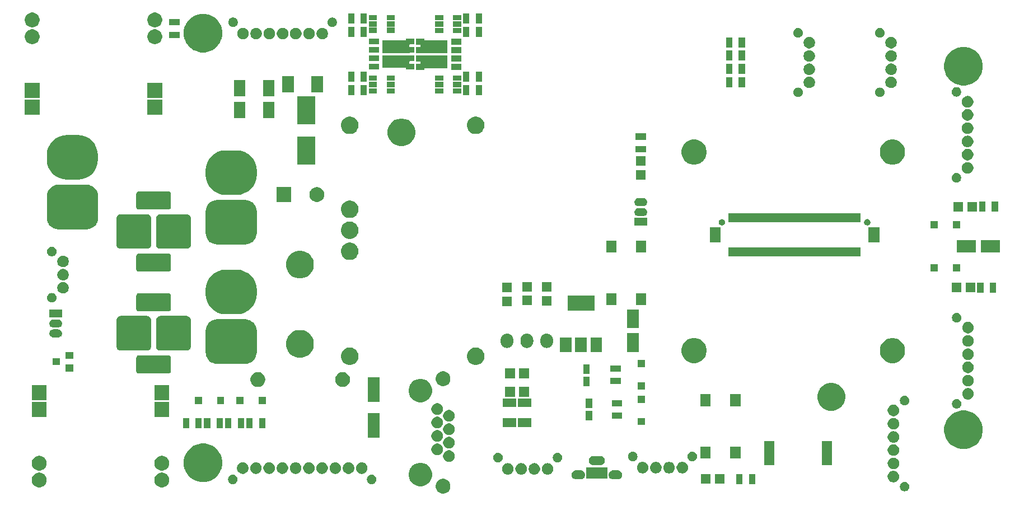
<source format=gts>
%TF.GenerationSoftware,KiCad,Pcbnew,(2018-02-13 revision 365ab99a6)-makepkg*%
%TF.CreationDate,2018-03-19T17:21:01+01:00*%
%TF.ProjectId,Autopilot_Rev0,4175746F70696C6F745F526576302E6B,rev?*%
%TF.SameCoordinates,Original*%
%TF.FileFunction,Soldermask,Top*%
%TF.FilePolarity,Negative*%
%FSLAX46Y46*%
G04 Gerber Fmt 4.6, Leading zero omitted, Abs format (unit mm)*
G04 Created by KiCad (PCBNEW (2018-02-13 revision 365ab99a6)-makepkg) date 03/19/18 17:21:01*
%MOMM*%
%LPD*%
G01*
G04 APERTURE LIST*
%ADD10C,0.150000*%
%ADD11C,0.100000*%
G04 APERTURE END LIST*
D10*
%TO.C,JP1*%
X250877819Y-136713018D02*
X250877819Y-136967018D01*
X252655819Y-136713018D02*
X252655819Y-136967018D01*
X250877819Y-136840018D02*
X252655819Y-136840018D01*
X251449319Y-137729018D02*
X252147819Y-137729018D01*
X252465319Y-137475018D02*
X251068319Y-137475018D01*
X251004819Y-137348018D02*
X252528819Y-137348018D01*
X252592319Y-137221018D02*
X250941319Y-137221018D01*
X250941319Y-137094018D02*
X252592319Y-137094018D01*
X252655819Y-136967018D02*
X250877819Y-136967018D01*
X250877819Y-136967018D02*
G75*
G03X251766819Y-137856018I889000J0D01*
G01*
X251766819Y-137856018D02*
G75*
G03X252655819Y-136967018I0J889000D01*
G01*
X252147819Y-135951018D02*
X251385819Y-135951018D01*
X251068319Y-136205018D02*
X252465319Y-136205018D01*
X252528819Y-136332018D02*
X251004819Y-136332018D01*
X250941319Y-136459018D02*
X252592319Y-136459018D01*
X252592319Y-136586018D02*
X250941319Y-136586018D01*
X252655819Y-136713018D02*
X250877819Y-136713018D01*
X251766819Y-135824018D02*
G75*
G03X250877819Y-136713018I0J-889000D01*
G01*
X252655819Y-136713018D02*
G75*
G03X251766819Y-135824018I-889000J0D01*
G01*
%TO.C,JP3*%
X247877819Y-136713018D02*
X247877819Y-136967018D01*
X249655819Y-136713018D02*
X249655819Y-136967018D01*
X247877819Y-136840018D02*
X249655819Y-136840018D01*
X248449319Y-137729018D02*
X249147819Y-137729018D01*
X249465319Y-137475018D02*
X248068319Y-137475018D01*
X248004819Y-137348018D02*
X249528819Y-137348018D01*
X249592319Y-137221018D02*
X247941319Y-137221018D01*
X247941319Y-137094018D02*
X249592319Y-137094018D01*
X249655819Y-136967018D02*
X247877819Y-136967018D01*
X247877819Y-136967018D02*
G75*
G03X248766819Y-137856018I889000J0D01*
G01*
X248766819Y-137856018D02*
G75*
G03X249655819Y-136967018I0J889000D01*
G01*
X249147819Y-135951018D02*
X248385819Y-135951018D01*
X248068319Y-136205018D02*
X249465319Y-136205018D01*
X249528819Y-136332018D02*
X248004819Y-136332018D01*
X247941319Y-136459018D02*
X249592319Y-136459018D01*
X249592319Y-136586018D02*
X247941319Y-136586018D01*
X249655819Y-136713018D02*
X247877819Y-136713018D01*
X248766819Y-135824018D02*
G75*
G03X247877819Y-136713018I0J-889000D01*
G01*
X249655819Y-136713018D02*
G75*
G03X248766819Y-135824018I-889000J0D01*
G01*
%TO.C,JP2*%
X246655819Y-136713018D02*
G75*
G03X245766819Y-135824018I-889000J0D01*
G01*
X245766819Y-135824018D02*
G75*
G03X244877819Y-136713018I0J-889000D01*
G01*
X246655819Y-136713018D02*
X244877819Y-136713018D01*
X246592319Y-136586018D02*
X244941319Y-136586018D01*
X244941319Y-136459018D02*
X246592319Y-136459018D01*
X246528819Y-136332018D02*
X245004819Y-136332018D01*
X245068319Y-136205018D02*
X246465319Y-136205018D01*
X246147819Y-135951018D02*
X245385819Y-135951018D01*
X245766819Y-137856018D02*
G75*
G03X246655819Y-136967018I0J889000D01*
G01*
X244877819Y-136967018D02*
G75*
G03X245766819Y-137856018I889000J0D01*
G01*
X246655819Y-136967018D02*
X244877819Y-136967018D01*
X244941319Y-137094018D02*
X246592319Y-137094018D01*
X246592319Y-137221018D02*
X244941319Y-137221018D01*
X245004819Y-137348018D02*
X246528819Y-137348018D01*
X246465319Y-137475018D02*
X245068319Y-137475018D01*
X245449319Y-137729018D02*
X246147819Y-137729018D01*
X244877819Y-136840018D02*
X246655819Y-136840018D01*
X246655819Y-136713018D02*
X246655819Y-136967018D01*
X244877819Y-136713018D02*
X244877819Y-136967018D01*
D11*
G36*
X236415687Y-157757039D02*
X236415692Y-157757041D01*
X236419284Y-157758529D01*
X236619522Y-157841470D01*
X236751406Y-157929593D01*
X236802958Y-157964039D01*
X236958961Y-158120042D01*
X236958963Y-158120045D01*
X237081530Y-158303478D01*
X237165961Y-158507313D01*
X237209000Y-158723687D01*
X237209000Y-158944313D01*
X237165961Y-159160687D01*
X237081530Y-159364522D01*
X236982282Y-159513056D01*
X236958961Y-159547958D01*
X236802958Y-159703961D01*
X236802955Y-159703963D01*
X236619522Y-159826530D01*
X236415687Y-159910961D01*
X236199313Y-159954000D01*
X235978687Y-159954000D01*
X235762313Y-159910961D01*
X235558478Y-159826530D01*
X235375045Y-159703963D01*
X235375042Y-159703961D01*
X235219039Y-159547958D01*
X235195718Y-159513056D01*
X235096470Y-159364522D01*
X235012039Y-159160687D01*
X234969000Y-158944313D01*
X234969000Y-158723687D01*
X235012039Y-158507313D01*
X235096470Y-158303478D01*
X235219037Y-158120045D01*
X235219039Y-158120042D01*
X235375042Y-157964039D01*
X235426594Y-157929593D01*
X235558478Y-157841470D01*
X235758716Y-157758529D01*
X235762308Y-157757041D01*
X235762313Y-157757039D01*
X235978687Y-157714000D01*
X236199313Y-157714000D01*
X236415687Y-157757039D01*
X236415687Y-157757039D01*
G37*
G36*
X306040465Y-158168835D02*
X306110016Y-158182669D01*
X306241048Y-158236944D01*
X306358973Y-158315739D01*
X306459261Y-158416027D01*
X306538056Y-158533952D01*
X306592331Y-158664984D01*
X306620000Y-158804086D01*
X306620000Y-158945914D01*
X306592331Y-159085016D01*
X306538056Y-159216048D01*
X306459261Y-159333973D01*
X306358973Y-159434261D01*
X306241048Y-159513056D01*
X306110016Y-159567331D01*
X306040465Y-159581165D01*
X305970916Y-159595000D01*
X305829084Y-159595000D01*
X305759535Y-159581165D01*
X305689984Y-159567331D01*
X305558952Y-159513056D01*
X305441027Y-159434261D01*
X305340739Y-159333973D01*
X305261944Y-159216048D01*
X305207669Y-159085016D01*
X305180000Y-158945914D01*
X305180000Y-158804086D01*
X305207669Y-158664984D01*
X305261944Y-158533952D01*
X305340739Y-158416027D01*
X305441027Y-158315739D01*
X305558952Y-158236944D01*
X305689984Y-158182669D01*
X305759535Y-158168834D01*
X305829084Y-158155000D01*
X305970916Y-158155000D01*
X306040465Y-158168835D01*
X306040465Y-158168835D01*
G37*
G36*
X175355687Y-156802039D02*
X175559522Y-156886470D01*
X175742131Y-157008486D01*
X175742958Y-157009039D01*
X175898961Y-157165042D01*
X175898963Y-157165045D01*
X176021530Y-157348478D01*
X176105961Y-157552313D01*
X176149000Y-157768687D01*
X176149000Y-157989313D01*
X176105961Y-158205687D01*
X176021530Y-158409522D01*
X175938388Y-158533952D01*
X175898961Y-158592958D01*
X175742958Y-158748961D01*
X175742955Y-158748963D01*
X175559522Y-158871530D01*
X175355687Y-158955961D01*
X175139313Y-158999000D01*
X174918687Y-158999000D01*
X174702313Y-158955961D01*
X174498478Y-158871530D01*
X174315045Y-158748963D01*
X174315042Y-158748961D01*
X174159039Y-158592958D01*
X174119612Y-158533952D01*
X174036470Y-158409522D01*
X173952039Y-158205687D01*
X173909000Y-157989313D01*
X173909000Y-157768687D01*
X173952039Y-157552313D01*
X174036470Y-157348478D01*
X174159037Y-157165045D01*
X174159039Y-157165042D01*
X174315042Y-157009039D01*
X174315870Y-157008486D01*
X174498478Y-156886470D01*
X174702313Y-156802039D01*
X174918687Y-156759000D01*
X175139313Y-156759000D01*
X175355687Y-156802039D01*
X175355687Y-156802039D01*
G37*
G36*
X193897687Y-156802039D02*
X194101522Y-156886470D01*
X194284131Y-157008486D01*
X194284958Y-157009039D01*
X194440961Y-157165042D01*
X194440963Y-157165045D01*
X194563530Y-157348478D01*
X194647961Y-157552313D01*
X194691000Y-157768687D01*
X194691000Y-157989313D01*
X194647961Y-158205687D01*
X194563530Y-158409522D01*
X194480388Y-158533952D01*
X194440961Y-158592958D01*
X194284958Y-158748961D01*
X194284955Y-158748963D01*
X194101522Y-158871530D01*
X193897687Y-158955961D01*
X193681313Y-158999000D01*
X193460687Y-158999000D01*
X193244313Y-158955961D01*
X193040478Y-158871530D01*
X192857045Y-158748963D01*
X192857042Y-158748961D01*
X192701039Y-158592958D01*
X192661612Y-158533952D01*
X192578470Y-158409522D01*
X192494039Y-158205687D01*
X192451000Y-157989313D01*
X192451000Y-157768687D01*
X192494039Y-157552313D01*
X192578470Y-157348478D01*
X192701037Y-157165045D01*
X192701039Y-157165042D01*
X192857042Y-157009039D01*
X192857870Y-157008486D01*
X193040478Y-156886470D01*
X193244313Y-156802039D01*
X193460687Y-156759000D01*
X193681313Y-156759000D01*
X193897687Y-156802039D01*
X193897687Y-156802039D01*
G37*
G36*
X233176289Y-155354019D02*
X233498408Y-155487445D01*
X233765173Y-155665692D01*
X233788309Y-155681151D01*
X234034849Y-155927691D01*
X234034851Y-155927694D01*
X234228555Y-156217592D01*
X234361981Y-156539711D01*
X234430000Y-156881668D01*
X234430000Y-157230332D01*
X234361981Y-157572289D01*
X234228555Y-157894408D01*
X234085980Y-158107786D01*
X234034849Y-158184309D01*
X233788309Y-158430849D01*
X233788306Y-158430851D01*
X233498408Y-158624555D01*
X233176289Y-158757981D01*
X232834332Y-158826000D01*
X232485668Y-158826000D01*
X232143711Y-158757981D01*
X231821592Y-158624555D01*
X231531694Y-158430851D01*
X231531691Y-158430849D01*
X231285151Y-158184309D01*
X231234020Y-158107786D01*
X231091445Y-157894408D01*
X230958019Y-157572289D01*
X230890000Y-157230332D01*
X230890000Y-156881668D01*
X230958019Y-156539711D01*
X231091445Y-156217592D01*
X231285149Y-155927694D01*
X231285151Y-155927691D01*
X231531691Y-155681151D01*
X231554827Y-155665692D01*
X231821592Y-155487445D01*
X232143711Y-155354019D01*
X232485668Y-155286000D01*
X232834332Y-155286000D01*
X233176289Y-155354019D01*
X233176289Y-155354019D01*
G37*
G36*
X225440465Y-157093835D02*
X225510016Y-157107669D01*
X225641048Y-157161944D01*
X225758973Y-157240739D01*
X225859261Y-157341027D01*
X225938056Y-157458952D01*
X225992331Y-157589984D01*
X225992331Y-157589986D01*
X226018680Y-157722446D01*
X226020000Y-157729086D01*
X226020000Y-157870914D01*
X225992331Y-158010016D01*
X225938056Y-158141048D01*
X225859261Y-158258973D01*
X225758973Y-158359261D01*
X225641048Y-158438056D01*
X225510016Y-158492331D01*
X225440465Y-158506166D01*
X225370916Y-158520000D01*
X225229084Y-158520000D01*
X225159535Y-158506166D01*
X225089984Y-158492331D01*
X224958952Y-158438056D01*
X224841027Y-158359261D01*
X224740739Y-158258973D01*
X224661944Y-158141048D01*
X224607669Y-158010016D01*
X224580000Y-157870914D01*
X224580000Y-157729086D01*
X224581321Y-157722446D01*
X224607669Y-157589986D01*
X224607669Y-157589984D01*
X224661944Y-157458952D01*
X224740739Y-157341027D01*
X224841027Y-157240739D01*
X224958952Y-157161944D01*
X225089984Y-157107669D01*
X225159535Y-157093835D01*
X225229084Y-157080000D01*
X225370916Y-157080000D01*
X225440465Y-157093835D01*
X225440465Y-157093835D01*
G37*
G36*
X204440465Y-157093835D02*
X204510016Y-157107669D01*
X204641048Y-157161944D01*
X204758973Y-157240739D01*
X204859261Y-157341027D01*
X204938056Y-157458952D01*
X204992331Y-157589984D01*
X204992331Y-157589986D01*
X205018680Y-157722446D01*
X205020000Y-157729086D01*
X205020000Y-157870914D01*
X204992331Y-158010016D01*
X204938056Y-158141048D01*
X204859261Y-158258973D01*
X204758973Y-158359261D01*
X204641048Y-158438056D01*
X204510016Y-158492331D01*
X204440465Y-158506166D01*
X204370916Y-158520000D01*
X204229084Y-158520000D01*
X204159535Y-158506166D01*
X204089984Y-158492331D01*
X203958952Y-158438056D01*
X203841027Y-158359261D01*
X203740739Y-158258973D01*
X203661944Y-158141048D01*
X203607669Y-158010016D01*
X203580000Y-157870914D01*
X203580000Y-157729086D01*
X203581321Y-157722446D01*
X203607669Y-157589986D01*
X203607669Y-157589984D01*
X203661944Y-157458952D01*
X203740739Y-157341027D01*
X203841027Y-157240739D01*
X203958952Y-157161944D01*
X204089984Y-157107669D01*
X204159535Y-157093835D01*
X204229084Y-157080000D01*
X204370916Y-157080000D01*
X204440465Y-157093835D01*
X204440465Y-157093835D01*
G37*
G36*
X283290000Y-158500000D02*
X282350000Y-158500000D01*
X282350000Y-156960000D01*
X283290000Y-156960000D01*
X283290000Y-158500000D01*
X283290000Y-158500000D01*
G37*
G36*
X281390000Y-158500000D02*
X280450000Y-158500000D01*
X280450000Y-156960000D01*
X281390000Y-156960000D01*
X281390000Y-158500000D01*
X281390000Y-158500000D01*
G37*
G36*
X276540420Y-158449440D02*
X275101540Y-158449440D01*
X275101540Y-157010560D01*
X276540420Y-157010560D01*
X276540420Y-158449440D01*
X276540420Y-158449440D01*
G37*
G36*
X278638460Y-158449440D02*
X277199580Y-158449440D01*
X277199580Y-157010560D01*
X278638460Y-157010560D01*
X278638460Y-158449440D01*
X278638460Y-158449440D01*
G37*
G36*
X304397743Y-156527289D02*
X304453770Y-156538433D01*
X304612100Y-156604016D01*
X304754593Y-156699227D01*
X304875773Y-156820407D01*
X304925615Y-156895000D01*
X304970985Y-156962902D01*
X304990095Y-157009037D01*
X305030950Y-157107669D01*
X305036567Y-157121231D01*
X305070000Y-157289310D01*
X305070000Y-157460690D01*
X305036567Y-157628769D01*
X304982035Y-157760422D01*
X304970984Y-157787100D01*
X304875773Y-157929593D01*
X304754593Y-158050773D01*
X304612100Y-158145984D01*
X304453770Y-158211567D01*
X304397743Y-158222711D01*
X304285690Y-158245000D01*
X304114310Y-158245000D01*
X304002257Y-158222711D01*
X303946230Y-158211567D01*
X303787900Y-158145984D01*
X303645407Y-158050773D01*
X303524227Y-157929593D01*
X303429016Y-157787100D01*
X303417966Y-157760422D01*
X303363433Y-157628769D01*
X303330000Y-157460690D01*
X303330000Y-157289310D01*
X303363433Y-157121231D01*
X303369051Y-157107669D01*
X303409905Y-157009037D01*
X303429015Y-156962902D01*
X303474386Y-156895000D01*
X303524227Y-156820407D01*
X303645407Y-156699227D01*
X303787900Y-156604016D01*
X303946230Y-156538433D01*
X304002257Y-156527289D01*
X304114310Y-156505000D01*
X304285690Y-156505000D01*
X304397743Y-156527289D01*
X304397743Y-156527289D01*
G37*
G36*
X200651732Y-152492213D02*
X200921645Y-152604015D01*
X201183139Y-152712329D01*
X201661392Y-153031888D01*
X202068112Y-153438608D01*
X202387671Y-153916861D01*
X202415461Y-153983952D01*
X202607787Y-154448268D01*
X202720000Y-155012403D01*
X202720000Y-155587597D01*
X202607787Y-156151732D01*
X202492524Y-156430000D01*
X202387671Y-156683139D01*
X202068112Y-157161392D01*
X201661392Y-157568112D01*
X201183139Y-157887671D01*
X201081937Y-157929590D01*
X200651732Y-158107787D01*
X200087597Y-158220000D01*
X199512403Y-158220000D01*
X198948268Y-158107787D01*
X198518063Y-157929590D01*
X198416861Y-157887671D01*
X197938608Y-157568112D01*
X197531888Y-157161392D01*
X197212329Y-156683139D01*
X197107476Y-156430000D01*
X196992213Y-156151732D01*
X196880000Y-155587597D01*
X196880000Y-155012403D01*
X196992213Y-154448268D01*
X197184539Y-153983952D01*
X197212329Y-153916861D01*
X197531888Y-153438608D01*
X197938608Y-153031888D01*
X198416861Y-152712329D01*
X198678355Y-152604015D01*
X198948268Y-152492213D01*
X199512403Y-152380000D01*
X200087597Y-152380000D01*
X200651732Y-152492213D01*
X200651732Y-152492213D01*
G37*
G36*
X262639975Y-156441471D02*
X262640092Y-156441508D01*
X262640101Y-156441509D01*
X262765217Y-156481199D01*
X262880363Y-156544500D01*
X262981013Y-156628956D01*
X263063344Y-156731355D01*
X263124221Y-156847803D01*
X263161318Y-156973844D01*
X263173227Y-157104700D01*
X263159492Y-157235376D01*
X263120639Y-157360892D01*
X263058142Y-157476475D01*
X262974391Y-157577714D01*
X262872570Y-157660757D01*
X262756550Y-157722446D01*
X262630769Y-157760422D01*
X262533079Y-157770000D01*
X261769164Y-157770000D01*
X261660025Y-157758529D01*
X261659908Y-157758492D01*
X261659899Y-157758491D01*
X261534783Y-157718801D01*
X261419637Y-157655500D01*
X261318987Y-157571044D01*
X261236656Y-157468645D01*
X261175779Y-157352197D01*
X261138682Y-157226156D01*
X261126773Y-157095300D01*
X261140508Y-156964624D01*
X261179361Y-156839108D01*
X261241858Y-156723525D01*
X261325609Y-156622286D01*
X261427430Y-156539243D01*
X261543450Y-156477554D01*
X261669231Y-156439578D01*
X261766921Y-156430000D01*
X262530836Y-156430000D01*
X262639975Y-156441471D01*
X262639975Y-156441471D01*
G37*
G36*
X257039975Y-156441471D02*
X257040092Y-156441508D01*
X257040101Y-156441509D01*
X257165217Y-156481199D01*
X257280363Y-156544500D01*
X257381013Y-156628956D01*
X257463344Y-156731355D01*
X257524221Y-156847803D01*
X257561318Y-156973844D01*
X257573227Y-157104700D01*
X257559492Y-157235376D01*
X257520639Y-157360892D01*
X257458142Y-157476475D01*
X257374391Y-157577714D01*
X257272570Y-157660757D01*
X257156550Y-157722446D01*
X257030769Y-157760422D01*
X256933079Y-157770000D01*
X256169164Y-157770000D01*
X256060025Y-157758529D01*
X256059908Y-157758492D01*
X256059899Y-157758491D01*
X255934783Y-157718801D01*
X255819637Y-157655500D01*
X255718987Y-157571044D01*
X255636656Y-157468645D01*
X255575779Y-157352197D01*
X255538682Y-157226156D01*
X255526773Y-157095300D01*
X255540508Y-156964624D01*
X255579361Y-156839108D01*
X255641858Y-156723525D01*
X255725609Y-156622286D01*
X255827430Y-156539243D01*
X255943450Y-156477554D01*
X256069231Y-156439578D01*
X256166921Y-156430000D01*
X256930836Y-156430000D01*
X257039975Y-156441471D01*
X257039975Y-156441471D01*
G37*
G36*
X260995000Y-157720000D02*
X257705000Y-157720000D01*
X257705000Y-155980000D01*
X260995000Y-155980000D01*
X260995000Y-157720000D01*
X260995000Y-157720000D01*
G37*
G36*
X248097743Y-155352289D02*
X248153770Y-155363433D01*
X248265726Y-155409807D01*
X248300539Y-155424227D01*
X248312100Y-155429016D01*
X248454593Y-155524227D01*
X248575773Y-155645407D01*
X248670984Y-155787900D01*
X248733701Y-155939310D01*
X248736567Y-155946231D01*
X248770000Y-156114310D01*
X248770000Y-156285690D01*
X248756458Y-156353769D01*
X248736567Y-156453770D01*
X248670984Y-156612100D01*
X248575773Y-156754593D01*
X248454593Y-156875773D01*
X248312100Y-156970984D01*
X248312099Y-156970985D01*
X248312098Y-156970985D01*
X248265726Y-156990193D01*
X248153770Y-157036567D01*
X248097743Y-157047711D01*
X247985690Y-157070000D01*
X247814310Y-157070000D01*
X247702257Y-157047711D01*
X247646230Y-157036567D01*
X247534274Y-156990193D01*
X247487902Y-156970985D01*
X247487901Y-156970985D01*
X247487900Y-156970984D01*
X247345407Y-156875773D01*
X247224227Y-156754593D01*
X247129016Y-156612100D01*
X247063433Y-156453770D01*
X247043542Y-156353769D01*
X247030000Y-156285690D01*
X247030000Y-156114310D01*
X247063433Y-155946231D01*
X247066300Y-155939310D01*
X247129016Y-155787900D01*
X247224227Y-155645407D01*
X247345407Y-155524227D01*
X247487900Y-155429016D01*
X247499462Y-155424227D01*
X247534274Y-155409807D01*
X247646230Y-155363433D01*
X247702257Y-155352289D01*
X247814310Y-155330000D01*
X247985690Y-155330000D01*
X248097743Y-155352289D01*
X248097743Y-155352289D01*
G37*
G36*
X252097743Y-155352289D02*
X252153770Y-155363433D01*
X252265726Y-155409807D01*
X252300539Y-155424227D01*
X252312100Y-155429016D01*
X252454593Y-155524227D01*
X252575773Y-155645407D01*
X252670984Y-155787900D01*
X252733701Y-155939310D01*
X252736567Y-155946231D01*
X252770000Y-156114310D01*
X252770000Y-156285690D01*
X252756458Y-156353769D01*
X252736567Y-156453770D01*
X252670984Y-156612100D01*
X252575773Y-156754593D01*
X252454593Y-156875773D01*
X252312100Y-156970984D01*
X252312099Y-156970985D01*
X252312098Y-156970985D01*
X252265726Y-156990193D01*
X252153770Y-157036567D01*
X252097743Y-157047711D01*
X251985690Y-157070000D01*
X251814310Y-157070000D01*
X251702257Y-157047711D01*
X251646230Y-157036567D01*
X251534274Y-156990193D01*
X251487902Y-156970985D01*
X251487901Y-156970985D01*
X251487900Y-156970984D01*
X251345407Y-156875773D01*
X251224227Y-156754593D01*
X251129016Y-156612100D01*
X251063433Y-156453770D01*
X251043542Y-156353769D01*
X251030000Y-156285690D01*
X251030000Y-156114310D01*
X251063433Y-155946231D01*
X251066300Y-155939310D01*
X251129016Y-155787900D01*
X251224227Y-155645407D01*
X251345407Y-155524227D01*
X251487900Y-155429016D01*
X251499462Y-155424227D01*
X251534274Y-155409807D01*
X251646230Y-155363433D01*
X251702257Y-155352289D01*
X251814310Y-155330000D01*
X251985690Y-155330000D01*
X252097743Y-155352289D01*
X252097743Y-155352289D01*
G37*
G36*
X250097743Y-155352289D02*
X250153770Y-155363433D01*
X250265726Y-155409807D01*
X250300539Y-155424227D01*
X250312100Y-155429016D01*
X250454593Y-155524227D01*
X250575773Y-155645407D01*
X250670984Y-155787900D01*
X250733701Y-155939310D01*
X250736567Y-155946231D01*
X250770000Y-156114310D01*
X250770000Y-156285690D01*
X250756458Y-156353769D01*
X250736567Y-156453770D01*
X250670984Y-156612100D01*
X250575773Y-156754593D01*
X250454593Y-156875773D01*
X250312100Y-156970984D01*
X250312099Y-156970985D01*
X250312098Y-156970985D01*
X250265726Y-156990193D01*
X250153770Y-157036567D01*
X250097743Y-157047711D01*
X249985690Y-157070000D01*
X249814310Y-157070000D01*
X249702257Y-157047711D01*
X249646230Y-157036567D01*
X249534274Y-156990193D01*
X249487902Y-156970985D01*
X249487901Y-156970985D01*
X249487900Y-156970984D01*
X249345407Y-156875773D01*
X249224227Y-156754593D01*
X249129016Y-156612100D01*
X249063433Y-156453770D01*
X249043542Y-156353769D01*
X249030000Y-156285690D01*
X249030000Y-156114310D01*
X249063433Y-155946231D01*
X249066300Y-155939310D01*
X249129016Y-155787900D01*
X249224227Y-155645407D01*
X249345407Y-155524227D01*
X249487900Y-155429016D01*
X249499462Y-155424227D01*
X249534274Y-155409807D01*
X249646230Y-155363433D01*
X249702257Y-155352289D01*
X249814310Y-155330000D01*
X249985690Y-155330000D01*
X250097743Y-155352289D01*
X250097743Y-155352289D01*
G37*
G36*
X246097743Y-155352289D02*
X246153770Y-155363433D01*
X246265726Y-155409807D01*
X246300539Y-155424227D01*
X246312100Y-155429016D01*
X246454593Y-155524227D01*
X246575773Y-155645407D01*
X246670984Y-155787900D01*
X246733701Y-155939310D01*
X246736567Y-155946231D01*
X246770000Y-156114310D01*
X246770000Y-156285690D01*
X246756458Y-156353769D01*
X246736567Y-156453770D01*
X246670984Y-156612100D01*
X246575773Y-156754593D01*
X246454593Y-156875773D01*
X246312100Y-156970984D01*
X246312099Y-156970985D01*
X246312098Y-156970985D01*
X246265726Y-156990193D01*
X246153770Y-157036567D01*
X246097743Y-157047711D01*
X245985690Y-157070000D01*
X245814310Y-157070000D01*
X245702257Y-157047711D01*
X245646230Y-157036567D01*
X245534274Y-156990193D01*
X245487902Y-156970985D01*
X245487901Y-156970985D01*
X245487900Y-156970984D01*
X245345407Y-156875773D01*
X245224227Y-156754593D01*
X245129016Y-156612100D01*
X245063433Y-156453770D01*
X245043542Y-156353769D01*
X245030000Y-156285690D01*
X245030000Y-156114310D01*
X245063433Y-155946231D01*
X245066300Y-155939310D01*
X245129016Y-155787900D01*
X245224227Y-155645407D01*
X245345407Y-155524227D01*
X245487900Y-155429016D01*
X245499462Y-155424227D01*
X245534274Y-155409807D01*
X245646230Y-155363433D01*
X245702257Y-155352289D01*
X245814310Y-155330000D01*
X245985690Y-155330000D01*
X246097743Y-155352289D01*
X246097743Y-155352289D01*
G37*
G36*
X221997743Y-155252289D02*
X222053770Y-155263433D01*
X222165726Y-155309807D01*
X222205959Y-155326472D01*
X222212100Y-155329016D01*
X222354593Y-155424227D01*
X222475773Y-155545407D01*
X222570984Y-155687900D01*
X222612407Y-155787902D01*
X222636567Y-155846231D01*
X222670000Y-156014310D01*
X222670000Y-156185690D01*
X222651485Y-156278769D01*
X222636567Y-156353770D01*
X222570984Y-156512100D01*
X222475773Y-156654593D01*
X222354593Y-156775773D01*
X222212100Y-156870984D01*
X222212099Y-156870985D01*
X222212098Y-156870985D01*
X222200534Y-156875775D01*
X222053770Y-156936567D01*
X221997743Y-156947711D01*
X221885690Y-156970000D01*
X221714310Y-156970000D01*
X221602257Y-156947711D01*
X221546230Y-156936567D01*
X221399466Y-156875775D01*
X221387902Y-156870985D01*
X221387901Y-156870985D01*
X221387900Y-156870984D01*
X221245407Y-156775773D01*
X221124227Y-156654593D01*
X221029016Y-156512100D01*
X220963433Y-156353770D01*
X220948515Y-156278769D01*
X220930000Y-156185690D01*
X220930000Y-156014310D01*
X220963433Y-155846231D01*
X220987594Y-155787902D01*
X221029016Y-155687900D01*
X221124227Y-155545407D01*
X221245407Y-155424227D01*
X221387900Y-155329016D01*
X221394042Y-155326472D01*
X221434274Y-155309807D01*
X221546230Y-155263433D01*
X221602257Y-155252289D01*
X221714310Y-155230000D01*
X221885690Y-155230000D01*
X221997743Y-155252289D01*
X221997743Y-155252289D01*
G37*
G36*
X205997743Y-155252289D02*
X206053770Y-155263433D01*
X206165726Y-155309807D01*
X206205959Y-155326472D01*
X206212100Y-155329016D01*
X206354593Y-155424227D01*
X206475773Y-155545407D01*
X206570984Y-155687900D01*
X206612407Y-155787902D01*
X206636567Y-155846231D01*
X206670000Y-156014310D01*
X206670000Y-156185690D01*
X206651485Y-156278769D01*
X206636567Y-156353770D01*
X206570984Y-156512100D01*
X206475773Y-156654593D01*
X206354593Y-156775773D01*
X206212100Y-156870984D01*
X206212099Y-156870985D01*
X206212098Y-156870985D01*
X206200534Y-156875775D01*
X206053770Y-156936567D01*
X205997743Y-156947711D01*
X205885690Y-156970000D01*
X205714310Y-156970000D01*
X205602257Y-156947711D01*
X205546230Y-156936567D01*
X205399466Y-156875775D01*
X205387902Y-156870985D01*
X205387901Y-156870985D01*
X205387900Y-156870984D01*
X205245407Y-156775773D01*
X205124227Y-156654593D01*
X205029016Y-156512100D01*
X204963433Y-156353770D01*
X204948515Y-156278769D01*
X204930000Y-156185690D01*
X204930000Y-156014310D01*
X204963433Y-155846231D01*
X204987594Y-155787902D01*
X205029016Y-155687900D01*
X205124227Y-155545407D01*
X205245407Y-155424227D01*
X205387900Y-155329016D01*
X205394042Y-155326472D01*
X205434274Y-155309807D01*
X205546230Y-155263433D01*
X205602257Y-155252289D01*
X205714310Y-155230000D01*
X205885690Y-155230000D01*
X205997743Y-155252289D01*
X205997743Y-155252289D01*
G37*
G36*
X207997743Y-155252289D02*
X208053770Y-155263433D01*
X208165726Y-155309807D01*
X208205959Y-155326472D01*
X208212100Y-155329016D01*
X208354593Y-155424227D01*
X208475773Y-155545407D01*
X208570984Y-155687900D01*
X208612407Y-155787902D01*
X208636567Y-155846231D01*
X208670000Y-156014310D01*
X208670000Y-156185690D01*
X208651485Y-156278769D01*
X208636567Y-156353770D01*
X208570984Y-156512100D01*
X208475773Y-156654593D01*
X208354593Y-156775773D01*
X208212100Y-156870984D01*
X208212099Y-156870985D01*
X208212098Y-156870985D01*
X208200534Y-156875775D01*
X208053770Y-156936567D01*
X207997743Y-156947711D01*
X207885690Y-156970000D01*
X207714310Y-156970000D01*
X207602257Y-156947711D01*
X207546230Y-156936567D01*
X207399466Y-156875775D01*
X207387902Y-156870985D01*
X207387901Y-156870985D01*
X207387900Y-156870984D01*
X207245407Y-156775773D01*
X207124227Y-156654593D01*
X207029016Y-156512100D01*
X206963433Y-156353770D01*
X206948515Y-156278769D01*
X206930000Y-156185690D01*
X206930000Y-156014310D01*
X206963433Y-155846231D01*
X206987594Y-155787902D01*
X207029016Y-155687900D01*
X207124227Y-155545407D01*
X207245407Y-155424227D01*
X207387900Y-155329016D01*
X207394042Y-155326472D01*
X207434274Y-155309807D01*
X207546230Y-155263433D01*
X207602257Y-155252289D01*
X207714310Y-155230000D01*
X207885690Y-155230000D01*
X207997743Y-155252289D01*
X207997743Y-155252289D01*
G37*
G36*
X217997743Y-155252289D02*
X218053770Y-155263433D01*
X218165726Y-155309807D01*
X218205959Y-155326472D01*
X218212100Y-155329016D01*
X218354593Y-155424227D01*
X218475773Y-155545407D01*
X218570984Y-155687900D01*
X218612407Y-155787902D01*
X218636567Y-155846231D01*
X218670000Y-156014310D01*
X218670000Y-156185690D01*
X218651485Y-156278769D01*
X218636567Y-156353770D01*
X218570984Y-156512100D01*
X218475773Y-156654593D01*
X218354593Y-156775773D01*
X218212100Y-156870984D01*
X218212099Y-156870985D01*
X218212098Y-156870985D01*
X218200534Y-156875775D01*
X218053770Y-156936567D01*
X217997743Y-156947711D01*
X217885690Y-156970000D01*
X217714310Y-156970000D01*
X217602257Y-156947711D01*
X217546230Y-156936567D01*
X217399466Y-156875775D01*
X217387902Y-156870985D01*
X217387901Y-156870985D01*
X217387900Y-156870984D01*
X217245407Y-156775773D01*
X217124227Y-156654593D01*
X217029016Y-156512100D01*
X216963433Y-156353770D01*
X216948515Y-156278769D01*
X216930000Y-156185690D01*
X216930000Y-156014310D01*
X216963433Y-155846231D01*
X216987594Y-155787902D01*
X217029016Y-155687900D01*
X217124227Y-155545407D01*
X217245407Y-155424227D01*
X217387900Y-155329016D01*
X217394042Y-155326472D01*
X217434274Y-155309807D01*
X217546230Y-155263433D01*
X217602257Y-155252289D01*
X217714310Y-155230000D01*
X217885690Y-155230000D01*
X217997743Y-155252289D01*
X217997743Y-155252289D01*
G37*
G36*
X209997743Y-155252289D02*
X210053770Y-155263433D01*
X210165726Y-155309807D01*
X210205959Y-155326472D01*
X210212100Y-155329016D01*
X210354593Y-155424227D01*
X210475773Y-155545407D01*
X210570984Y-155687900D01*
X210612407Y-155787902D01*
X210636567Y-155846231D01*
X210670000Y-156014310D01*
X210670000Y-156185690D01*
X210651485Y-156278769D01*
X210636567Y-156353770D01*
X210570984Y-156512100D01*
X210475773Y-156654593D01*
X210354593Y-156775773D01*
X210212100Y-156870984D01*
X210212099Y-156870985D01*
X210212098Y-156870985D01*
X210200534Y-156875775D01*
X210053770Y-156936567D01*
X209997743Y-156947711D01*
X209885690Y-156970000D01*
X209714310Y-156970000D01*
X209602257Y-156947711D01*
X209546230Y-156936567D01*
X209399466Y-156875775D01*
X209387902Y-156870985D01*
X209387901Y-156870985D01*
X209387900Y-156870984D01*
X209245407Y-156775773D01*
X209124227Y-156654593D01*
X209029016Y-156512100D01*
X208963433Y-156353770D01*
X208948515Y-156278769D01*
X208930000Y-156185690D01*
X208930000Y-156014310D01*
X208963433Y-155846231D01*
X208987594Y-155787902D01*
X209029016Y-155687900D01*
X209124227Y-155545407D01*
X209245407Y-155424227D01*
X209387900Y-155329016D01*
X209394042Y-155326472D01*
X209434274Y-155309807D01*
X209546230Y-155263433D01*
X209602257Y-155252289D01*
X209714310Y-155230000D01*
X209885690Y-155230000D01*
X209997743Y-155252289D01*
X209997743Y-155252289D01*
G37*
G36*
X211997743Y-155252289D02*
X212053770Y-155263433D01*
X212165726Y-155309807D01*
X212205959Y-155326472D01*
X212212100Y-155329016D01*
X212354593Y-155424227D01*
X212475773Y-155545407D01*
X212570984Y-155687900D01*
X212612407Y-155787902D01*
X212636567Y-155846231D01*
X212670000Y-156014310D01*
X212670000Y-156185690D01*
X212651485Y-156278769D01*
X212636567Y-156353770D01*
X212570984Y-156512100D01*
X212475773Y-156654593D01*
X212354593Y-156775773D01*
X212212100Y-156870984D01*
X212212099Y-156870985D01*
X212212098Y-156870985D01*
X212200534Y-156875775D01*
X212053770Y-156936567D01*
X211997743Y-156947711D01*
X211885690Y-156970000D01*
X211714310Y-156970000D01*
X211602257Y-156947711D01*
X211546230Y-156936567D01*
X211399466Y-156875775D01*
X211387902Y-156870985D01*
X211387901Y-156870985D01*
X211387900Y-156870984D01*
X211245407Y-156775773D01*
X211124227Y-156654593D01*
X211029016Y-156512100D01*
X210963433Y-156353770D01*
X210948515Y-156278769D01*
X210930000Y-156185690D01*
X210930000Y-156014310D01*
X210963433Y-155846231D01*
X210987594Y-155787902D01*
X211029016Y-155687900D01*
X211124227Y-155545407D01*
X211245407Y-155424227D01*
X211387900Y-155329016D01*
X211394042Y-155326472D01*
X211434274Y-155309807D01*
X211546230Y-155263433D01*
X211602257Y-155252289D01*
X211714310Y-155230000D01*
X211885690Y-155230000D01*
X211997743Y-155252289D01*
X211997743Y-155252289D01*
G37*
G36*
X215997743Y-155252289D02*
X216053770Y-155263433D01*
X216165726Y-155309807D01*
X216205959Y-155326472D01*
X216212100Y-155329016D01*
X216354593Y-155424227D01*
X216475773Y-155545407D01*
X216570984Y-155687900D01*
X216612407Y-155787902D01*
X216636567Y-155846231D01*
X216670000Y-156014310D01*
X216670000Y-156185690D01*
X216651485Y-156278769D01*
X216636567Y-156353770D01*
X216570984Y-156512100D01*
X216475773Y-156654593D01*
X216354593Y-156775773D01*
X216212100Y-156870984D01*
X216212099Y-156870985D01*
X216212098Y-156870985D01*
X216200534Y-156875775D01*
X216053770Y-156936567D01*
X215997743Y-156947711D01*
X215885690Y-156970000D01*
X215714310Y-156970000D01*
X215602257Y-156947711D01*
X215546230Y-156936567D01*
X215399466Y-156875775D01*
X215387902Y-156870985D01*
X215387901Y-156870985D01*
X215387900Y-156870984D01*
X215245407Y-156775773D01*
X215124227Y-156654593D01*
X215029016Y-156512100D01*
X214963433Y-156353770D01*
X214948515Y-156278769D01*
X214930000Y-156185690D01*
X214930000Y-156014310D01*
X214963433Y-155846231D01*
X214987594Y-155787902D01*
X215029016Y-155687900D01*
X215124227Y-155545407D01*
X215245407Y-155424227D01*
X215387900Y-155329016D01*
X215394042Y-155326472D01*
X215434274Y-155309807D01*
X215546230Y-155263433D01*
X215602257Y-155252289D01*
X215714310Y-155230000D01*
X215885690Y-155230000D01*
X215997743Y-155252289D01*
X215997743Y-155252289D01*
G37*
G36*
X219997743Y-155252289D02*
X220053770Y-155263433D01*
X220165726Y-155309807D01*
X220205959Y-155326472D01*
X220212100Y-155329016D01*
X220354593Y-155424227D01*
X220475773Y-155545407D01*
X220570984Y-155687900D01*
X220612407Y-155787902D01*
X220636567Y-155846231D01*
X220670000Y-156014310D01*
X220670000Y-156185690D01*
X220651485Y-156278769D01*
X220636567Y-156353770D01*
X220570984Y-156512100D01*
X220475773Y-156654593D01*
X220354593Y-156775773D01*
X220212100Y-156870984D01*
X220212099Y-156870985D01*
X220212098Y-156870985D01*
X220200534Y-156875775D01*
X220053770Y-156936567D01*
X219997743Y-156947711D01*
X219885690Y-156970000D01*
X219714310Y-156970000D01*
X219602257Y-156947711D01*
X219546230Y-156936567D01*
X219399466Y-156875775D01*
X219387902Y-156870985D01*
X219387901Y-156870985D01*
X219387900Y-156870984D01*
X219245407Y-156775773D01*
X219124227Y-156654593D01*
X219029016Y-156512100D01*
X218963433Y-156353770D01*
X218948515Y-156278769D01*
X218930000Y-156185690D01*
X218930000Y-156014310D01*
X218963433Y-155846231D01*
X218987594Y-155787902D01*
X219029016Y-155687900D01*
X219124227Y-155545407D01*
X219245407Y-155424227D01*
X219387900Y-155329016D01*
X219394042Y-155326472D01*
X219434274Y-155309807D01*
X219546230Y-155263433D01*
X219602257Y-155252289D01*
X219714310Y-155230000D01*
X219885690Y-155230000D01*
X219997743Y-155252289D01*
X219997743Y-155252289D01*
G37*
G36*
X223997743Y-155252289D02*
X224053770Y-155263433D01*
X224165726Y-155309807D01*
X224205959Y-155326472D01*
X224212100Y-155329016D01*
X224354593Y-155424227D01*
X224475773Y-155545407D01*
X224570984Y-155687900D01*
X224612407Y-155787902D01*
X224636567Y-155846231D01*
X224670000Y-156014310D01*
X224670000Y-156185690D01*
X224651485Y-156278769D01*
X224636567Y-156353770D01*
X224570984Y-156512100D01*
X224475773Y-156654593D01*
X224354593Y-156775773D01*
X224212100Y-156870984D01*
X224212099Y-156870985D01*
X224212098Y-156870985D01*
X224200534Y-156875775D01*
X224053770Y-156936567D01*
X223997743Y-156947711D01*
X223885690Y-156970000D01*
X223714310Y-156970000D01*
X223602257Y-156947711D01*
X223546230Y-156936567D01*
X223399466Y-156875775D01*
X223387902Y-156870985D01*
X223387901Y-156870985D01*
X223387900Y-156870984D01*
X223245407Y-156775773D01*
X223124227Y-156654593D01*
X223029016Y-156512100D01*
X222963433Y-156353770D01*
X222948515Y-156278769D01*
X222930000Y-156185690D01*
X222930000Y-156014310D01*
X222963433Y-155846231D01*
X222987594Y-155787902D01*
X223029016Y-155687900D01*
X223124227Y-155545407D01*
X223245407Y-155424227D01*
X223387900Y-155329016D01*
X223394042Y-155326472D01*
X223434274Y-155309807D01*
X223546230Y-155263433D01*
X223602257Y-155252289D01*
X223714310Y-155230000D01*
X223885690Y-155230000D01*
X223997743Y-155252289D01*
X223997743Y-155252289D01*
G37*
G36*
X213997743Y-155252289D02*
X214053770Y-155263433D01*
X214165726Y-155309807D01*
X214205959Y-155326472D01*
X214212100Y-155329016D01*
X214354593Y-155424227D01*
X214475773Y-155545407D01*
X214570984Y-155687900D01*
X214612407Y-155787902D01*
X214636567Y-155846231D01*
X214670000Y-156014310D01*
X214670000Y-156185690D01*
X214651485Y-156278769D01*
X214636567Y-156353770D01*
X214570984Y-156512100D01*
X214475773Y-156654593D01*
X214354593Y-156775773D01*
X214212100Y-156870984D01*
X214212099Y-156870985D01*
X214212098Y-156870985D01*
X214200534Y-156875775D01*
X214053770Y-156936567D01*
X213997743Y-156947711D01*
X213885690Y-156970000D01*
X213714310Y-156970000D01*
X213602257Y-156947711D01*
X213546230Y-156936567D01*
X213399466Y-156875775D01*
X213387902Y-156870985D01*
X213387901Y-156870985D01*
X213387900Y-156870984D01*
X213245407Y-156775773D01*
X213124227Y-156654593D01*
X213029016Y-156512100D01*
X212963433Y-156353770D01*
X212948515Y-156278769D01*
X212930000Y-156185690D01*
X212930000Y-156014310D01*
X212963433Y-155846231D01*
X212987594Y-155787902D01*
X213029016Y-155687900D01*
X213124227Y-155545407D01*
X213245407Y-155424227D01*
X213387900Y-155329016D01*
X213394042Y-155326472D01*
X213434274Y-155309807D01*
X213546230Y-155263433D01*
X213602257Y-155252289D01*
X213714310Y-155230000D01*
X213885690Y-155230000D01*
X213997743Y-155252289D01*
X213997743Y-155252289D01*
G37*
G36*
X272472743Y-155177289D02*
X272528770Y-155188433D01*
X272687100Y-155254016D01*
X272829593Y-155349227D01*
X272950773Y-155470407D01*
X273029076Y-155587595D01*
X273045985Y-155612902D01*
X273111567Y-155771231D01*
X273145000Y-155939310D01*
X273145000Y-156110690D01*
X273125453Y-156208961D01*
X273111567Y-156278770D01*
X273045984Y-156437100D01*
X272950773Y-156579593D01*
X272829593Y-156700773D01*
X272687100Y-156795984D01*
X272687099Y-156795985D01*
X272687098Y-156795985D01*
X272640726Y-156815193D01*
X272528770Y-156861567D01*
X272481427Y-156870984D01*
X272360690Y-156895000D01*
X272189310Y-156895000D01*
X272068573Y-156870984D01*
X272021230Y-156861567D01*
X271909274Y-156815193D01*
X271862902Y-156795985D01*
X271862901Y-156795985D01*
X271862900Y-156795984D01*
X271720407Y-156700773D01*
X271599227Y-156579593D01*
X271504016Y-156437100D01*
X271438433Y-156278770D01*
X271424547Y-156208961D01*
X271405000Y-156110690D01*
X271405000Y-155939310D01*
X271438433Y-155771231D01*
X271504015Y-155612902D01*
X271520925Y-155587595D01*
X271599227Y-155470407D01*
X271720407Y-155349227D01*
X271862900Y-155254016D01*
X272021230Y-155188433D01*
X272077257Y-155177289D01*
X272189310Y-155155000D01*
X272360690Y-155155000D01*
X272472743Y-155177289D01*
X272472743Y-155177289D01*
G37*
G36*
X270472743Y-155177289D02*
X270528770Y-155188433D01*
X270687100Y-155254016D01*
X270829593Y-155349227D01*
X270950773Y-155470407D01*
X271029076Y-155587595D01*
X271045985Y-155612902D01*
X271111567Y-155771231D01*
X271145000Y-155939310D01*
X271145000Y-156110690D01*
X271125453Y-156208961D01*
X271111567Y-156278770D01*
X271045984Y-156437100D01*
X270950773Y-156579593D01*
X270829593Y-156700773D01*
X270687100Y-156795984D01*
X270687099Y-156795985D01*
X270687098Y-156795985D01*
X270640726Y-156815193D01*
X270528770Y-156861567D01*
X270481427Y-156870984D01*
X270360690Y-156895000D01*
X270189310Y-156895000D01*
X270068573Y-156870984D01*
X270021230Y-156861567D01*
X269909274Y-156815193D01*
X269862902Y-156795985D01*
X269862901Y-156795985D01*
X269862900Y-156795984D01*
X269720407Y-156700773D01*
X269599227Y-156579593D01*
X269504016Y-156437100D01*
X269438433Y-156278770D01*
X269424547Y-156208961D01*
X269405000Y-156110690D01*
X269405000Y-155939310D01*
X269438433Y-155771231D01*
X269504015Y-155612902D01*
X269520925Y-155587595D01*
X269599227Y-155470407D01*
X269720407Y-155349227D01*
X269862900Y-155254016D01*
X270021230Y-155188433D01*
X270077257Y-155177289D01*
X270189310Y-155155000D01*
X270360690Y-155155000D01*
X270472743Y-155177289D01*
X270472743Y-155177289D01*
G37*
G36*
X268472743Y-155177289D02*
X268528770Y-155188433D01*
X268687100Y-155254016D01*
X268829593Y-155349227D01*
X268950773Y-155470407D01*
X269029076Y-155587595D01*
X269045985Y-155612902D01*
X269111567Y-155771231D01*
X269145000Y-155939310D01*
X269145000Y-156110690D01*
X269125453Y-156208961D01*
X269111567Y-156278770D01*
X269045984Y-156437100D01*
X268950773Y-156579593D01*
X268829593Y-156700773D01*
X268687100Y-156795984D01*
X268687099Y-156795985D01*
X268687098Y-156795985D01*
X268640726Y-156815193D01*
X268528770Y-156861567D01*
X268481427Y-156870984D01*
X268360690Y-156895000D01*
X268189310Y-156895000D01*
X268068573Y-156870984D01*
X268021230Y-156861567D01*
X267909274Y-156815193D01*
X267862902Y-156795985D01*
X267862901Y-156795985D01*
X267862900Y-156795984D01*
X267720407Y-156700773D01*
X267599227Y-156579593D01*
X267504016Y-156437100D01*
X267438433Y-156278770D01*
X267424547Y-156208961D01*
X267405000Y-156110690D01*
X267405000Y-155939310D01*
X267438433Y-155771231D01*
X267504015Y-155612902D01*
X267520925Y-155587595D01*
X267599227Y-155470407D01*
X267720407Y-155349227D01*
X267862900Y-155254016D01*
X268021230Y-155188433D01*
X268077257Y-155177289D01*
X268189310Y-155155000D01*
X268360690Y-155155000D01*
X268472743Y-155177289D01*
X268472743Y-155177289D01*
G37*
G36*
X266472743Y-155177289D02*
X266528770Y-155188433D01*
X266687100Y-155254016D01*
X266829593Y-155349227D01*
X266950773Y-155470407D01*
X267029076Y-155587595D01*
X267045985Y-155612902D01*
X267111567Y-155771231D01*
X267145000Y-155939310D01*
X267145000Y-156110690D01*
X267125453Y-156208961D01*
X267111567Y-156278770D01*
X267045984Y-156437100D01*
X266950773Y-156579593D01*
X266829593Y-156700773D01*
X266687100Y-156795984D01*
X266687099Y-156795985D01*
X266687098Y-156795985D01*
X266640726Y-156815193D01*
X266528770Y-156861567D01*
X266481427Y-156870984D01*
X266360690Y-156895000D01*
X266189310Y-156895000D01*
X266068573Y-156870984D01*
X266021230Y-156861567D01*
X265909274Y-156815193D01*
X265862902Y-156795985D01*
X265862901Y-156795985D01*
X265862900Y-156795984D01*
X265720407Y-156700773D01*
X265599227Y-156579593D01*
X265504016Y-156437100D01*
X265438433Y-156278770D01*
X265424547Y-156208961D01*
X265405000Y-156110690D01*
X265405000Y-155939310D01*
X265438433Y-155771231D01*
X265504015Y-155612902D01*
X265520925Y-155587595D01*
X265599227Y-155470407D01*
X265720407Y-155349227D01*
X265862900Y-155254016D01*
X266021230Y-155188433D01*
X266077257Y-155177289D01*
X266189310Y-155155000D01*
X266360690Y-155155000D01*
X266472743Y-155177289D01*
X266472743Y-155177289D01*
G37*
G36*
X175355687Y-154262039D02*
X175559522Y-154346470D01*
X175711872Y-154448268D01*
X175742958Y-154469039D01*
X175898961Y-154625042D01*
X175898963Y-154625045D01*
X176021530Y-154808478D01*
X176105961Y-155012313D01*
X176149000Y-155228687D01*
X176149000Y-155449313D01*
X176105961Y-155665687D01*
X176021530Y-155869522D01*
X175900421Y-156050773D01*
X175898961Y-156052958D01*
X175742958Y-156208961D01*
X175742955Y-156208963D01*
X175559522Y-156331530D01*
X175355687Y-156415961D01*
X175139313Y-156459000D01*
X174918687Y-156459000D01*
X174702313Y-156415961D01*
X174498478Y-156331530D01*
X174315045Y-156208963D01*
X174315042Y-156208961D01*
X174159039Y-156052958D01*
X174157579Y-156050773D01*
X174036470Y-155869522D01*
X173952039Y-155665687D01*
X173909000Y-155449313D01*
X173909000Y-155228687D01*
X173952039Y-155012313D01*
X174036470Y-154808478D01*
X174159037Y-154625045D01*
X174159039Y-154625042D01*
X174315042Y-154469039D01*
X174346128Y-154448268D01*
X174498478Y-154346470D01*
X174702313Y-154262039D01*
X174918687Y-154219000D01*
X175139313Y-154219000D01*
X175355687Y-154262039D01*
X175355687Y-154262039D01*
G37*
G36*
X193897687Y-154262039D02*
X194101522Y-154346470D01*
X194253872Y-154448268D01*
X194284958Y-154469039D01*
X194440961Y-154625042D01*
X194440963Y-154625045D01*
X194563530Y-154808478D01*
X194647961Y-155012313D01*
X194691000Y-155228687D01*
X194691000Y-155449313D01*
X194647961Y-155665687D01*
X194563530Y-155869522D01*
X194442421Y-156050773D01*
X194440961Y-156052958D01*
X194284958Y-156208961D01*
X194284955Y-156208963D01*
X194101522Y-156331530D01*
X193897687Y-156415961D01*
X193681313Y-156459000D01*
X193460687Y-156459000D01*
X193244313Y-156415961D01*
X193040478Y-156331530D01*
X192857045Y-156208963D01*
X192857042Y-156208961D01*
X192701039Y-156052958D01*
X192699579Y-156050773D01*
X192578470Y-155869522D01*
X192494039Y-155665687D01*
X192451000Y-155449313D01*
X192451000Y-155228687D01*
X192494039Y-155012313D01*
X192578470Y-154808478D01*
X192701037Y-154625045D01*
X192701039Y-154625042D01*
X192857042Y-154469039D01*
X192888128Y-154448268D01*
X193040478Y-154346470D01*
X193244313Y-154262039D01*
X193460687Y-154219000D01*
X193681313Y-154219000D01*
X193897687Y-154262039D01*
X193897687Y-154262039D01*
G37*
G36*
X304397743Y-154527289D02*
X304453770Y-154538433D01*
X304612100Y-154604016D01*
X304754593Y-154699227D01*
X304875773Y-154820407D01*
X304970984Y-154962900D01*
X305036567Y-155121230D01*
X305039914Y-155138055D01*
X305070000Y-155289310D01*
X305070000Y-155460690D01*
X305060041Y-155510757D01*
X305036567Y-155628770D01*
X304970984Y-155787100D01*
X304875773Y-155929593D01*
X304754593Y-156050773D01*
X304612100Y-156145984D01*
X304612099Y-156145985D01*
X304612098Y-156145985D01*
X304598221Y-156151733D01*
X304453770Y-156211567D01*
X304397743Y-156222711D01*
X304285690Y-156245000D01*
X304114310Y-156245000D01*
X304002257Y-156222711D01*
X303946230Y-156211567D01*
X303801779Y-156151733D01*
X303787902Y-156145985D01*
X303787901Y-156145985D01*
X303787900Y-156145984D01*
X303645407Y-156050773D01*
X303524227Y-155929593D01*
X303429016Y-155787100D01*
X303363433Y-155628770D01*
X303339959Y-155510757D01*
X303330000Y-155460690D01*
X303330000Y-155289310D01*
X303360086Y-155138055D01*
X303363433Y-155121230D01*
X303429016Y-154962900D01*
X303524227Y-154820407D01*
X303645407Y-154699227D01*
X303787900Y-154604016D01*
X303946230Y-154538433D01*
X304002257Y-154527289D01*
X304114310Y-154505000D01*
X304285690Y-154505000D01*
X304397743Y-154527289D01*
X304397743Y-154527289D01*
G37*
G36*
X286220000Y-155620000D02*
X284680000Y-155620000D01*
X284680000Y-151980000D01*
X286220000Y-151980000D01*
X286220000Y-155620000D01*
X286220000Y-155620000D01*
G37*
G36*
X294920000Y-155620000D02*
X293380000Y-155620000D01*
X293380000Y-151980000D01*
X294920000Y-151980000D01*
X294920000Y-155620000D01*
X294920000Y-155620000D01*
G37*
G36*
X260039975Y-154291471D02*
X260040092Y-154291508D01*
X260040101Y-154291509D01*
X260165217Y-154331199D01*
X260280363Y-154394500D01*
X260381013Y-154478956D01*
X260463344Y-154581355D01*
X260524221Y-154697803D01*
X260561318Y-154823844D01*
X260573227Y-154954700D01*
X260559492Y-155085376D01*
X260520639Y-155210892D01*
X260458142Y-155326475D01*
X260374391Y-155427714D01*
X260272570Y-155510757D01*
X260156550Y-155572446D01*
X260030769Y-155610422D01*
X259933079Y-155620000D01*
X258769164Y-155620000D01*
X258660025Y-155608529D01*
X258659908Y-155608492D01*
X258659899Y-155608491D01*
X258534783Y-155568801D01*
X258419637Y-155505500D01*
X258318987Y-155421044D01*
X258236656Y-155318645D01*
X258175779Y-155202197D01*
X258138682Y-155076156D01*
X258126773Y-154945300D01*
X258140508Y-154814624D01*
X258179361Y-154689108D01*
X258241858Y-154573525D01*
X258325609Y-154472286D01*
X258427430Y-154389243D01*
X258543450Y-154327554D01*
X258669231Y-154289578D01*
X258766921Y-154280000D01*
X259930836Y-154280000D01*
X260039975Y-154291471D01*
X260039975Y-154291471D01*
G37*
G36*
X244540465Y-153793835D02*
X244610016Y-153807669D01*
X244741048Y-153861944D01*
X244858973Y-153940739D01*
X244959261Y-154041027D01*
X245038056Y-154158952D01*
X245092331Y-154289984D01*
X245106165Y-154359535D01*
X245120000Y-154429084D01*
X245120000Y-154570916D01*
X245117923Y-154581358D01*
X245092331Y-154710016D01*
X245038056Y-154841048D01*
X244959261Y-154958973D01*
X244858973Y-155059261D01*
X244741048Y-155138056D01*
X244610016Y-155192331D01*
X244540465Y-155206166D01*
X244470916Y-155220000D01*
X244329084Y-155220000D01*
X244259535Y-155206166D01*
X244189984Y-155192331D01*
X244058952Y-155138056D01*
X243941027Y-155059261D01*
X243840739Y-154958973D01*
X243761944Y-154841048D01*
X243707669Y-154710016D01*
X243682077Y-154581358D01*
X243680000Y-154570916D01*
X243680000Y-154429084D01*
X243693834Y-154359535D01*
X243707669Y-154289984D01*
X243761944Y-154158952D01*
X243840739Y-154041027D01*
X243941027Y-153940739D01*
X244058952Y-153861944D01*
X244189984Y-153807669D01*
X244259535Y-153793835D01*
X244329084Y-153780000D01*
X244470916Y-153780000D01*
X244540465Y-153793835D01*
X244540465Y-153793835D01*
G37*
G36*
X253540465Y-153793835D02*
X253610016Y-153807669D01*
X253741048Y-153861944D01*
X253858973Y-153940739D01*
X253959261Y-154041027D01*
X254038056Y-154158952D01*
X254092331Y-154289984D01*
X254106165Y-154359535D01*
X254120000Y-154429084D01*
X254120000Y-154570916D01*
X254117923Y-154581358D01*
X254092331Y-154710016D01*
X254038056Y-154841048D01*
X253959261Y-154958973D01*
X253858973Y-155059261D01*
X253741048Y-155138056D01*
X253610016Y-155192331D01*
X253540465Y-155206166D01*
X253470916Y-155220000D01*
X253329084Y-155220000D01*
X253259535Y-155206166D01*
X253189984Y-155192331D01*
X253058952Y-155138056D01*
X252941027Y-155059261D01*
X252840739Y-154958973D01*
X252761944Y-154841048D01*
X252707669Y-154710016D01*
X252682077Y-154581358D01*
X252680000Y-154570916D01*
X252680000Y-154429084D01*
X252693834Y-154359535D01*
X252707669Y-154289984D01*
X252761944Y-154158952D01*
X252840739Y-154041027D01*
X252941027Y-153940739D01*
X253058952Y-153861944D01*
X253189984Y-153807669D01*
X253259535Y-153793835D01*
X253329084Y-153780000D01*
X253470916Y-153780000D01*
X253540465Y-153793835D01*
X253540465Y-153793835D01*
G37*
G36*
X237231935Y-153424884D02*
X237390369Y-153490510D01*
X237532311Y-153585353D01*
X237532956Y-153585784D01*
X237654216Y-153707044D01*
X237654218Y-153707047D01*
X237749490Y-153849631D01*
X237815116Y-154008065D01*
X237848570Y-154176254D01*
X237848570Y-154347746D01*
X237815116Y-154515935D01*
X237749490Y-154674369D01*
X237659881Y-154808478D01*
X237654216Y-154816956D01*
X237532956Y-154938216D01*
X237532953Y-154938218D01*
X237390369Y-155033490D01*
X237231935Y-155099116D01*
X237063746Y-155132570D01*
X236892254Y-155132570D01*
X236724065Y-155099116D01*
X236565631Y-155033490D01*
X236423047Y-154938218D01*
X236423044Y-154938216D01*
X236301784Y-154816956D01*
X236296119Y-154808478D01*
X236206510Y-154674369D01*
X236140884Y-154515935D01*
X236107430Y-154347746D01*
X236107430Y-154176254D01*
X236140884Y-154008065D01*
X236206510Y-153849631D01*
X236301782Y-153707047D01*
X236301784Y-153707044D01*
X236423044Y-153585784D01*
X236423689Y-153585353D01*
X236565631Y-153490510D01*
X236724065Y-153424884D01*
X236892254Y-153391430D01*
X237063746Y-153391430D01*
X237231935Y-153424884D01*
X237231935Y-153424884D01*
G37*
G36*
X273915465Y-153618835D02*
X273985016Y-153632669D01*
X274116048Y-153686944D01*
X274233973Y-153765739D01*
X274334261Y-153866027D01*
X274413056Y-153983952D01*
X274467331Y-154114984D01*
X274476077Y-154158952D01*
X274486543Y-154211567D01*
X274495000Y-154254086D01*
X274495000Y-154395914D01*
X274467331Y-154535016D01*
X274413056Y-154666048D01*
X274334261Y-154783973D01*
X274233973Y-154884261D01*
X274116048Y-154963056D01*
X273985016Y-155017331D01*
X273915465Y-155031166D01*
X273845916Y-155045000D01*
X273704084Y-155045000D01*
X273634535Y-155031166D01*
X273564984Y-155017331D01*
X273433952Y-154963056D01*
X273316027Y-154884261D01*
X273215739Y-154783973D01*
X273136944Y-154666048D01*
X273082669Y-154535016D01*
X273055000Y-154395914D01*
X273055000Y-154254086D01*
X273063458Y-154211567D01*
X273073923Y-154158952D01*
X273082669Y-154114984D01*
X273136944Y-153983952D01*
X273215739Y-153866027D01*
X273316027Y-153765739D01*
X273433952Y-153686944D01*
X273564984Y-153632669D01*
X273634535Y-153618835D01*
X273704084Y-153605000D01*
X273845916Y-153605000D01*
X273915465Y-153618835D01*
X273915465Y-153618835D01*
G37*
G36*
X264915465Y-153618835D02*
X264985016Y-153632669D01*
X265116048Y-153686944D01*
X265233973Y-153765739D01*
X265334261Y-153866027D01*
X265413056Y-153983952D01*
X265467331Y-154114984D01*
X265476077Y-154158952D01*
X265486543Y-154211567D01*
X265495000Y-154254086D01*
X265495000Y-154395914D01*
X265467331Y-154535016D01*
X265413056Y-154666048D01*
X265334261Y-154783973D01*
X265233973Y-154884261D01*
X265116048Y-154963056D01*
X264985016Y-155017331D01*
X264915465Y-155031166D01*
X264845916Y-155045000D01*
X264704084Y-155045000D01*
X264634535Y-155031166D01*
X264564984Y-155017331D01*
X264433952Y-154963056D01*
X264316027Y-154884261D01*
X264215739Y-154783973D01*
X264136944Y-154666048D01*
X264082669Y-154535016D01*
X264055000Y-154395914D01*
X264055000Y-154254086D01*
X264063458Y-154211567D01*
X264073923Y-154158952D01*
X264082669Y-154114984D01*
X264136944Y-153983952D01*
X264215739Y-153866027D01*
X264316027Y-153765739D01*
X264433952Y-153686944D01*
X264564984Y-153632669D01*
X264634535Y-153618835D01*
X264704084Y-153605000D01*
X264845916Y-153605000D01*
X264915465Y-153618835D01*
X264915465Y-153618835D01*
G37*
G36*
X276570000Y-154670000D02*
X275030000Y-154670000D01*
X275030000Y-152880000D01*
X276570000Y-152880000D01*
X276570000Y-154670000D01*
X276570000Y-154670000D01*
G37*
G36*
X281070000Y-154670000D02*
X279530000Y-154670000D01*
X279530000Y-152880000D01*
X281070000Y-152880000D01*
X281070000Y-154670000D01*
X281070000Y-154670000D01*
G37*
G36*
X304397743Y-152527289D02*
X304453770Y-152538433D01*
X304612100Y-152604016D01*
X304754593Y-152699227D01*
X304875773Y-152820407D01*
X304970984Y-152962900D01*
X305030999Y-153107787D01*
X305036567Y-153121231D01*
X305070000Y-153289310D01*
X305070000Y-153460690D01*
X305062193Y-153499936D01*
X305036567Y-153628770D01*
X304970984Y-153787100D01*
X304875773Y-153929593D01*
X304754593Y-154050773D01*
X304612100Y-154145984D01*
X304453770Y-154211567D01*
X304416401Y-154219000D01*
X304285690Y-154245000D01*
X304114310Y-154245000D01*
X303983599Y-154219000D01*
X303946230Y-154211567D01*
X303787900Y-154145984D01*
X303645407Y-154050773D01*
X303524227Y-153929593D01*
X303429016Y-153787100D01*
X303363433Y-153628770D01*
X303337807Y-153499936D01*
X303330000Y-153460690D01*
X303330000Y-153289310D01*
X303363433Y-153121231D01*
X303369002Y-153107787D01*
X303429016Y-152962900D01*
X303524227Y-152820407D01*
X303645407Y-152699227D01*
X303787900Y-152604016D01*
X303946230Y-152538433D01*
X304002257Y-152527289D01*
X304114310Y-152505000D01*
X304285690Y-152505000D01*
X304397743Y-152527289D01*
X304397743Y-152527289D01*
G37*
G36*
X235453935Y-152408884D02*
X235612369Y-152474510D01*
X235708036Y-152538433D01*
X235754956Y-152569784D01*
X235876216Y-152691044D01*
X235876218Y-152691047D01*
X235971490Y-152833631D01*
X236037116Y-152992065D01*
X236070570Y-153160254D01*
X236070570Y-153331746D01*
X236037116Y-153499935D01*
X235971490Y-153658369D01*
X235899747Y-153765739D01*
X235876216Y-153800956D01*
X235754956Y-153922216D01*
X235754953Y-153922218D01*
X235612369Y-154017490D01*
X235453935Y-154083116D01*
X235285746Y-154116570D01*
X235114254Y-154116570D01*
X234946065Y-154083116D01*
X234787631Y-154017490D01*
X234645047Y-153922218D01*
X234645044Y-153922216D01*
X234523784Y-153800956D01*
X234500253Y-153765739D01*
X234428510Y-153658369D01*
X234362884Y-153499935D01*
X234329430Y-153331746D01*
X234329430Y-153160254D01*
X234362884Y-152992065D01*
X234428510Y-152833631D01*
X234523782Y-152691047D01*
X234523784Y-152691044D01*
X234645044Y-152569784D01*
X234691964Y-152538433D01*
X234787631Y-152474510D01*
X234946065Y-152408884D01*
X235114254Y-152375430D01*
X235285746Y-152375430D01*
X235453935Y-152408884D01*
X235453935Y-152408884D01*
G37*
G36*
X315651732Y-147492213D02*
X315821103Y-147562369D01*
X316183139Y-147712329D01*
X316661392Y-148031888D01*
X317068112Y-148438608D01*
X317387671Y-148916861D01*
X317423398Y-149003114D01*
X317607787Y-149448268D01*
X317720000Y-150012403D01*
X317720000Y-150587597D01*
X317607787Y-151151732D01*
X317480715Y-151458510D01*
X317387671Y-151683139D01*
X317068112Y-152161392D01*
X316661392Y-152568112D01*
X316183139Y-152887671D01*
X316001515Y-152962902D01*
X315651732Y-153107787D01*
X315087597Y-153220000D01*
X314512403Y-153220000D01*
X313948268Y-153107787D01*
X313598485Y-152962902D01*
X313416861Y-152887671D01*
X312938608Y-152568112D01*
X312531888Y-152161392D01*
X312212329Y-151683139D01*
X312119285Y-151458510D01*
X311992213Y-151151732D01*
X311880000Y-150587597D01*
X311880000Y-150012403D01*
X311992213Y-149448268D01*
X312176602Y-149003114D01*
X312212329Y-148916861D01*
X312531888Y-148438608D01*
X312938608Y-148031888D01*
X313416861Y-147712329D01*
X313778897Y-147562369D01*
X313948268Y-147492213D01*
X314512403Y-147380000D01*
X315087597Y-147380000D01*
X315651732Y-147492213D01*
X315651732Y-147492213D01*
G37*
G36*
X237231935Y-151392884D02*
X237390369Y-151458510D01*
X237532311Y-151553353D01*
X237532956Y-151553784D01*
X237654216Y-151675044D01*
X237654218Y-151675047D01*
X237749490Y-151817631D01*
X237815116Y-151976065D01*
X237848570Y-152144254D01*
X237848570Y-152315746D01*
X237815116Y-152483935D01*
X237749490Y-152642369D01*
X237702744Y-152712329D01*
X237654216Y-152784956D01*
X237532956Y-152906216D01*
X237532953Y-152906218D01*
X237390369Y-153001490D01*
X237231935Y-153067116D01*
X237063746Y-153100570D01*
X236892254Y-153100570D01*
X236724065Y-153067116D01*
X236565631Y-153001490D01*
X236423047Y-152906218D01*
X236423044Y-152906216D01*
X236301784Y-152784956D01*
X236253256Y-152712329D01*
X236206510Y-152642369D01*
X236140884Y-152483935D01*
X236107430Y-152315746D01*
X236107430Y-152144254D01*
X236140884Y-151976065D01*
X236206510Y-151817631D01*
X236301782Y-151675047D01*
X236301784Y-151675044D01*
X236423044Y-151553784D01*
X236423689Y-151553353D01*
X236565631Y-151458510D01*
X236724065Y-151392884D01*
X236892254Y-151359430D01*
X237063746Y-151359430D01*
X237231935Y-151392884D01*
X237231935Y-151392884D01*
G37*
G36*
X304397743Y-150527289D02*
X304453770Y-150538433D01*
X304612100Y-150604016D01*
X304754593Y-150699227D01*
X304875773Y-150820407D01*
X304970984Y-150962900D01*
X305036567Y-151121230D01*
X305042634Y-151151732D01*
X305070000Y-151289310D01*
X305070000Y-151460690D01*
X305068148Y-151470000D01*
X305036567Y-151628770D01*
X304970984Y-151787100D01*
X304875773Y-151929593D01*
X304754593Y-152050773D01*
X304612100Y-152145984D01*
X304453770Y-152211567D01*
X304397743Y-152222711D01*
X304285690Y-152245000D01*
X304114310Y-152245000D01*
X304002257Y-152222711D01*
X303946230Y-152211567D01*
X303787900Y-152145984D01*
X303645407Y-152050773D01*
X303524227Y-151929593D01*
X303429016Y-151787100D01*
X303363433Y-151628770D01*
X303331852Y-151470000D01*
X303330000Y-151460690D01*
X303330000Y-151289310D01*
X303357366Y-151151732D01*
X303363433Y-151121230D01*
X303429016Y-150962900D01*
X303524227Y-150820407D01*
X303645407Y-150699227D01*
X303787900Y-150604016D01*
X303946230Y-150538433D01*
X304002257Y-150527289D01*
X304114310Y-150505000D01*
X304285690Y-150505000D01*
X304397743Y-150527289D01*
X304397743Y-150527289D01*
G37*
G36*
X235453935Y-150376884D02*
X235612369Y-150442510D01*
X235705891Y-150505000D01*
X235754956Y-150537784D01*
X235876216Y-150659044D01*
X235876218Y-150659047D01*
X235971490Y-150801631D01*
X236037116Y-150960065D01*
X236070570Y-151128254D01*
X236070570Y-151299746D01*
X236037116Y-151467935D01*
X235971490Y-151626369D01*
X235933557Y-151683139D01*
X235876216Y-151768956D01*
X235754956Y-151890216D01*
X235754953Y-151890218D01*
X235612369Y-151985490D01*
X235453935Y-152051116D01*
X235285746Y-152084570D01*
X235114254Y-152084570D01*
X234946065Y-152051116D01*
X234787631Y-151985490D01*
X234645047Y-151890218D01*
X234645044Y-151890216D01*
X234523784Y-151768956D01*
X234466443Y-151683139D01*
X234428510Y-151626369D01*
X234362884Y-151467935D01*
X234329430Y-151299746D01*
X234329430Y-151128254D01*
X234362884Y-150960065D01*
X234428510Y-150801631D01*
X234523782Y-150659047D01*
X234523784Y-150659044D01*
X234645044Y-150537784D01*
X234694109Y-150505000D01*
X234787631Y-150442510D01*
X234946065Y-150376884D01*
X235114254Y-150343430D01*
X235285746Y-150343430D01*
X235453935Y-150376884D01*
X235453935Y-150376884D01*
G37*
G36*
X226520000Y-151470000D02*
X224680000Y-151470000D01*
X224680000Y-147730000D01*
X226520000Y-147730000D01*
X226520000Y-151470000D01*
X226520000Y-151470000D01*
G37*
G36*
X237231935Y-149360884D02*
X237390369Y-149426510D01*
X237532311Y-149521353D01*
X237532956Y-149521784D01*
X237654216Y-149643044D01*
X237654218Y-149643047D01*
X237749490Y-149785631D01*
X237815116Y-149944065D01*
X237848570Y-150112254D01*
X237848570Y-150283746D01*
X237815116Y-150451935D01*
X237749490Y-150610369D01*
X237654647Y-150752311D01*
X237654216Y-150752956D01*
X237532956Y-150874216D01*
X237532953Y-150874218D01*
X237390369Y-150969490D01*
X237231935Y-151035116D01*
X237063746Y-151068570D01*
X236892254Y-151068570D01*
X236724065Y-151035116D01*
X236565631Y-150969490D01*
X236423047Y-150874218D01*
X236423044Y-150874216D01*
X236301784Y-150752956D01*
X236301353Y-150752311D01*
X236206510Y-150610369D01*
X236140884Y-150451935D01*
X236107430Y-150283746D01*
X236107430Y-150112254D01*
X236140884Y-149944065D01*
X236206510Y-149785631D01*
X236301782Y-149643047D01*
X236301784Y-149643044D01*
X236423044Y-149521784D01*
X236423689Y-149521353D01*
X236565631Y-149426510D01*
X236724065Y-149360884D01*
X236892254Y-149327430D01*
X237063746Y-149327430D01*
X237231935Y-149360884D01*
X237231935Y-149360884D01*
G37*
G36*
X304397743Y-148527289D02*
X304453770Y-148538433D01*
X304612100Y-148604016D01*
X304754593Y-148699227D01*
X304875773Y-148820407D01*
X304970984Y-148962900D01*
X305026222Y-149096254D01*
X305036567Y-149121231D01*
X305070000Y-149289310D01*
X305070000Y-149460690D01*
X305047711Y-149572743D01*
X305036567Y-149628770D01*
X304990193Y-149740726D01*
X304971593Y-149785631D01*
X304970984Y-149787100D01*
X304875773Y-149929593D01*
X304754593Y-150050773D01*
X304612100Y-150145984D01*
X304453770Y-150211567D01*
X304397743Y-150222711D01*
X304285690Y-150245000D01*
X304114310Y-150245000D01*
X304002257Y-150222711D01*
X303946230Y-150211567D01*
X303787900Y-150145984D01*
X303645407Y-150050773D01*
X303524227Y-149929593D01*
X303429016Y-149787100D01*
X303428408Y-149785631D01*
X303409807Y-149740726D01*
X303363433Y-149628770D01*
X303352289Y-149572743D01*
X303330000Y-149460690D01*
X303330000Y-149289310D01*
X303363433Y-149121231D01*
X303373779Y-149096254D01*
X303429016Y-148962900D01*
X303524227Y-148820407D01*
X303645407Y-148699227D01*
X303787900Y-148604016D01*
X303946230Y-148538433D01*
X304002257Y-148527289D01*
X304114310Y-148505000D01*
X304285690Y-148505000D01*
X304397743Y-148527289D01*
X304397743Y-148527289D01*
G37*
G36*
X197695000Y-150070000D02*
X196755000Y-150070000D01*
X196755000Y-148530000D01*
X197695000Y-148530000D01*
X197695000Y-150070000D01*
X197695000Y-150070000D01*
G37*
G36*
X200895000Y-150070000D02*
X199955000Y-150070000D01*
X199955000Y-148530000D01*
X200895000Y-148530000D01*
X200895000Y-150070000D01*
X200895000Y-150070000D01*
G37*
G36*
X202795000Y-150070000D02*
X201855000Y-150070000D01*
X201855000Y-148530000D01*
X202795000Y-148530000D01*
X202795000Y-150070000D01*
X202795000Y-150070000D01*
G37*
G36*
X199595000Y-150070000D02*
X198655000Y-150070000D01*
X198655000Y-148530000D01*
X199595000Y-148530000D01*
X199595000Y-150070000D01*
X199595000Y-150070000D01*
G37*
G36*
X207302136Y-150063605D02*
X206362136Y-150063605D01*
X206362136Y-148523605D01*
X207302136Y-148523605D01*
X207302136Y-150063605D01*
X207302136Y-150063605D01*
G37*
G36*
X209202136Y-150063605D02*
X208262136Y-150063605D01*
X208262136Y-148523605D01*
X209202136Y-148523605D01*
X209202136Y-150063605D01*
X209202136Y-150063605D01*
G37*
G36*
X206002136Y-150063605D02*
X205062136Y-150063605D01*
X205062136Y-148523605D01*
X206002136Y-148523605D01*
X206002136Y-150063605D01*
X206002136Y-150063605D01*
G37*
G36*
X204102136Y-150063605D02*
X203162136Y-150063605D01*
X203162136Y-148523605D01*
X204102136Y-148523605D01*
X204102136Y-150063605D01*
X204102136Y-150063605D01*
G37*
G36*
X235453935Y-148344884D02*
X235612369Y-148410510D01*
X235736437Y-148493410D01*
X235754956Y-148505784D01*
X235876216Y-148627044D01*
X235876218Y-148627047D01*
X235971490Y-148769631D01*
X236037116Y-148928065D01*
X236070570Y-149096254D01*
X236070570Y-149267746D01*
X236037116Y-149435935D01*
X235971490Y-149594369D01*
X235938966Y-149643044D01*
X235876216Y-149736956D01*
X235754956Y-149858216D01*
X235754953Y-149858218D01*
X235612369Y-149953490D01*
X235453935Y-150019116D01*
X235285746Y-150052570D01*
X235114254Y-150052570D01*
X234946065Y-150019116D01*
X234787631Y-149953490D01*
X234645047Y-149858218D01*
X234645044Y-149858216D01*
X234523784Y-149736956D01*
X234461034Y-149643044D01*
X234428510Y-149594369D01*
X234362884Y-149435935D01*
X234329430Y-149267746D01*
X234329430Y-149096254D01*
X234362884Y-148928065D01*
X234428510Y-148769631D01*
X234523782Y-148627047D01*
X234523784Y-148627044D01*
X234645044Y-148505784D01*
X234663563Y-148493410D01*
X234787631Y-148410510D01*
X234946065Y-148344884D01*
X235114254Y-148311430D01*
X235285746Y-148311430D01*
X235453935Y-148344884D01*
X235453935Y-148344884D01*
G37*
G36*
X247145000Y-149860000D02*
X245105000Y-149860000D01*
X245105000Y-148550000D01*
X247145000Y-148550000D01*
X247145000Y-149860000D01*
X247145000Y-149860000D01*
G37*
G36*
X249445000Y-149860000D02*
X247405000Y-149860000D01*
X247405000Y-148550000D01*
X249445000Y-148550000D01*
X249445000Y-149860000D01*
X249445000Y-149860000D01*
G37*
G36*
X266615450Y-149584310D02*
X265524550Y-149584310D01*
X265524550Y-148493410D01*
X266615450Y-148493410D01*
X266615450Y-149584310D01*
X266615450Y-149584310D01*
G37*
G36*
X237231935Y-147328884D02*
X237390369Y-147394510D01*
X237532311Y-147489353D01*
X237532956Y-147489784D01*
X237654216Y-147611044D01*
X237654218Y-147611047D01*
X237749490Y-147753631D01*
X237815116Y-147912065D01*
X237848570Y-148080254D01*
X237848570Y-148251746D01*
X237815116Y-148419935D01*
X237749490Y-148578369D01*
X237716966Y-148627044D01*
X237654216Y-148720956D01*
X237532956Y-148842216D01*
X237532953Y-148842218D01*
X237390369Y-148937490D01*
X237231935Y-149003116D01*
X237063746Y-149036570D01*
X236892254Y-149036570D01*
X236724065Y-149003116D01*
X236565631Y-148937490D01*
X236423047Y-148842218D01*
X236423044Y-148842216D01*
X236301784Y-148720956D01*
X236239034Y-148627044D01*
X236206510Y-148578369D01*
X236140884Y-148419935D01*
X236107430Y-148251746D01*
X236107430Y-148080254D01*
X236140884Y-147912065D01*
X236206510Y-147753631D01*
X236301782Y-147611047D01*
X236301784Y-147611044D01*
X236423044Y-147489784D01*
X236423689Y-147489353D01*
X236565631Y-147394510D01*
X236724065Y-147328884D01*
X236892254Y-147295430D01*
X237063746Y-147295430D01*
X237231935Y-147328884D01*
X237231935Y-147328884D01*
G37*
G36*
X258655000Y-148895000D02*
X257665000Y-148895000D01*
X257665000Y-147455000D01*
X258655000Y-147455000D01*
X258655000Y-148895000D01*
X258655000Y-148895000D01*
G37*
G36*
X263190000Y-148645000D02*
X261650000Y-148645000D01*
X261650000Y-147705000D01*
X263190000Y-147705000D01*
X263190000Y-148645000D01*
X263190000Y-148645000D01*
G37*
G36*
X176149000Y-148331000D02*
X173909000Y-148331000D01*
X173909000Y-146091000D01*
X176149000Y-146091000D01*
X176149000Y-148331000D01*
X176149000Y-148331000D01*
G37*
G36*
X194691000Y-148331000D02*
X192451000Y-148331000D01*
X192451000Y-146091000D01*
X194691000Y-146091000D01*
X194691000Y-148331000D01*
X194691000Y-148331000D01*
G37*
G36*
X304397743Y-146527289D02*
X304453770Y-146538433D01*
X304612100Y-146604016D01*
X304754593Y-146699227D01*
X304875773Y-146820407D01*
X304970984Y-146962900D01*
X305015347Y-147070000D01*
X305036567Y-147121231D01*
X305070000Y-147289310D01*
X305070000Y-147460690D01*
X305063729Y-147492214D01*
X305036567Y-147628770D01*
X304970984Y-147787100D01*
X304875773Y-147929593D01*
X304754593Y-148050773D01*
X304612100Y-148145984D01*
X304453770Y-148211567D01*
X304397743Y-148222711D01*
X304285690Y-148245000D01*
X304114310Y-148245000D01*
X304002257Y-148222711D01*
X303946230Y-148211567D01*
X303787900Y-148145984D01*
X303645407Y-148050773D01*
X303524227Y-147929593D01*
X303429016Y-147787100D01*
X303363433Y-147628770D01*
X303336271Y-147492214D01*
X303330000Y-147460690D01*
X303330000Y-147289310D01*
X303363433Y-147121231D01*
X303384654Y-147070000D01*
X303429016Y-146962900D01*
X303524227Y-146820407D01*
X303645407Y-146699227D01*
X303787900Y-146604016D01*
X303946230Y-146538433D01*
X304002257Y-146527289D01*
X304114310Y-146505000D01*
X304285690Y-146505000D01*
X304397743Y-146527289D01*
X304397743Y-146527289D01*
G37*
G36*
X235453935Y-146312884D02*
X235612369Y-146378510D01*
X235712551Y-146445450D01*
X235754956Y-146473784D01*
X235876216Y-146595044D01*
X235876218Y-146595047D01*
X235971490Y-146737631D01*
X236037116Y-146896065D01*
X236070570Y-147064254D01*
X236070570Y-147235746D01*
X236037116Y-147403935D01*
X235971490Y-147562369D01*
X235927122Y-147628770D01*
X235876216Y-147704956D01*
X235754956Y-147826216D01*
X235754953Y-147826218D01*
X235612369Y-147921490D01*
X235453935Y-147987116D01*
X235285746Y-148020570D01*
X235114254Y-148020570D01*
X234946065Y-147987116D01*
X234787631Y-147921490D01*
X234645047Y-147826218D01*
X234645044Y-147826216D01*
X234523784Y-147704956D01*
X234472878Y-147628770D01*
X234428510Y-147562369D01*
X234362884Y-147403935D01*
X234329430Y-147235746D01*
X234329430Y-147064254D01*
X234362884Y-146896065D01*
X234428510Y-146737631D01*
X234523782Y-146595047D01*
X234523784Y-146595044D01*
X234645044Y-146473784D01*
X234687449Y-146445450D01*
X234787631Y-146378510D01*
X234946065Y-146312884D01*
X235114254Y-146279430D01*
X235285746Y-146279430D01*
X235453935Y-146312884D01*
X235453935Y-146312884D01*
G37*
G36*
X295412547Y-143280701D02*
X295794722Y-143439003D01*
X295880125Y-143496068D01*
X296138672Y-143668823D01*
X296431177Y-143961328D01*
X296586850Y-144194310D01*
X296660997Y-144305278D01*
X296819299Y-144687453D01*
X296900000Y-145093166D01*
X296900000Y-145506834D01*
X296819299Y-145912547D01*
X296660997Y-146294722D01*
X296660996Y-146294723D01*
X296431177Y-146638672D01*
X296138672Y-146931177D01*
X295939508Y-147064254D01*
X295794722Y-147160997D01*
X295412547Y-147319299D01*
X295006834Y-147400000D01*
X294593166Y-147400000D01*
X294187453Y-147319299D01*
X293805278Y-147160997D01*
X293660492Y-147064254D01*
X293461328Y-146931177D01*
X293168823Y-146638672D01*
X292939004Y-146294723D01*
X292939003Y-146294722D01*
X292780701Y-145912547D01*
X292700000Y-145506834D01*
X292700000Y-145093166D01*
X292780701Y-144687453D01*
X292939003Y-144305278D01*
X293013150Y-144194310D01*
X293168823Y-143961328D01*
X293461328Y-143668823D01*
X293719875Y-143496068D01*
X293805278Y-143439003D01*
X294187453Y-143280701D01*
X294593166Y-143200000D01*
X295006834Y-143200000D01*
X295412547Y-143280701D01*
X295412547Y-143280701D01*
G37*
G36*
X313915465Y-145643835D02*
X313985016Y-145657669D01*
X314116048Y-145711944D01*
X314233973Y-145790739D01*
X314334261Y-145891027D01*
X314413056Y-146008952D01*
X314467331Y-146139984D01*
X314495000Y-146279086D01*
X314495000Y-146420914D01*
X314467331Y-146560016D01*
X314413056Y-146691048D01*
X314334261Y-146808973D01*
X314233973Y-146909261D01*
X314116048Y-146988056D01*
X313985016Y-147042331D01*
X313915465Y-147056165D01*
X313845916Y-147070000D01*
X313704084Y-147070000D01*
X313634535Y-147056165D01*
X313564984Y-147042331D01*
X313433952Y-146988056D01*
X313316027Y-146909261D01*
X313215739Y-146808973D01*
X313136944Y-146691048D01*
X313082669Y-146560016D01*
X313055000Y-146420914D01*
X313055000Y-146279086D01*
X313082669Y-146139984D01*
X313136944Y-146008952D01*
X313215739Y-145891027D01*
X313316027Y-145790739D01*
X313433952Y-145711944D01*
X313564984Y-145657669D01*
X313634535Y-145643835D01*
X313704084Y-145630000D01*
X313845916Y-145630000D01*
X313915465Y-145643835D01*
X313915465Y-145643835D01*
G37*
G36*
X258655000Y-146995000D02*
X257665000Y-146995000D01*
X257665000Y-145555000D01*
X258655000Y-145555000D01*
X258655000Y-146995000D01*
X258655000Y-146995000D01*
G37*
G36*
X249445000Y-146850000D02*
X247405000Y-146850000D01*
X247405000Y-145540000D01*
X249445000Y-145540000D01*
X249445000Y-146850000D01*
X249445000Y-146850000D01*
G37*
G36*
X247145000Y-146850000D02*
X245105000Y-146850000D01*
X245105000Y-145540000D01*
X247145000Y-145540000D01*
X247145000Y-146850000D01*
X247145000Y-146850000D01*
G37*
G36*
X263190000Y-146745000D02*
X261650000Y-146745000D01*
X261650000Y-145805000D01*
X263190000Y-145805000D01*
X263190000Y-146745000D01*
X263190000Y-146745000D01*
G37*
G36*
X276570000Y-146720000D02*
X275030000Y-146720000D01*
X275030000Y-144930000D01*
X276570000Y-144930000D01*
X276570000Y-146720000D01*
X276570000Y-146720000D01*
G37*
G36*
X281070000Y-146720000D02*
X279530000Y-146720000D01*
X279530000Y-144930000D01*
X281070000Y-144930000D01*
X281070000Y-146720000D01*
X281070000Y-146720000D01*
G37*
G36*
X306040465Y-145168835D02*
X306110016Y-145182669D01*
X306241048Y-145236944D01*
X306358973Y-145315739D01*
X306459261Y-145416027D01*
X306538056Y-145533952D01*
X306592331Y-145664984D01*
X306620000Y-145804086D01*
X306620000Y-145945914D01*
X306592331Y-146085016D01*
X306538056Y-146216048D01*
X306459261Y-146333973D01*
X306358973Y-146434261D01*
X306241048Y-146513056D01*
X306110016Y-146567331D01*
X306040465Y-146581166D01*
X305970916Y-146595000D01*
X305829084Y-146595000D01*
X305759535Y-146581166D01*
X305689984Y-146567331D01*
X305558952Y-146513056D01*
X305441027Y-146434261D01*
X305340739Y-146333973D01*
X305261944Y-146216048D01*
X305207669Y-146085016D01*
X305180000Y-145945914D01*
X305180000Y-145804086D01*
X305207669Y-145664984D01*
X305261944Y-145533952D01*
X305340739Y-145416027D01*
X305441027Y-145315739D01*
X305558952Y-145236944D01*
X305689984Y-145182669D01*
X305759535Y-145168835D01*
X305829084Y-145155000D01*
X305970916Y-145155000D01*
X306040465Y-145168835D01*
X306040465Y-145168835D01*
G37*
G36*
X202994310Y-146445450D02*
X201903410Y-146445450D01*
X201903410Y-145354550D01*
X202994310Y-145354550D01*
X202994310Y-146445450D01*
X202994310Y-146445450D01*
G37*
G36*
X199646590Y-146445450D02*
X198555690Y-146445450D01*
X198555690Y-145354550D01*
X199646590Y-145354550D01*
X199646590Y-146445450D01*
X199646590Y-146445450D01*
G37*
G36*
X209301446Y-146439055D02*
X208210546Y-146439055D01*
X208210546Y-145348155D01*
X209301446Y-145348155D01*
X209301446Y-146439055D01*
X209301446Y-146439055D01*
G37*
G36*
X205953726Y-146439055D02*
X204862826Y-146439055D01*
X204862826Y-145348155D01*
X205953726Y-145348155D01*
X205953726Y-146439055D01*
X205953726Y-146439055D01*
G37*
G36*
X266615450Y-146236590D02*
X265524550Y-146236590D01*
X265524550Y-145145690D01*
X266615450Y-145145690D01*
X266615450Y-146236590D01*
X266615450Y-146236590D01*
G37*
G36*
X233176289Y-142654019D02*
X233498408Y-142787445D01*
X233787324Y-142980493D01*
X233788309Y-142981151D01*
X234034849Y-143227691D01*
X234034851Y-143227694D01*
X234228555Y-143517592D01*
X234361981Y-143839711D01*
X234430000Y-144181668D01*
X234430000Y-144530332D01*
X234361981Y-144872289D01*
X234228555Y-145194408D01*
X234035507Y-145483324D01*
X234034849Y-145484309D01*
X233788309Y-145730849D01*
X233788306Y-145730851D01*
X233498408Y-145924555D01*
X233176289Y-146057981D01*
X232834332Y-146126000D01*
X232485668Y-146126000D01*
X232143711Y-146057981D01*
X231821592Y-145924555D01*
X231531694Y-145730851D01*
X231531691Y-145730849D01*
X231285151Y-145484309D01*
X231284493Y-145483324D01*
X231091445Y-145194408D01*
X230958019Y-144872289D01*
X230890000Y-144530332D01*
X230890000Y-144181668D01*
X230958019Y-143839711D01*
X231091445Y-143517592D01*
X231285149Y-143227694D01*
X231285151Y-143227691D01*
X231531691Y-142981151D01*
X231532676Y-142980493D01*
X231821592Y-142787445D01*
X232143711Y-142654019D01*
X232485668Y-142586000D01*
X232834332Y-142586000D01*
X233176289Y-142654019D01*
X233176289Y-142654019D01*
G37*
G36*
X226520000Y-146070000D02*
X224680000Y-146070000D01*
X224680000Y-142330000D01*
X226520000Y-142330000D01*
X226520000Y-146070000D01*
X226520000Y-146070000D01*
G37*
G36*
X176149000Y-145791000D02*
X173909000Y-145791000D01*
X173909000Y-143551000D01*
X176149000Y-143551000D01*
X176149000Y-145791000D01*
X176149000Y-145791000D01*
G37*
G36*
X194691000Y-145791000D02*
X192451000Y-145791000D01*
X192451000Y-143551000D01*
X194691000Y-143551000D01*
X194691000Y-145791000D01*
X194691000Y-145791000D01*
G37*
G36*
X315672743Y-144002289D02*
X315728770Y-144013433D01*
X315887100Y-144079016D01*
X316029593Y-144174227D01*
X316150773Y-144295407D01*
X316245984Y-144437900D01*
X316311567Y-144596230D01*
X316345000Y-144764312D01*
X316345000Y-144935688D01*
X316311567Y-145103770D01*
X316245984Y-145262100D01*
X316150773Y-145404593D01*
X316029593Y-145525773D01*
X315887100Y-145620984D01*
X315728770Y-145686567D01*
X315672743Y-145697711D01*
X315560690Y-145720000D01*
X315389310Y-145720000D01*
X315277257Y-145697711D01*
X315221230Y-145686567D01*
X315062900Y-145620984D01*
X314920407Y-145525773D01*
X314799227Y-145404593D01*
X314704016Y-145262100D01*
X314638433Y-145103770D01*
X314605000Y-144935688D01*
X314605000Y-144764312D01*
X314638433Y-144596230D01*
X314704016Y-144437900D01*
X314799227Y-144295407D01*
X314920407Y-144174227D01*
X315062900Y-144079016D01*
X315221230Y-144013433D01*
X315277257Y-144002289D01*
X315389310Y-143980000D01*
X315560690Y-143980000D01*
X315672743Y-144002289D01*
X315672743Y-144002289D01*
G37*
G36*
X246995000Y-145320000D02*
X245455000Y-145320000D01*
X245455000Y-143780000D01*
X246995000Y-143780000D01*
X246995000Y-145320000D01*
X246995000Y-145320000D01*
G37*
G36*
X249095000Y-145320000D02*
X247555000Y-145320000D01*
X247555000Y-143780000D01*
X249095000Y-143780000D01*
X249095000Y-145320000D01*
X249095000Y-145320000D01*
G37*
G36*
X266635450Y-144194310D02*
X265544550Y-144194310D01*
X265544550Y-143103410D01*
X266635450Y-143103410D01*
X266635450Y-144194310D01*
X266635450Y-144194310D01*
G37*
G36*
X221226687Y-141623039D02*
X221430522Y-141707470D01*
X221613131Y-141829486D01*
X221613958Y-141830039D01*
X221769961Y-141986042D01*
X221769963Y-141986045D01*
X221892530Y-142169478D01*
X221976961Y-142373313D01*
X222020000Y-142589687D01*
X222020000Y-142810313D01*
X221976961Y-143026687D01*
X221892530Y-143230522D01*
X221770514Y-143413131D01*
X221769961Y-143413958D01*
X221613958Y-143569961D01*
X221613955Y-143569963D01*
X221430522Y-143692530D01*
X221226687Y-143776961D01*
X221010313Y-143820000D01*
X220789687Y-143820000D01*
X220573313Y-143776961D01*
X220369478Y-143692530D01*
X220186045Y-143569963D01*
X220186042Y-143569961D01*
X220030039Y-143413958D01*
X220029486Y-143413131D01*
X219907470Y-143230522D01*
X219823039Y-143026687D01*
X219780000Y-142810313D01*
X219780000Y-142589687D01*
X219823039Y-142373313D01*
X219907470Y-142169478D01*
X220030037Y-141986045D01*
X220030039Y-141986042D01*
X220186042Y-141830039D01*
X220186869Y-141829486D01*
X220369478Y-141707470D01*
X220573313Y-141623039D01*
X220789687Y-141580000D01*
X221010313Y-141580000D01*
X221226687Y-141623039D01*
X221226687Y-141623039D01*
G37*
G36*
X208426687Y-141623039D02*
X208630522Y-141707470D01*
X208813131Y-141829486D01*
X208813958Y-141830039D01*
X208969961Y-141986042D01*
X208969963Y-141986045D01*
X209092530Y-142169478D01*
X209176961Y-142373313D01*
X209220000Y-142589687D01*
X209220000Y-142810313D01*
X209176961Y-143026687D01*
X209092530Y-143230522D01*
X208970514Y-143413131D01*
X208969961Y-143413958D01*
X208813958Y-143569961D01*
X208813955Y-143569963D01*
X208630522Y-143692530D01*
X208426687Y-143776961D01*
X208210313Y-143820000D01*
X207989687Y-143820000D01*
X207773313Y-143776961D01*
X207569478Y-143692530D01*
X207386045Y-143569963D01*
X207386042Y-143569961D01*
X207230039Y-143413958D01*
X207229486Y-143413131D01*
X207107470Y-143230522D01*
X207023039Y-143026687D01*
X206980000Y-142810313D01*
X206980000Y-142589687D01*
X207023039Y-142373313D01*
X207107470Y-142169478D01*
X207230037Y-141986045D01*
X207230039Y-141986042D01*
X207386042Y-141830039D01*
X207386869Y-141829486D01*
X207569478Y-141707470D01*
X207773313Y-141623039D01*
X207989687Y-141580000D01*
X208210313Y-141580000D01*
X208426687Y-141623039D01*
X208426687Y-141623039D01*
G37*
G36*
X315672743Y-142002289D02*
X315728770Y-142013433D01*
X315887100Y-142079016D01*
X316029593Y-142174227D01*
X316150773Y-142295407D01*
X316245984Y-142437900D01*
X316308857Y-142589687D01*
X316311567Y-142596231D01*
X316345000Y-142764310D01*
X316345000Y-142935690D01*
X316322711Y-143047743D01*
X316311567Y-143103770D01*
X316245984Y-143262100D01*
X316150773Y-143404593D01*
X316029593Y-143525773D01*
X315887100Y-143620984D01*
X315728770Y-143686567D01*
X315698791Y-143692530D01*
X315560690Y-143720000D01*
X315389310Y-143720000D01*
X315251209Y-143692530D01*
X315221230Y-143686567D01*
X315062900Y-143620984D01*
X314920407Y-143525773D01*
X314799227Y-143404593D01*
X314704016Y-143262100D01*
X314638433Y-143103770D01*
X314627289Y-143047743D01*
X314605000Y-142935690D01*
X314605000Y-142764310D01*
X314638433Y-142596231D01*
X314641144Y-142589687D01*
X314704016Y-142437900D01*
X314799227Y-142295407D01*
X314920407Y-142174227D01*
X315062900Y-142079016D01*
X315221230Y-142013433D01*
X315277257Y-142002289D01*
X315389310Y-141980000D01*
X315560690Y-141980000D01*
X315672743Y-142002289D01*
X315672743Y-142002289D01*
G37*
G36*
X258285000Y-143705000D02*
X257295000Y-143705000D01*
X257295000Y-142265000D01*
X258285000Y-142265000D01*
X258285000Y-143705000D01*
X258285000Y-143705000D01*
G37*
G36*
X236415687Y-141501039D02*
X236619522Y-141585470D01*
X236734116Y-141662040D01*
X236802958Y-141708039D01*
X236958961Y-141864042D01*
X236958963Y-141864045D01*
X237081530Y-142047478D01*
X237165961Y-142251313D01*
X237209000Y-142467687D01*
X237209000Y-142688313D01*
X237165961Y-142904687D01*
X237081530Y-143108522D01*
X236966483Y-143280701D01*
X236958961Y-143291958D01*
X236802958Y-143447961D01*
X236802955Y-143447963D01*
X236619522Y-143570530D01*
X236415687Y-143654961D01*
X236199313Y-143698000D01*
X235978687Y-143698000D01*
X235762313Y-143654961D01*
X235558478Y-143570530D01*
X235375045Y-143447963D01*
X235375042Y-143447961D01*
X235219039Y-143291958D01*
X235211517Y-143280701D01*
X235096470Y-143108522D01*
X235012039Y-142904687D01*
X234969000Y-142688313D01*
X234969000Y-142467687D01*
X235012039Y-142251313D01*
X235096470Y-142047478D01*
X235219037Y-141864045D01*
X235219039Y-141864042D01*
X235375042Y-141708039D01*
X235443884Y-141662040D01*
X235558478Y-141585470D01*
X235762313Y-141501039D01*
X235978687Y-141458000D01*
X236199313Y-141458000D01*
X236415687Y-141501039D01*
X236415687Y-141501039D01*
G37*
G36*
X262960000Y-143395000D02*
X261420000Y-143395000D01*
X261420000Y-142455000D01*
X262960000Y-142455000D01*
X262960000Y-143395000D01*
X262960000Y-143395000D01*
G37*
G36*
X249095000Y-142520000D02*
X247555000Y-142520000D01*
X247555000Y-140980000D01*
X249095000Y-140980000D01*
X249095000Y-142520000D01*
X249095000Y-142520000D01*
G37*
G36*
X246995000Y-142520000D02*
X245455000Y-142520000D01*
X245455000Y-140980000D01*
X246995000Y-140980000D01*
X246995000Y-142520000D01*
X246995000Y-142520000D01*
G37*
G36*
X258285000Y-141805000D02*
X257295000Y-141805000D01*
X257295000Y-140365000D01*
X258285000Y-140365000D01*
X258285000Y-141805000D01*
X258285000Y-141805000D01*
G37*
G36*
X194647297Y-139036540D02*
X194716812Y-139057627D01*
X194748849Y-139074751D01*
X194780883Y-139091874D01*
X194780884Y-139091875D01*
X194780886Y-139091876D01*
X194795379Y-139103770D01*
X194837040Y-139137960D01*
X194883126Y-139194117D01*
X194900249Y-139226151D01*
X194917373Y-139258188D01*
X194938460Y-139327703D01*
X194945762Y-139401838D01*
X194945762Y-141398162D01*
X194938460Y-141472297D01*
X194917373Y-141541812D01*
X194883124Y-141605886D01*
X194837040Y-141662040D01*
X194780886Y-141708124D01*
X194780884Y-141708125D01*
X194780883Y-141708126D01*
X194758668Y-141720000D01*
X194716812Y-141742373D01*
X194647297Y-141763460D01*
X194573162Y-141770762D01*
X190076838Y-141770762D01*
X190002703Y-141763460D01*
X189933188Y-141742373D01*
X189891332Y-141720000D01*
X189869117Y-141708126D01*
X189869116Y-141708125D01*
X189869114Y-141708124D01*
X189812960Y-141662040D01*
X189766876Y-141605886D01*
X189732627Y-141541812D01*
X189711540Y-141472297D01*
X189704238Y-141398162D01*
X189704238Y-139401838D01*
X189711540Y-139327703D01*
X189732627Y-139258188D01*
X189749751Y-139226151D01*
X189766874Y-139194117D01*
X189812960Y-139137960D01*
X189854621Y-139103770D01*
X189869114Y-139091876D01*
X189869116Y-139091875D01*
X189869117Y-139091874D01*
X189901151Y-139074751D01*
X189933188Y-139057627D01*
X190002703Y-139036540D01*
X190076838Y-139029238D01*
X194573162Y-139029238D01*
X194647297Y-139036540D01*
X194647297Y-139036540D01*
G37*
G36*
X315672743Y-140002289D02*
X315728770Y-140013433D01*
X315887100Y-140079016D01*
X316029593Y-140174227D01*
X316150773Y-140295407D01*
X316245984Y-140437900D01*
X316311567Y-140596230D01*
X316345000Y-140764312D01*
X316345000Y-140935688D01*
X316311567Y-141103770D01*
X316245984Y-141262100D01*
X316150773Y-141404593D01*
X316029593Y-141525773D01*
X315887100Y-141620984D01*
X315728770Y-141686567D01*
X315672743Y-141697711D01*
X315560690Y-141720000D01*
X315389310Y-141720000D01*
X315277257Y-141697711D01*
X315221230Y-141686567D01*
X315062900Y-141620984D01*
X314920407Y-141525773D01*
X314799227Y-141404593D01*
X314704016Y-141262100D01*
X314638433Y-141103770D01*
X314605000Y-140935688D01*
X314605000Y-140764312D01*
X314638433Y-140596230D01*
X314704016Y-140437900D01*
X314799227Y-140295407D01*
X314920407Y-140174227D01*
X315062900Y-140079016D01*
X315221230Y-140013433D01*
X315277257Y-140002289D01*
X315389310Y-139980000D01*
X315560690Y-139980000D01*
X315672743Y-140002289D01*
X315672743Y-140002289D01*
G37*
G36*
X262960000Y-141495000D02*
X261420000Y-141495000D01*
X261420000Y-140555000D01*
X262960000Y-140555000D01*
X262960000Y-141495000D01*
X262960000Y-141495000D01*
G37*
G36*
X180160000Y-141470000D02*
X179020000Y-141470000D01*
X179020000Y-140430000D01*
X180160000Y-140430000D01*
X180160000Y-141470000D01*
X180160000Y-141470000D01*
G37*
G36*
X266635450Y-140846590D02*
X265544550Y-140846590D01*
X265544550Y-139755690D01*
X266635450Y-139755690D01*
X266635450Y-140846590D01*
X266635450Y-140846590D01*
G37*
G36*
X178160000Y-140520000D02*
X177020000Y-140520000D01*
X177020000Y-139480000D01*
X178160000Y-139480000D01*
X178160000Y-140520000D01*
X178160000Y-140520000D01*
G37*
G36*
X241410029Y-137905726D02*
X241589342Y-137980000D01*
X241650255Y-138005231D01*
X241866451Y-138149689D01*
X242050311Y-138333549D01*
X242181576Y-138530000D01*
X242194770Y-138549747D01*
X242294274Y-138789971D01*
X242345000Y-139044989D01*
X242345000Y-139305011D01*
X242294274Y-139560029D01*
X242204888Y-139775826D01*
X242194769Y-139800255D01*
X242050311Y-140016451D01*
X241866451Y-140200311D01*
X241650255Y-140344769D01*
X241650254Y-140344770D01*
X241650253Y-140344770D01*
X241410029Y-140444274D01*
X241155011Y-140495000D01*
X240894989Y-140495000D01*
X240639971Y-140444274D01*
X240399747Y-140344770D01*
X240399746Y-140344770D01*
X240399745Y-140344769D01*
X240183549Y-140200311D01*
X239999689Y-140016451D01*
X239855231Y-139800255D01*
X239845112Y-139775826D01*
X239755726Y-139560029D01*
X239705000Y-139305011D01*
X239705000Y-139044989D01*
X239755726Y-138789971D01*
X239855230Y-138549747D01*
X239868425Y-138530000D01*
X239999689Y-138333549D01*
X240183549Y-138149689D01*
X240399745Y-138005231D01*
X240460658Y-137980000D01*
X240639971Y-137905726D01*
X240894989Y-137855000D01*
X241155011Y-137855000D01*
X241410029Y-137905726D01*
X241410029Y-137905726D01*
G37*
G36*
X222360029Y-137905726D02*
X222539342Y-137980000D01*
X222600255Y-138005231D01*
X222816451Y-138149689D01*
X223000311Y-138333549D01*
X223131576Y-138530000D01*
X223144770Y-138549747D01*
X223244274Y-138789971D01*
X223295000Y-139044989D01*
X223295000Y-139305011D01*
X223244274Y-139560029D01*
X223154888Y-139775826D01*
X223144769Y-139800255D01*
X223000311Y-140016451D01*
X222816451Y-140200311D01*
X222600255Y-140344769D01*
X222600254Y-140344770D01*
X222600253Y-140344770D01*
X222360029Y-140444274D01*
X222105011Y-140495000D01*
X221844989Y-140495000D01*
X221589971Y-140444274D01*
X221349747Y-140344770D01*
X221349746Y-140344770D01*
X221349745Y-140344769D01*
X221133549Y-140200311D01*
X220949689Y-140016451D01*
X220805231Y-139800255D01*
X220795112Y-139775826D01*
X220705726Y-139560029D01*
X220655000Y-139305011D01*
X220655000Y-139044989D01*
X220705726Y-138789971D01*
X220805230Y-138549747D01*
X220818425Y-138530000D01*
X220949689Y-138333549D01*
X221133549Y-138149689D01*
X221349745Y-138005231D01*
X221410658Y-137980000D01*
X221589971Y-137905726D01*
X221844989Y-137855000D01*
X222105011Y-137855000D01*
X222360029Y-137905726D01*
X222360029Y-137905726D01*
G37*
G36*
X206515545Y-133612960D02*
X206802477Y-133700000D01*
X206843005Y-133712294D01*
X207144792Y-133873603D01*
X207213698Y-133930153D01*
X207409312Y-134090688D01*
X207510682Y-134214209D01*
X207626397Y-134355208D01*
X207626398Y-134355210D01*
X207787706Y-134656995D01*
X207887040Y-134984455D01*
X207920762Y-135326838D01*
X207920762Y-138573162D01*
X207887040Y-138915545D01*
X207819571Y-139137960D01*
X207787706Y-139243005D01*
X207626397Y-139544792D01*
X207613892Y-139560029D01*
X207409312Y-139809312D01*
X207213698Y-139969847D01*
X207144792Y-140026397D01*
X206956606Y-140126985D01*
X206843005Y-140187706D01*
X206515545Y-140287040D01*
X206173162Y-140320762D01*
X201926838Y-140320762D01*
X201584455Y-140287040D01*
X201256995Y-140187706D01*
X201143394Y-140126985D01*
X200955208Y-140026397D01*
X200886302Y-139969847D01*
X200690688Y-139809312D01*
X200486108Y-139560029D01*
X200473603Y-139544792D01*
X200312294Y-139243005D01*
X200280429Y-139137960D01*
X200212960Y-138915545D01*
X200179238Y-138573162D01*
X200179238Y-135326838D01*
X200212960Y-134984455D01*
X200312294Y-134656995D01*
X200473602Y-134355210D01*
X200473603Y-134355208D01*
X200589318Y-134214209D01*
X200690688Y-134090688D01*
X200886302Y-133930153D01*
X200955208Y-133873603D01*
X201256995Y-133712294D01*
X201297523Y-133700000D01*
X201584455Y-133612960D01*
X201926838Y-133579238D01*
X206173162Y-133579238D01*
X206515545Y-133612960D01*
X206515545Y-133612960D01*
G37*
G36*
X304604209Y-136473015D02*
X304949987Y-136616241D01*
X305261176Y-136824171D01*
X305525829Y-137088824D01*
X305733759Y-137400013D01*
X305876985Y-137745791D01*
X305950000Y-138112864D01*
X305950000Y-138487136D01*
X305876985Y-138854209D01*
X305733759Y-139199987D01*
X305525829Y-139511176D01*
X305261176Y-139775829D01*
X304949987Y-139983759D01*
X304604209Y-140126985D01*
X304237136Y-140200000D01*
X303862864Y-140200000D01*
X303495791Y-140126985D01*
X303150013Y-139983759D01*
X302838824Y-139775829D01*
X302574171Y-139511176D01*
X302366241Y-139199987D01*
X302223015Y-138854209D01*
X302150000Y-138487136D01*
X302150000Y-138112864D01*
X302223015Y-137745791D01*
X302366241Y-137400013D01*
X302574171Y-137088824D01*
X302838824Y-136824171D01*
X303150013Y-136616241D01*
X303495791Y-136473015D01*
X303862864Y-136400000D01*
X304237136Y-136400000D01*
X304604209Y-136473015D01*
X304604209Y-136473015D01*
G37*
G36*
X274604209Y-136473015D02*
X274949987Y-136616241D01*
X275261176Y-136824171D01*
X275525829Y-137088824D01*
X275733759Y-137400013D01*
X275876985Y-137745791D01*
X275950000Y-138112864D01*
X275950000Y-138487136D01*
X275876985Y-138854209D01*
X275733759Y-139199987D01*
X275525829Y-139511176D01*
X275261176Y-139775829D01*
X274949987Y-139983759D01*
X274604209Y-140126985D01*
X274237136Y-140200000D01*
X273862864Y-140200000D01*
X273495791Y-140126985D01*
X273150013Y-139983759D01*
X272838824Y-139775829D01*
X272574171Y-139511176D01*
X272366241Y-139199987D01*
X272223015Y-138854209D01*
X272150000Y-138487136D01*
X272150000Y-138112864D01*
X272223015Y-137745791D01*
X272366241Y-137400013D01*
X272574171Y-137088824D01*
X272838824Y-136824171D01*
X273150013Y-136616241D01*
X273495791Y-136473015D01*
X273862864Y-136400000D01*
X274237136Y-136400000D01*
X274604209Y-136473015D01*
X274604209Y-136473015D01*
G37*
G36*
X315672743Y-138002289D02*
X315728770Y-138013433D01*
X315887100Y-138079016D01*
X316029593Y-138174227D01*
X316150773Y-138295407D01*
X316245984Y-138437900D01*
X316311567Y-138596230D01*
X316345000Y-138764312D01*
X316345000Y-138935688D01*
X316311567Y-139103770D01*
X316274145Y-139194114D01*
X316247605Y-139258188D01*
X316245984Y-139262100D01*
X316150773Y-139404593D01*
X316029593Y-139525773D01*
X315887100Y-139620984D01*
X315728770Y-139686567D01*
X315672743Y-139697711D01*
X315560690Y-139720000D01*
X315389310Y-139720000D01*
X315277257Y-139697711D01*
X315221230Y-139686567D01*
X315062900Y-139620984D01*
X314920407Y-139525773D01*
X314799227Y-139404593D01*
X314704016Y-139262100D01*
X314702396Y-139258188D01*
X314675855Y-139194114D01*
X314638433Y-139103770D01*
X314605000Y-138935688D01*
X314605000Y-138764312D01*
X314638433Y-138596230D01*
X314704016Y-138437900D01*
X314799227Y-138295407D01*
X314920407Y-138174227D01*
X315062900Y-138079016D01*
X315221230Y-138013433D01*
X315277257Y-138002289D01*
X315389310Y-137980000D01*
X315560690Y-137980000D01*
X315672743Y-138002289D01*
X315672743Y-138002289D01*
G37*
G36*
X180160000Y-139570000D02*
X179020000Y-139570000D01*
X179020000Y-138530000D01*
X180160000Y-138530000D01*
X180160000Y-139570000D01*
X180160000Y-139570000D01*
G37*
G36*
X215062547Y-135280701D02*
X215444722Y-135439003D01*
X215444723Y-135439004D01*
X215788672Y-135668823D01*
X216081177Y-135961328D01*
X216159813Y-136079016D01*
X216310997Y-136305278D01*
X216469299Y-136687453D01*
X216550000Y-137093166D01*
X216550000Y-137506834D01*
X216469299Y-137912547D01*
X216310997Y-138294722D01*
X216253932Y-138380125D01*
X216081177Y-138638672D01*
X215788672Y-138931177D01*
X215530369Y-139103769D01*
X215444722Y-139160997D01*
X215062547Y-139319299D01*
X214656834Y-139400000D01*
X214243166Y-139400000D01*
X213837453Y-139319299D01*
X213455278Y-139160997D01*
X213369631Y-139103769D01*
X213111328Y-138931177D01*
X212818823Y-138638672D01*
X212646068Y-138380125D01*
X212589003Y-138294722D01*
X212430701Y-137912547D01*
X212350000Y-137506834D01*
X212350000Y-137093166D01*
X212430701Y-136687453D01*
X212589003Y-136305278D01*
X212740187Y-136079016D01*
X212818823Y-135961328D01*
X213111328Y-135668823D01*
X213455277Y-135439004D01*
X213455278Y-135439003D01*
X213837453Y-135280701D01*
X214243166Y-135200000D01*
X214656834Y-135200000D01*
X215062547Y-135280701D01*
X215062547Y-135280701D01*
G37*
G36*
X255520000Y-138545000D02*
X253780000Y-138545000D01*
X253780000Y-136305000D01*
X255520000Y-136305000D01*
X255520000Y-138545000D01*
X255520000Y-138545000D01*
G37*
G36*
X257820000Y-138545000D02*
X256080000Y-138545000D01*
X256080000Y-136305000D01*
X257820000Y-136305000D01*
X257820000Y-138545000D01*
X257820000Y-138545000D01*
G37*
G36*
X260120000Y-138545000D02*
X258380000Y-138545000D01*
X258380000Y-136305000D01*
X260120000Y-136305000D01*
X260120000Y-138545000D01*
X260120000Y-138545000D01*
G37*
G36*
X265720000Y-138520000D02*
X263880000Y-138520000D01*
X263880000Y-135680000D01*
X265720000Y-135680000D01*
X265720000Y-138520000D01*
X265720000Y-138520000D01*
G37*
G36*
X191446069Y-133091343D02*
X191562486Y-133126658D01*
X191669774Y-133184005D01*
X191763817Y-133261183D01*
X191840995Y-133355226D01*
X191898342Y-133462514D01*
X191933657Y-133578931D01*
X191945762Y-133701838D01*
X191945762Y-137698162D01*
X191933657Y-137821069D01*
X191898342Y-137937486D01*
X191840995Y-138044774D01*
X191763817Y-138138817D01*
X191669774Y-138215995D01*
X191562486Y-138273342D01*
X191446069Y-138308657D01*
X191323162Y-138320762D01*
X187326838Y-138320762D01*
X187203931Y-138308657D01*
X187087514Y-138273342D01*
X186980226Y-138215995D01*
X186886183Y-138138817D01*
X186809005Y-138044774D01*
X186751658Y-137937486D01*
X186716343Y-137821069D01*
X186704238Y-137698162D01*
X186704238Y-133701838D01*
X186716343Y-133578931D01*
X186751658Y-133462514D01*
X186809005Y-133355226D01*
X186886183Y-133261183D01*
X186980226Y-133184005D01*
X187087514Y-133126658D01*
X187203931Y-133091343D01*
X187326838Y-133079238D01*
X191323162Y-133079238D01*
X191446069Y-133091343D01*
X191446069Y-133091343D01*
G37*
G36*
X197446069Y-133091343D02*
X197562486Y-133126658D01*
X197669774Y-133184005D01*
X197763817Y-133261183D01*
X197840995Y-133355226D01*
X197898342Y-133462514D01*
X197933657Y-133578931D01*
X197945762Y-133701838D01*
X197945762Y-137698162D01*
X197933657Y-137821069D01*
X197898342Y-137937486D01*
X197840995Y-138044774D01*
X197763817Y-138138817D01*
X197669774Y-138215995D01*
X197562486Y-138273342D01*
X197446069Y-138308657D01*
X197323162Y-138320762D01*
X193326838Y-138320762D01*
X193203931Y-138308657D01*
X193087514Y-138273342D01*
X192980226Y-138215995D01*
X192886183Y-138138817D01*
X192809005Y-138044774D01*
X192751658Y-137937486D01*
X192716343Y-137821069D01*
X192704238Y-137698162D01*
X192704238Y-133701838D01*
X192716343Y-133578931D01*
X192751658Y-133462514D01*
X192809005Y-133355226D01*
X192886183Y-133261183D01*
X192980226Y-133184005D01*
X193087514Y-133126658D01*
X193203931Y-133091343D01*
X193326838Y-133079238D01*
X197323162Y-133079238D01*
X197446069Y-133091343D01*
X197446069Y-133091343D01*
G37*
G36*
X246301532Y-137740018D02*
X245232106Y-137740018D01*
X245098773Y-136940018D01*
X246434865Y-136940018D01*
X246301532Y-137740018D01*
X246301532Y-137740018D01*
G37*
G36*
X249301532Y-137740018D02*
X248232106Y-137740018D01*
X248098773Y-136940018D01*
X249434865Y-136940018D01*
X249301532Y-137740018D01*
X249301532Y-137740018D01*
G37*
G36*
X252301532Y-137740018D02*
X251232106Y-137740018D01*
X251098773Y-136940018D01*
X252434865Y-136940018D01*
X252301532Y-137740018D01*
X252301532Y-137740018D01*
G37*
G36*
X315672743Y-136002289D02*
X315728770Y-136013433D01*
X315887100Y-136079016D01*
X316029593Y-136174227D01*
X316150773Y-136295407D01*
X316245984Y-136437900D01*
X316311567Y-136596230D01*
X316345000Y-136764312D01*
X316345000Y-136935688D01*
X316311567Y-137103770D01*
X316245984Y-137262100D01*
X316150773Y-137404593D01*
X316029593Y-137525773D01*
X315887100Y-137620984D01*
X315728770Y-137686567D01*
X315672743Y-137697711D01*
X315560690Y-137720000D01*
X315389310Y-137720000D01*
X315277257Y-137697711D01*
X315221230Y-137686567D01*
X315062900Y-137620984D01*
X314920407Y-137525773D01*
X314799227Y-137404593D01*
X314704016Y-137262100D01*
X314638433Y-137103770D01*
X314605000Y-136935688D01*
X314605000Y-136764312D01*
X314638433Y-136596230D01*
X314704016Y-136437900D01*
X314799227Y-136295407D01*
X314920407Y-136174227D01*
X315062900Y-136079016D01*
X315221230Y-136013433D01*
X315277257Y-136002289D01*
X315389310Y-135980000D01*
X315560690Y-135980000D01*
X315672743Y-136002289D01*
X315672743Y-136002289D01*
G37*
G36*
X246434865Y-136740018D02*
X245098773Y-136740018D01*
X245232106Y-135940018D01*
X246301532Y-135940018D01*
X246434865Y-136740018D01*
X246434865Y-136740018D01*
G37*
G36*
X249434865Y-136740018D02*
X248098773Y-136740018D01*
X248232106Y-135940018D01*
X249301532Y-135940018D01*
X249434865Y-136740018D01*
X249434865Y-136740018D01*
G37*
G36*
X252434865Y-136740018D02*
X251098773Y-136740018D01*
X251232106Y-135940018D01*
X252301532Y-135940018D01*
X252434865Y-136740018D01*
X252434865Y-136740018D01*
G37*
G36*
X177995351Y-135120272D02*
X177995472Y-135120311D01*
X177995477Y-135120311D01*
X178107508Y-135155850D01*
X178210621Y-135212536D01*
X178300760Y-135288172D01*
X178374487Y-135379870D01*
X178429004Y-135484151D01*
X178462224Y-135597025D01*
X178472889Y-135714209D01*
X178460589Y-135831232D01*
X178425796Y-135943634D01*
X178369828Y-136047142D01*
X178294827Y-136137804D01*
X178203645Y-136212170D01*
X178099746Y-136267414D01*
X177987106Y-136301422D01*
X177899620Y-136310000D01*
X177142380Y-136310000D01*
X177044649Y-136299728D01*
X177044528Y-136299689D01*
X177044523Y-136299689D01*
X176932492Y-136264150D01*
X176829379Y-136207464D01*
X176739240Y-136131828D01*
X176665513Y-136040130D01*
X176610996Y-135935849D01*
X176577776Y-135822975D01*
X176567111Y-135705791D01*
X176579411Y-135588768D01*
X176614204Y-135476366D01*
X176670172Y-135372858D01*
X176745173Y-135282196D01*
X176836355Y-135207830D01*
X176940254Y-135152586D01*
X177052894Y-135118578D01*
X177140380Y-135110000D01*
X177897620Y-135110000D01*
X177995351Y-135120272D01*
X177995351Y-135120272D01*
G37*
G36*
X315672743Y-134002289D02*
X315728770Y-134013433D01*
X315887100Y-134079016D01*
X316029593Y-134174227D01*
X316150773Y-134295407D01*
X316245984Y-134437900D01*
X316291233Y-134547139D01*
X316311567Y-134596231D01*
X316334629Y-134712170D01*
X316345000Y-134764312D01*
X316345000Y-134935688D01*
X316311567Y-135103770D01*
X316245984Y-135262100D01*
X316150773Y-135404593D01*
X316029593Y-135525773D01*
X315887100Y-135620984D01*
X315728770Y-135686567D01*
X315672743Y-135697711D01*
X315560690Y-135720000D01*
X315389310Y-135720000D01*
X315277257Y-135697711D01*
X315221230Y-135686567D01*
X315062900Y-135620984D01*
X314920407Y-135525773D01*
X314799227Y-135404593D01*
X314704016Y-135262100D01*
X314638433Y-135103770D01*
X314605000Y-134935688D01*
X314605000Y-134764312D01*
X314615372Y-134712170D01*
X314638433Y-134596231D01*
X314658768Y-134547139D01*
X314704016Y-134437900D01*
X314799227Y-134295407D01*
X314920407Y-134174227D01*
X315062900Y-134079016D01*
X315221230Y-134013433D01*
X315277257Y-134002289D01*
X315389310Y-133980000D01*
X315560690Y-133980000D01*
X315672743Y-134002289D01*
X315672743Y-134002289D01*
G37*
G36*
X265720000Y-134920000D02*
X263880000Y-134920000D01*
X263880000Y-132080000D01*
X265720000Y-132080000D01*
X265720000Y-134920000D01*
X265720000Y-134920000D01*
G37*
G36*
X177995351Y-133620272D02*
X177995472Y-133620311D01*
X177995477Y-133620311D01*
X178107508Y-133655850D01*
X178210621Y-133712536D01*
X178300760Y-133788172D01*
X178374487Y-133879870D01*
X178429004Y-133984151D01*
X178462224Y-134097025D01*
X178472889Y-134214209D01*
X178460589Y-134331232D01*
X178425796Y-134443634D01*
X178369828Y-134547142D01*
X178294827Y-134637804D01*
X178203645Y-134712170D01*
X178099746Y-134767414D01*
X177987106Y-134801422D01*
X177899620Y-134810000D01*
X177142380Y-134810000D01*
X177044649Y-134799728D01*
X177044528Y-134799689D01*
X177044523Y-134799689D01*
X176932492Y-134764150D01*
X176829379Y-134707464D01*
X176739240Y-134631828D01*
X176665513Y-134540130D01*
X176610996Y-134435849D01*
X176577776Y-134322975D01*
X176567111Y-134205791D01*
X176579411Y-134088768D01*
X176614204Y-133976366D01*
X176670172Y-133872858D01*
X176745173Y-133782196D01*
X176836355Y-133707830D01*
X176940254Y-133652586D01*
X177052894Y-133618578D01*
X177140380Y-133610000D01*
X177897620Y-133610000D01*
X177995351Y-133620272D01*
X177995351Y-133620272D01*
G37*
G36*
X313915465Y-132643834D02*
X313985016Y-132657669D01*
X314116048Y-132711944D01*
X314233973Y-132790739D01*
X314334261Y-132891027D01*
X314413056Y-133008952D01*
X314467331Y-133139984D01*
X314495000Y-133279086D01*
X314495000Y-133420914D01*
X314467331Y-133560016D01*
X314413056Y-133691048D01*
X314334261Y-133808973D01*
X314233973Y-133909261D01*
X314116048Y-133988056D01*
X313985016Y-134042331D01*
X313915465Y-134056166D01*
X313845916Y-134070000D01*
X313704084Y-134070000D01*
X313634535Y-134056166D01*
X313564984Y-134042331D01*
X313433952Y-133988056D01*
X313316027Y-133909261D01*
X313215739Y-133808973D01*
X313136944Y-133691048D01*
X313082669Y-133560016D01*
X313055000Y-133420914D01*
X313055000Y-133279086D01*
X313082669Y-133139984D01*
X313136944Y-133008952D01*
X313215739Y-132891027D01*
X313316027Y-132790739D01*
X313433952Y-132711944D01*
X313564984Y-132657669D01*
X313634535Y-132643834D01*
X313704084Y-132630000D01*
X313845916Y-132630000D01*
X313915465Y-132643834D01*
X313915465Y-132643834D01*
G37*
G36*
X178470000Y-133310000D02*
X176570000Y-133310000D01*
X176570000Y-132110000D01*
X178470000Y-132110000D01*
X178470000Y-133310000D01*
X178470000Y-133310000D01*
G37*
G36*
X205469163Y-126137939D02*
X206040493Y-126311250D01*
X206567032Y-126592691D01*
X207028550Y-126971450D01*
X207407309Y-127432968D01*
X207688750Y-127959507D01*
X207862061Y-128530837D01*
X207920762Y-129126838D01*
X207920762Y-129773162D01*
X207862061Y-130369163D01*
X207688750Y-130940493D01*
X207407309Y-131467032D01*
X207028550Y-131928550D01*
X206567032Y-132307309D01*
X206040493Y-132588750D01*
X205469163Y-132762061D01*
X204873162Y-132820762D01*
X203226838Y-132820762D01*
X202630837Y-132762061D01*
X202059507Y-132588750D01*
X201532968Y-132307309D01*
X201071450Y-131928550D01*
X200692691Y-131467032D01*
X200411250Y-130940493D01*
X200237939Y-130369163D01*
X200179238Y-129773162D01*
X200179238Y-129126838D01*
X200237939Y-128530837D01*
X200411250Y-127959507D01*
X200692691Y-127432968D01*
X201071450Y-126971450D01*
X201532968Y-126592691D01*
X202059507Y-126311250D01*
X202630837Y-126137939D01*
X203226838Y-126079238D01*
X204873162Y-126079238D01*
X205469163Y-126137939D01*
X205469163Y-126137939D01*
G37*
G36*
X194647297Y-129636540D02*
X194716812Y-129657627D01*
X194748849Y-129674752D01*
X194780883Y-129691874D01*
X194780884Y-129691875D01*
X194780886Y-129691876D01*
X194837040Y-129737960D01*
X194883124Y-129794114D01*
X194917373Y-129858188D01*
X194938460Y-129927703D01*
X194945762Y-130001838D01*
X194945762Y-131998162D01*
X194938460Y-132072297D01*
X194917373Y-132141812D01*
X194883124Y-132205886D01*
X194837040Y-132262040D01*
X194780886Y-132308124D01*
X194780884Y-132308125D01*
X194780883Y-132308126D01*
X194748849Y-132325248D01*
X194716812Y-132342373D01*
X194647297Y-132363460D01*
X194573162Y-132370762D01*
X190076838Y-132370762D01*
X190002703Y-132363460D01*
X189933188Y-132342373D01*
X189901151Y-132325249D01*
X189869117Y-132308126D01*
X189869116Y-132308125D01*
X189869114Y-132308124D01*
X189812960Y-132262040D01*
X189766876Y-132205886D01*
X189732627Y-132141812D01*
X189711540Y-132072297D01*
X189704238Y-131998162D01*
X189704238Y-130001838D01*
X189711540Y-129927703D01*
X189732627Y-129858188D01*
X189766876Y-129794114D01*
X189812960Y-129737960D01*
X189869114Y-129691876D01*
X189869116Y-129691875D01*
X189869117Y-129691874D01*
X189901151Y-129674752D01*
X189933188Y-129657627D01*
X190002703Y-129636540D01*
X190076838Y-129629238D01*
X194573162Y-129629238D01*
X194647297Y-129636540D01*
X194647297Y-129636540D01*
G37*
G36*
X258970000Y-132245000D02*
X254930000Y-132245000D01*
X254930000Y-130005000D01*
X258970000Y-130005000D01*
X258970000Y-132245000D01*
X258970000Y-132245000D01*
G37*
G36*
X246486259Y-131608478D02*
X245047379Y-131608478D01*
X245047379Y-130169598D01*
X246486259Y-130169598D01*
X246486259Y-131608478D01*
X246486259Y-131608478D01*
G37*
G36*
X252486259Y-131508478D02*
X251047379Y-131508478D01*
X251047379Y-130069598D01*
X252486259Y-130069598D01*
X252486259Y-131508478D01*
X252486259Y-131508478D01*
G37*
G36*
X249486259Y-131458478D02*
X248047379Y-131458478D01*
X248047379Y-130019598D01*
X249486259Y-130019598D01*
X249486259Y-131458478D01*
X249486259Y-131458478D01*
G37*
G36*
X262320000Y-131420000D02*
X260780000Y-131420000D01*
X260780000Y-129630000D01*
X262320000Y-129630000D01*
X262320000Y-131420000D01*
X262320000Y-131420000D01*
G37*
G36*
X266820000Y-131420000D02*
X265280000Y-131420000D01*
X265280000Y-129630000D01*
X266820000Y-129630000D01*
X266820000Y-131420000D01*
X266820000Y-131420000D01*
G37*
G36*
X177065465Y-129618835D02*
X177135016Y-129632669D01*
X177266048Y-129686944D01*
X177383973Y-129765739D01*
X177484261Y-129866027D01*
X177563056Y-129983952D01*
X177617331Y-130114984D01*
X177645000Y-130254086D01*
X177645000Y-130395914D01*
X177617331Y-130535016D01*
X177563056Y-130666048D01*
X177484261Y-130783973D01*
X177383973Y-130884261D01*
X177266048Y-130963056D01*
X177135016Y-131017331D01*
X177065465Y-131031165D01*
X176995916Y-131045000D01*
X176854084Y-131045000D01*
X176784535Y-131031165D01*
X176714984Y-131017331D01*
X176583952Y-130963056D01*
X176466027Y-130884261D01*
X176365739Y-130783973D01*
X176286944Y-130666048D01*
X176232669Y-130535016D01*
X176205000Y-130395914D01*
X176205000Y-130254086D01*
X176232669Y-130114984D01*
X176286944Y-129983952D01*
X176365739Y-129866027D01*
X176466027Y-129765739D01*
X176583952Y-129686944D01*
X176714984Y-129632669D01*
X176784535Y-129618835D01*
X176854084Y-129605000D01*
X176995916Y-129605000D01*
X177065465Y-129618835D01*
X177065465Y-129618835D01*
G37*
G36*
X178822743Y-127977289D02*
X178878770Y-127988433D01*
X179037100Y-128054016D01*
X179179593Y-128149227D01*
X179300773Y-128270407D01*
X179395984Y-128412900D01*
X179461567Y-128571230D01*
X179495000Y-128739312D01*
X179495000Y-128910688D01*
X179461567Y-129078770D01*
X179395984Y-129237100D01*
X179300773Y-129379593D01*
X179179593Y-129500773D01*
X179037100Y-129595984D01*
X178878770Y-129661567D01*
X178822743Y-129672711D01*
X178710690Y-129695000D01*
X178539310Y-129695000D01*
X178427257Y-129672711D01*
X178371230Y-129661567D01*
X178212900Y-129595984D01*
X178070407Y-129500773D01*
X177949227Y-129379593D01*
X177854016Y-129237100D01*
X177788433Y-129078770D01*
X177755000Y-128910688D01*
X177755000Y-128739312D01*
X177788433Y-128571230D01*
X177854016Y-128412900D01*
X177949227Y-128270407D01*
X178070407Y-128149227D01*
X178212900Y-128054016D01*
X178371230Y-127988433D01*
X178427257Y-127977289D01*
X178539310Y-127955000D01*
X178710690Y-127955000D01*
X178822743Y-127977289D01*
X178822743Y-127977289D01*
G37*
G36*
X319720000Y-129570000D02*
X318780000Y-129570000D01*
X318780000Y-128030000D01*
X319720000Y-128030000D01*
X319720000Y-129570000D01*
X319720000Y-129570000D01*
G37*
G36*
X317820000Y-129570000D02*
X316880000Y-129570000D01*
X316880000Y-128030000D01*
X317820000Y-128030000D01*
X317820000Y-129570000D01*
X317820000Y-129570000D01*
G37*
G36*
X314470420Y-129519440D02*
X313031540Y-129519440D01*
X313031540Y-128080560D01*
X314470420Y-128080560D01*
X314470420Y-129519440D01*
X314470420Y-129519440D01*
G37*
G36*
X316568460Y-129519440D02*
X315129580Y-129519440D01*
X315129580Y-128080560D01*
X316568460Y-128080560D01*
X316568460Y-129519440D01*
X316568460Y-129519440D01*
G37*
G36*
X246486259Y-129510438D02*
X245047379Y-129510438D01*
X245047379Y-128071558D01*
X246486259Y-128071558D01*
X246486259Y-129510438D01*
X246486259Y-129510438D01*
G37*
G36*
X252486259Y-129410438D02*
X251047379Y-129410438D01*
X251047379Y-127971558D01*
X252486259Y-127971558D01*
X252486259Y-129410438D01*
X252486259Y-129410438D01*
G37*
G36*
X249486259Y-129360438D02*
X248047379Y-129360438D01*
X248047379Y-127921558D01*
X249486259Y-127921558D01*
X249486259Y-129360438D01*
X249486259Y-129360438D01*
G37*
G36*
X178822743Y-125977289D02*
X178878770Y-125988433D01*
X179037100Y-126054016D01*
X179179593Y-126149227D01*
X179300773Y-126270407D01*
X179367707Y-126370580D01*
X179395985Y-126412902D01*
X179461567Y-126571231D01*
X179495000Y-126739310D01*
X179495000Y-126910690D01*
X179482914Y-126971450D01*
X179461567Y-127078770D01*
X179395984Y-127237100D01*
X179300773Y-127379593D01*
X179179593Y-127500773D01*
X179037100Y-127595984D01*
X178878770Y-127661567D01*
X178822743Y-127672711D01*
X178710690Y-127695000D01*
X178539310Y-127695000D01*
X178427257Y-127672711D01*
X178371230Y-127661567D01*
X178212900Y-127595984D01*
X178070407Y-127500773D01*
X177949227Y-127379593D01*
X177854016Y-127237100D01*
X177788433Y-127078770D01*
X177767086Y-126971450D01*
X177755000Y-126910690D01*
X177755000Y-126739310D01*
X177788433Y-126571231D01*
X177854015Y-126412902D01*
X177882294Y-126370580D01*
X177949227Y-126270407D01*
X178070407Y-126149227D01*
X178212900Y-126054016D01*
X178371230Y-125988433D01*
X178427257Y-125977289D01*
X178539310Y-125955000D01*
X178710690Y-125955000D01*
X178822743Y-125977289D01*
X178822743Y-125977289D01*
G37*
G36*
X215062547Y-123280701D02*
X215444722Y-123439003D01*
X215444723Y-123439004D01*
X215788672Y-123668823D01*
X216081177Y-123961328D01*
X216206727Y-124149227D01*
X216310997Y-124305278D01*
X216469299Y-124687453D01*
X216550000Y-125093166D01*
X216550000Y-125506834D01*
X216469299Y-125912547D01*
X216310997Y-126294722D01*
X216260310Y-126370580D01*
X216081177Y-126638672D01*
X215788672Y-126931177D01*
X215567783Y-127078770D01*
X215444722Y-127160997D01*
X215062547Y-127319299D01*
X214656834Y-127400000D01*
X214243166Y-127400000D01*
X213837453Y-127319299D01*
X213455278Y-127160997D01*
X213332217Y-127078770D01*
X213111328Y-126931177D01*
X212818823Y-126638672D01*
X212639690Y-126370580D01*
X212589003Y-126294722D01*
X212430701Y-125912547D01*
X212350000Y-125506834D01*
X212350000Y-125093166D01*
X212430701Y-124687453D01*
X212589003Y-124305278D01*
X212693273Y-124149227D01*
X212818823Y-123961328D01*
X213111328Y-123668823D01*
X213455277Y-123439004D01*
X213455278Y-123439003D01*
X213837453Y-123280701D01*
X214243166Y-123200000D01*
X214656834Y-123200000D01*
X215062547Y-123280701D01*
X215062547Y-123280701D01*
G37*
G36*
X194647297Y-123636540D02*
X194716812Y-123657627D01*
X194732566Y-123666048D01*
X194780883Y-123691874D01*
X194780884Y-123691875D01*
X194780886Y-123691876D01*
X194837040Y-123737960D01*
X194883124Y-123794114D01*
X194917373Y-123858188D01*
X194938460Y-123927703D01*
X194945762Y-124001838D01*
X194945762Y-125998162D01*
X194938460Y-126072297D01*
X194917373Y-126141812D01*
X194883124Y-126205886D01*
X194837040Y-126262040D01*
X194780886Y-126308124D01*
X194780884Y-126308125D01*
X194780883Y-126308126D01*
X194748849Y-126325249D01*
X194716812Y-126342373D01*
X194647297Y-126363460D01*
X194573162Y-126370762D01*
X190076838Y-126370762D01*
X190002703Y-126363460D01*
X189933188Y-126342373D01*
X189901151Y-126325249D01*
X189869117Y-126308126D01*
X189869116Y-126308125D01*
X189869114Y-126308124D01*
X189812960Y-126262040D01*
X189766876Y-126205886D01*
X189732627Y-126141812D01*
X189711540Y-126072297D01*
X189704238Y-125998162D01*
X189704238Y-124001838D01*
X189711540Y-123927703D01*
X189732627Y-123858188D01*
X189766876Y-123794114D01*
X189812960Y-123737960D01*
X189869114Y-123691876D01*
X189869116Y-123691875D01*
X189869117Y-123691874D01*
X189917434Y-123666048D01*
X189933188Y-123657627D01*
X190002703Y-123636540D01*
X190076838Y-123629238D01*
X194573162Y-123629238D01*
X194647297Y-123636540D01*
X194647297Y-123636540D01*
G37*
G36*
X314269310Y-126345450D02*
X313178410Y-126345450D01*
X313178410Y-125254550D01*
X314269310Y-125254550D01*
X314269310Y-126345450D01*
X314269310Y-126345450D01*
G37*
G36*
X310921590Y-126345450D02*
X309830690Y-126345450D01*
X309830690Y-125254550D01*
X310921590Y-125254550D01*
X310921590Y-126345450D01*
X310921590Y-126345450D01*
G37*
G36*
X178822743Y-123977289D02*
X178878770Y-123988433D01*
X179037100Y-124054016D01*
X179179593Y-124149227D01*
X179300773Y-124270407D01*
X179395984Y-124412900D01*
X179461567Y-124571230D01*
X179495000Y-124739312D01*
X179495000Y-124910688D01*
X179461567Y-125078770D01*
X179395984Y-125237100D01*
X179300773Y-125379593D01*
X179179593Y-125500773D01*
X179037100Y-125595984D01*
X178878770Y-125661567D01*
X178822743Y-125672711D01*
X178710690Y-125695000D01*
X178539310Y-125695000D01*
X178427257Y-125672711D01*
X178371230Y-125661567D01*
X178212900Y-125595984D01*
X178070407Y-125500773D01*
X177949227Y-125379593D01*
X177854016Y-125237100D01*
X177788433Y-125078770D01*
X177755000Y-124910688D01*
X177755000Y-124739312D01*
X177788433Y-124571230D01*
X177854016Y-124412900D01*
X177949227Y-124270407D01*
X178070407Y-124149227D01*
X178212900Y-124054016D01*
X178371230Y-123988433D01*
X178427257Y-123977289D01*
X178539310Y-123955000D01*
X178710690Y-123955000D01*
X178822743Y-123977289D01*
X178822743Y-123977289D01*
G37*
G36*
X222360029Y-122025726D02*
X222600253Y-122125230D01*
X222600255Y-122125231D01*
X222816451Y-122269689D01*
X223000311Y-122453549D01*
X223119996Y-122632669D01*
X223144770Y-122669747D01*
X223244274Y-122909971D01*
X223295000Y-123164989D01*
X223295000Y-123425011D01*
X223244274Y-123680029D01*
X223144770Y-123920253D01*
X223144769Y-123920255D01*
X223000311Y-124136451D01*
X222816451Y-124320311D01*
X222600255Y-124464769D01*
X222600254Y-124464770D01*
X222600253Y-124464770D01*
X222360029Y-124564274D01*
X222105011Y-124615000D01*
X221844989Y-124615000D01*
X221589971Y-124564274D01*
X221349747Y-124464770D01*
X221349746Y-124464770D01*
X221349745Y-124464769D01*
X221133549Y-124320311D01*
X220949689Y-124136451D01*
X220805231Y-123920255D01*
X220805230Y-123920253D01*
X220705726Y-123680029D01*
X220655000Y-123425011D01*
X220655000Y-123164989D01*
X220705726Y-122909971D01*
X220805230Y-122669747D01*
X220830005Y-122632669D01*
X220949689Y-122453549D01*
X221133549Y-122269689D01*
X221349745Y-122125231D01*
X221349747Y-122125230D01*
X221589971Y-122025726D01*
X221844989Y-121975000D01*
X222105011Y-121975000D01*
X222360029Y-122025726D01*
X222360029Y-122025726D01*
G37*
G36*
X299246664Y-124069720D02*
X279256664Y-124069720D01*
X279256664Y-122679720D01*
X299246664Y-122679720D01*
X299246664Y-124069720D01*
X299246664Y-124069720D01*
G37*
G36*
X177065465Y-122618835D02*
X177135016Y-122632669D01*
X177266048Y-122686944D01*
X177383973Y-122765739D01*
X177484261Y-122866027D01*
X177563056Y-122983952D01*
X177617331Y-123114984D01*
X177627278Y-123164991D01*
X177645000Y-123254084D01*
X177645000Y-123395916D01*
X177636429Y-123439003D01*
X177617331Y-123535016D01*
X177563056Y-123666048D01*
X177484261Y-123783973D01*
X177383973Y-123884261D01*
X177266048Y-123963056D01*
X177135016Y-124017331D01*
X177065465Y-124031166D01*
X176995916Y-124045000D01*
X176854084Y-124045000D01*
X176784535Y-124031166D01*
X176714984Y-124017331D01*
X176583952Y-123963056D01*
X176466027Y-123884261D01*
X176365739Y-123783973D01*
X176286944Y-123666048D01*
X176232669Y-123535016D01*
X176213571Y-123439003D01*
X176205000Y-123395916D01*
X176205000Y-123254084D01*
X176222722Y-123164991D01*
X176232669Y-123114984D01*
X176286944Y-122983952D01*
X176365739Y-122866027D01*
X176466027Y-122765739D01*
X176583952Y-122686944D01*
X176714984Y-122632669D01*
X176784535Y-122618835D01*
X176854084Y-122605000D01*
X176995916Y-122605000D01*
X177065465Y-122618835D01*
X177065465Y-122618835D01*
G37*
G36*
X266820000Y-123470000D02*
X265280000Y-123470000D01*
X265280000Y-121680000D01*
X266820000Y-121680000D01*
X266820000Y-123470000D01*
X266820000Y-123470000D01*
G37*
G36*
X320270000Y-123470000D02*
X317430000Y-123470000D01*
X317430000Y-121630000D01*
X320270000Y-121630000D01*
X320270000Y-123470000D01*
X320270000Y-123470000D01*
G37*
G36*
X316670000Y-123470000D02*
X313830000Y-123470000D01*
X313830000Y-121630000D01*
X316670000Y-121630000D01*
X316670000Y-123470000D01*
X316670000Y-123470000D01*
G37*
G36*
X262320000Y-123470000D02*
X260780000Y-123470000D01*
X260780000Y-121680000D01*
X262320000Y-121680000D01*
X262320000Y-123470000D01*
X262320000Y-123470000D01*
G37*
G36*
X197446069Y-117691343D02*
X197562486Y-117726658D01*
X197669774Y-117784005D01*
X197763817Y-117861183D01*
X197840995Y-117955226D01*
X197898342Y-118062514D01*
X197933657Y-118178931D01*
X197945762Y-118301838D01*
X197945762Y-122298162D01*
X197933657Y-122421069D01*
X197898342Y-122537486D01*
X197840995Y-122644774D01*
X197763817Y-122738817D01*
X197669774Y-122815995D01*
X197562486Y-122873342D01*
X197446069Y-122908657D01*
X197323162Y-122920762D01*
X193326838Y-122920762D01*
X193203931Y-122908657D01*
X193087514Y-122873342D01*
X192980226Y-122815995D01*
X192886183Y-122738817D01*
X192809005Y-122644774D01*
X192751658Y-122537486D01*
X192716343Y-122421069D01*
X192704238Y-122298162D01*
X192704238Y-118301838D01*
X192716343Y-118178931D01*
X192751658Y-118062514D01*
X192809005Y-117955226D01*
X192886183Y-117861183D01*
X192980226Y-117784005D01*
X193087514Y-117726658D01*
X193203931Y-117691343D01*
X193326838Y-117679238D01*
X197323162Y-117679238D01*
X197446069Y-117691343D01*
X197446069Y-117691343D01*
G37*
G36*
X191446069Y-117691343D02*
X191562486Y-117726658D01*
X191669774Y-117784005D01*
X191763817Y-117861183D01*
X191840995Y-117955226D01*
X191898342Y-118062514D01*
X191933657Y-118178931D01*
X191945762Y-118301838D01*
X191945762Y-122298162D01*
X191933657Y-122421069D01*
X191898342Y-122537486D01*
X191840995Y-122644774D01*
X191763817Y-122738817D01*
X191669774Y-122815995D01*
X191562486Y-122873342D01*
X191446069Y-122908657D01*
X191323162Y-122920762D01*
X187326838Y-122920762D01*
X187203931Y-122908657D01*
X187087514Y-122873342D01*
X186980226Y-122815995D01*
X186886183Y-122738817D01*
X186809005Y-122644774D01*
X186751658Y-122537486D01*
X186716343Y-122421069D01*
X186704238Y-122298162D01*
X186704238Y-118301838D01*
X186716343Y-118178931D01*
X186751658Y-118062514D01*
X186809005Y-117955226D01*
X186886183Y-117861183D01*
X186980226Y-117784005D01*
X187087514Y-117726658D01*
X187203931Y-117691343D01*
X187326838Y-117679238D01*
X191323162Y-117679238D01*
X191446069Y-117691343D01*
X191446069Y-117691343D01*
G37*
G36*
X206515545Y-115562960D02*
X206843005Y-115662294D01*
X207144792Y-115823603D01*
X207171828Y-115845791D01*
X207409312Y-116040688D01*
X207569847Y-116236302D01*
X207626397Y-116305208D01*
X207626398Y-116305210D01*
X207787706Y-116606995D01*
X207887040Y-116934455D01*
X207920762Y-117276838D01*
X207920762Y-120523162D01*
X207887040Y-120865545D01*
X207803690Y-121140313D01*
X207787706Y-121193005D01*
X207626397Y-121494792D01*
X207569847Y-121563698D01*
X207409312Y-121759312D01*
X207213698Y-121919847D01*
X207144792Y-121976397D01*
X207144790Y-121976398D01*
X206843005Y-122137706D01*
X206515545Y-122237040D01*
X206173162Y-122270762D01*
X201926838Y-122270762D01*
X201584455Y-122237040D01*
X201256995Y-122137706D01*
X200955210Y-121976398D01*
X200955208Y-121976397D01*
X200886302Y-121919847D01*
X200690688Y-121759312D01*
X200530153Y-121563698D01*
X200473603Y-121494792D01*
X200312294Y-121193005D01*
X200296310Y-121140313D01*
X200212960Y-120865545D01*
X200179238Y-120523162D01*
X200179238Y-117276838D01*
X200212960Y-116934455D01*
X200312294Y-116606995D01*
X200473602Y-116305210D01*
X200473603Y-116305208D01*
X200530153Y-116236302D01*
X200690688Y-116040688D01*
X200928172Y-115845791D01*
X200955208Y-115823603D01*
X201256995Y-115662294D01*
X201584455Y-115562960D01*
X201926838Y-115529238D01*
X206173162Y-115529238D01*
X206515545Y-115562960D01*
X206515545Y-115562960D01*
G37*
G36*
X278070832Y-121970000D02*
X276430832Y-121970000D01*
X276430832Y-119630000D01*
X278070832Y-119630000D01*
X278070832Y-121970000D01*
X278070832Y-121970000D01*
G37*
G36*
X302070832Y-121969720D02*
X300430832Y-121969720D01*
X300430832Y-119629720D01*
X302070832Y-119629720D01*
X302070832Y-121969720D01*
X302070832Y-121969720D01*
G37*
G36*
X222360029Y-118845726D02*
X222539342Y-118920000D01*
X222600255Y-118945231D01*
X222816451Y-119089689D01*
X223000311Y-119273549D01*
X223124434Y-119459311D01*
X223144770Y-119489747D01*
X223244274Y-119729971D01*
X223295000Y-119984989D01*
X223295000Y-120245011D01*
X223244274Y-120500029D01*
X223144770Y-120740253D01*
X223144769Y-120740255D01*
X223000311Y-120956451D01*
X222816451Y-121140311D01*
X222600255Y-121284769D01*
X222600254Y-121284770D01*
X222600253Y-121284770D01*
X222360029Y-121384274D01*
X222105011Y-121435000D01*
X221844989Y-121435000D01*
X221589971Y-121384274D01*
X221349747Y-121284770D01*
X221349746Y-121284770D01*
X221349745Y-121284769D01*
X221133549Y-121140311D01*
X220949689Y-120956451D01*
X220805231Y-120740255D01*
X220805230Y-120740253D01*
X220705726Y-120500029D01*
X220655000Y-120245011D01*
X220655000Y-119984989D01*
X220705726Y-119729971D01*
X220805230Y-119489747D01*
X220825567Y-119459311D01*
X220949689Y-119273549D01*
X221133549Y-119089689D01*
X221349745Y-118945231D01*
X221410658Y-118920000D01*
X221589971Y-118845726D01*
X221844989Y-118795000D01*
X222105011Y-118795000D01*
X222360029Y-118845726D01*
X222360029Y-118845726D01*
G37*
G36*
X182515545Y-113262960D02*
X182843005Y-113362294D01*
X183144792Y-113523603D01*
X183213512Y-113580000D01*
X183409312Y-113740688D01*
X183569847Y-113936302D01*
X183626397Y-114005208D01*
X183626398Y-114005210D01*
X183787706Y-114306995D01*
X183887040Y-114634455D01*
X183920762Y-114976838D01*
X183920762Y-118223162D01*
X183887040Y-118565545D01*
X183787706Y-118893005D01*
X183626397Y-119194792D01*
X183619829Y-119202795D01*
X183409312Y-119459312D01*
X183213698Y-119619847D01*
X183144792Y-119676397D01*
X183144790Y-119676398D01*
X182843005Y-119837706D01*
X182515545Y-119937040D01*
X182173162Y-119970762D01*
X177926838Y-119970762D01*
X177584455Y-119937040D01*
X177256995Y-119837706D01*
X176955210Y-119676398D01*
X176955208Y-119676397D01*
X176886302Y-119619847D01*
X176690688Y-119459312D01*
X176480171Y-119202795D01*
X176473603Y-119194792D01*
X176312294Y-118893005D01*
X176212960Y-118565545D01*
X176179238Y-118223162D01*
X176179238Y-114976838D01*
X176212960Y-114634455D01*
X176312294Y-114306995D01*
X176473602Y-114005210D01*
X176473603Y-114005208D01*
X176530153Y-113936302D01*
X176690688Y-113740688D01*
X176886488Y-113580000D01*
X176955208Y-113523603D01*
X177256995Y-113362294D01*
X177584455Y-113262960D01*
X177926838Y-113229238D01*
X182173162Y-113229238D01*
X182515545Y-113262960D01*
X182515545Y-113262960D01*
G37*
G36*
X314269310Y-119845450D02*
X313178410Y-119845450D01*
X313178410Y-118754550D01*
X314269310Y-118754550D01*
X314269310Y-119845450D01*
X314269310Y-119845450D01*
G37*
G36*
X310921590Y-119845450D02*
X309830690Y-119845450D01*
X309830690Y-118754550D01*
X310921590Y-118754550D01*
X310921590Y-119845450D01*
X310921590Y-119845450D01*
G37*
G36*
X266950000Y-119450000D02*
X265050000Y-119450000D01*
X265050000Y-118250000D01*
X266950000Y-118250000D01*
X266950000Y-119450000D01*
X266950000Y-119450000D01*
G37*
G36*
X300388548Y-118443252D02*
X300475000Y-118479062D01*
X300552792Y-118531041D01*
X300618959Y-118597208D01*
X300670938Y-118675000D01*
X300706748Y-118761452D01*
X300725000Y-118853214D01*
X300725000Y-118946786D01*
X300706748Y-119038548D01*
X300670938Y-119125000D01*
X300618959Y-119202792D01*
X300552792Y-119268959D01*
X300475000Y-119320938D01*
X300388548Y-119356748D01*
X300296786Y-119375000D01*
X300203214Y-119375000D01*
X300111452Y-119356748D01*
X300025000Y-119320938D01*
X299947208Y-119268959D01*
X299881041Y-119202792D01*
X299829062Y-119125000D01*
X299793252Y-119038548D01*
X299775000Y-118946786D01*
X299775000Y-118853214D01*
X299793252Y-118761452D01*
X299829062Y-118675000D01*
X299881041Y-118597208D01*
X299947208Y-118531041D01*
X300025000Y-118479062D01*
X300111452Y-118443252D01*
X300203214Y-118425000D01*
X300296786Y-118425000D01*
X300388548Y-118443252D01*
X300388548Y-118443252D01*
G37*
G36*
X278388548Y-118443252D02*
X278475000Y-118479062D01*
X278552792Y-118531041D01*
X278618959Y-118597208D01*
X278670938Y-118675000D01*
X278706748Y-118761452D01*
X278725000Y-118853214D01*
X278725000Y-118946786D01*
X278706748Y-119038548D01*
X278670938Y-119125000D01*
X278618959Y-119202792D01*
X278552792Y-119268959D01*
X278475000Y-119320938D01*
X278388548Y-119356748D01*
X278296786Y-119375000D01*
X278203214Y-119375000D01*
X278111452Y-119356748D01*
X278025000Y-119320938D01*
X277947208Y-119268959D01*
X277881041Y-119202792D01*
X277829062Y-119125000D01*
X277793252Y-119038548D01*
X277775000Y-118946786D01*
X277775000Y-118853214D01*
X277793252Y-118761452D01*
X277829062Y-118675000D01*
X277881041Y-118597208D01*
X277947208Y-118531041D01*
X278025000Y-118479062D01*
X278111452Y-118443252D01*
X278203214Y-118425000D01*
X278296786Y-118425000D01*
X278388548Y-118443252D01*
X278388548Y-118443252D01*
G37*
G36*
X299246664Y-118920000D02*
X279256664Y-118920000D01*
X279256664Y-117530000D01*
X299246664Y-117530000D01*
X299246664Y-118920000D01*
X299246664Y-118920000D01*
G37*
G36*
X222360029Y-115665726D02*
X222600253Y-115765230D01*
X222600255Y-115765231D01*
X222816451Y-115909689D01*
X223000311Y-116093549D01*
X223141739Y-116305210D01*
X223144770Y-116309747D01*
X223244274Y-116549971D01*
X223295000Y-116804989D01*
X223295000Y-117065011D01*
X223244274Y-117320029D01*
X223157301Y-117530000D01*
X223144769Y-117560255D01*
X223000311Y-117776451D01*
X222816451Y-117960311D01*
X222600255Y-118104769D01*
X222600254Y-118104770D01*
X222600253Y-118104770D01*
X222360029Y-118204274D01*
X222105011Y-118255000D01*
X221844989Y-118255000D01*
X221589971Y-118204274D01*
X221349747Y-118104770D01*
X221349746Y-118104770D01*
X221349745Y-118104769D01*
X221133549Y-117960311D01*
X220949689Y-117776451D01*
X220805231Y-117560255D01*
X220792699Y-117530000D01*
X220705726Y-117320029D01*
X220655000Y-117065011D01*
X220655000Y-116804989D01*
X220705726Y-116549971D01*
X220805230Y-116309747D01*
X220808262Y-116305210D01*
X220949689Y-116093549D01*
X221133549Y-115909689D01*
X221349745Y-115765231D01*
X221349747Y-115765230D01*
X221589971Y-115665726D01*
X221844989Y-115615000D01*
X222105011Y-115615000D01*
X222360029Y-115665726D01*
X222360029Y-115665726D01*
G37*
G36*
X266475351Y-116760272D02*
X266475472Y-116760311D01*
X266475477Y-116760311D01*
X266587508Y-116795850D01*
X266690621Y-116852536D01*
X266780760Y-116928172D01*
X266854487Y-117019870D01*
X266909004Y-117124151D01*
X266942224Y-117237025D01*
X266952889Y-117354209D01*
X266940589Y-117471232D01*
X266905796Y-117583634D01*
X266849828Y-117687142D01*
X266774827Y-117777804D01*
X266683645Y-117852170D01*
X266579746Y-117907414D01*
X266467106Y-117941422D01*
X266379620Y-117950000D01*
X265622380Y-117950000D01*
X265524649Y-117939728D01*
X265524528Y-117939689D01*
X265524523Y-117939689D01*
X265412492Y-117904150D01*
X265309379Y-117847464D01*
X265219240Y-117771828D01*
X265145513Y-117680130D01*
X265090996Y-117575849D01*
X265057776Y-117462975D01*
X265047111Y-117345791D01*
X265059411Y-117228768D01*
X265094204Y-117116366D01*
X265150172Y-117012858D01*
X265225173Y-116922196D01*
X265316355Y-116847830D01*
X265420254Y-116792586D01*
X265532894Y-116758578D01*
X265620380Y-116750000D01*
X266377620Y-116750000D01*
X266475351Y-116760272D01*
X266475351Y-116760272D01*
G37*
G36*
X320020000Y-117320000D02*
X319080000Y-117320000D01*
X319080000Y-115780000D01*
X320020000Y-115780000D01*
X320020000Y-117320000D01*
X320020000Y-117320000D01*
G37*
G36*
X318120000Y-117320000D02*
X317180000Y-117320000D01*
X317180000Y-115780000D01*
X318120000Y-115780000D01*
X318120000Y-117320000D01*
X318120000Y-117320000D01*
G37*
G36*
X316818460Y-117269440D02*
X315379580Y-117269440D01*
X315379580Y-115830560D01*
X316818460Y-115830560D01*
X316818460Y-117269440D01*
X316818460Y-117269440D01*
G37*
G36*
X314720420Y-117269440D02*
X313281540Y-117269440D01*
X313281540Y-115830560D01*
X314720420Y-115830560D01*
X314720420Y-117269440D01*
X314720420Y-117269440D01*
G37*
G36*
X194647297Y-114236540D02*
X194716812Y-114257627D01*
X194748849Y-114274751D01*
X194780883Y-114291874D01*
X194780884Y-114291875D01*
X194780886Y-114291876D01*
X194837040Y-114337960D01*
X194883124Y-114394114D01*
X194917373Y-114458188D01*
X194938460Y-114527703D01*
X194945762Y-114601838D01*
X194945762Y-116598162D01*
X194938460Y-116672297D01*
X194917373Y-116741812D01*
X194907506Y-116760272D01*
X194883603Y-116804991D01*
X194883124Y-116805886D01*
X194837040Y-116862040D01*
X194780886Y-116908124D01*
X194780884Y-116908125D01*
X194780883Y-116908126D01*
X194754560Y-116922196D01*
X194716812Y-116942373D01*
X194647297Y-116963460D01*
X194573162Y-116970762D01*
X190076838Y-116970762D01*
X190002703Y-116963460D01*
X189933188Y-116942373D01*
X189895440Y-116922196D01*
X189869117Y-116908126D01*
X189869116Y-116908125D01*
X189869114Y-116908124D01*
X189812960Y-116862040D01*
X189766876Y-116805886D01*
X189766398Y-116804991D01*
X189742494Y-116760272D01*
X189732627Y-116741812D01*
X189711540Y-116672297D01*
X189704238Y-116598162D01*
X189704238Y-114601838D01*
X189711540Y-114527703D01*
X189732627Y-114458188D01*
X189766876Y-114394114D01*
X189812960Y-114337960D01*
X189869114Y-114291876D01*
X189869116Y-114291875D01*
X189869117Y-114291874D01*
X189901151Y-114274752D01*
X189933188Y-114257627D01*
X190002703Y-114236540D01*
X190076838Y-114229238D01*
X194573162Y-114229238D01*
X194647297Y-114236540D01*
X194647297Y-114236540D01*
G37*
G36*
X266475351Y-115260272D02*
X266475472Y-115260311D01*
X266475477Y-115260311D01*
X266587508Y-115295850D01*
X266690621Y-115352536D01*
X266780760Y-115428172D01*
X266854487Y-115519870D01*
X266909004Y-115624151D01*
X266942224Y-115737025D01*
X266952889Y-115854209D01*
X266940589Y-115971232D01*
X266905796Y-116083634D01*
X266849828Y-116187142D01*
X266774827Y-116277804D01*
X266683645Y-116352170D01*
X266579746Y-116407414D01*
X266467106Y-116441422D01*
X266379620Y-116450000D01*
X265622380Y-116450000D01*
X265524649Y-116439728D01*
X265524528Y-116439689D01*
X265524523Y-116439689D01*
X265412492Y-116404150D01*
X265309379Y-116347464D01*
X265219240Y-116271828D01*
X265145513Y-116180130D01*
X265090996Y-116075849D01*
X265057776Y-115962975D01*
X265047111Y-115845791D01*
X265059411Y-115728768D01*
X265094204Y-115616366D01*
X265150172Y-115512858D01*
X265225173Y-115422196D01*
X265316355Y-115347830D01*
X265420254Y-115292586D01*
X265532894Y-115258578D01*
X265620380Y-115250000D01*
X266377620Y-115250000D01*
X266475351Y-115260272D01*
X266475351Y-115260272D01*
G37*
G36*
X213120000Y-115820000D02*
X210880000Y-115820000D01*
X210880000Y-113580000D01*
X213120000Y-113580000D01*
X213120000Y-115820000D01*
X213120000Y-115820000D01*
G37*
G36*
X217326687Y-113623039D02*
X217530522Y-113707470D01*
X217713131Y-113829486D01*
X217713958Y-113830039D01*
X217869961Y-113986042D01*
X217869963Y-113986045D01*
X217992530Y-114169478D01*
X218076961Y-114373313D01*
X218120000Y-114589687D01*
X218120000Y-114810313D01*
X218076961Y-115026687D01*
X217992530Y-115230522D01*
X217870514Y-115413131D01*
X217869961Y-115413958D01*
X217713958Y-115569961D01*
X217713955Y-115569963D01*
X217530522Y-115692530D01*
X217326687Y-115776961D01*
X217110313Y-115820000D01*
X216889687Y-115820000D01*
X216673313Y-115776961D01*
X216469478Y-115692530D01*
X216286045Y-115569963D01*
X216286042Y-115569961D01*
X216130039Y-115413958D01*
X216129486Y-115413131D01*
X216007470Y-115230522D01*
X215923039Y-115026687D01*
X215880000Y-114810313D01*
X215880000Y-114589687D01*
X215923039Y-114373313D01*
X216007470Y-114169478D01*
X216130037Y-113986045D01*
X216130039Y-113986042D01*
X216286042Y-113830039D01*
X216286869Y-113829486D01*
X216469478Y-113707470D01*
X216673313Y-113623039D01*
X216889687Y-113580000D01*
X217110313Y-113580000D01*
X217326687Y-113623039D01*
X217326687Y-113623039D01*
G37*
G36*
X205469163Y-108087939D02*
X206040493Y-108261250D01*
X206567032Y-108542691D01*
X207028550Y-108921450D01*
X207407309Y-109382968D01*
X207688750Y-109909507D01*
X207862061Y-110480837D01*
X207920762Y-111076838D01*
X207920762Y-111723162D01*
X207862061Y-112319163D01*
X207688750Y-112890493D01*
X207407309Y-113417032D01*
X207028550Y-113878550D01*
X206567032Y-114257309D01*
X206040493Y-114538750D01*
X205469163Y-114712061D01*
X204873162Y-114770762D01*
X203226838Y-114770762D01*
X202630837Y-114712061D01*
X202059507Y-114538750D01*
X201532968Y-114257309D01*
X201071450Y-113878550D01*
X200692691Y-113417032D01*
X200411250Y-112890493D01*
X200237939Y-112319163D01*
X200179238Y-111723162D01*
X200179238Y-111076838D01*
X200237939Y-110480837D01*
X200411250Y-109909507D01*
X200692691Y-109382968D01*
X201071450Y-108921450D01*
X201532968Y-108542691D01*
X202059507Y-108261250D01*
X202630837Y-108087939D01*
X203226838Y-108029238D01*
X204873162Y-108029238D01*
X205469163Y-108087939D01*
X205469163Y-108087939D01*
G37*
G36*
X313865465Y-111468835D02*
X313935016Y-111482669D01*
X314066048Y-111536944D01*
X314183973Y-111615739D01*
X314284261Y-111716027D01*
X314363056Y-111833952D01*
X314417331Y-111964984D01*
X314445000Y-112104086D01*
X314445000Y-112245914D01*
X314417331Y-112385016D01*
X314363056Y-112516048D01*
X314284261Y-112633973D01*
X314183973Y-112734261D01*
X314066048Y-112813056D01*
X313935016Y-112867331D01*
X313865465Y-112881166D01*
X313795916Y-112895000D01*
X313654084Y-112895000D01*
X313584535Y-112881166D01*
X313514984Y-112867331D01*
X313383952Y-112813056D01*
X313266027Y-112734261D01*
X313165739Y-112633973D01*
X313086944Y-112516048D01*
X313032669Y-112385016D01*
X313005000Y-112245914D01*
X313005000Y-112104086D01*
X313032669Y-111964984D01*
X313086944Y-111833952D01*
X313165739Y-111716027D01*
X313266027Y-111615739D01*
X313383952Y-111536944D01*
X313514984Y-111482669D01*
X313584535Y-111468835D01*
X313654084Y-111455000D01*
X313795916Y-111455000D01*
X313865465Y-111468835D01*
X313865465Y-111468835D01*
G37*
G36*
X181469163Y-105787939D02*
X182040493Y-105961250D01*
X182567032Y-106242691D01*
X183028550Y-106621450D01*
X183407309Y-107082968D01*
X183688750Y-107609507D01*
X183862061Y-108180837D01*
X183920762Y-108776838D01*
X183920762Y-109423162D01*
X183862061Y-110019163D01*
X183688750Y-110590493D01*
X183407309Y-111117032D01*
X183028550Y-111578550D01*
X182567032Y-111957309D01*
X182040493Y-112238750D01*
X181469163Y-112412061D01*
X180873162Y-112470762D01*
X179226838Y-112470762D01*
X178630837Y-112412061D01*
X178059507Y-112238750D01*
X177532968Y-111957309D01*
X177071450Y-111578550D01*
X176692691Y-111117032D01*
X176411250Y-110590493D01*
X176237939Y-110019163D01*
X176179238Y-109423162D01*
X176179238Y-108776838D01*
X176237939Y-108180837D01*
X176411250Y-107609507D01*
X176692691Y-107082968D01*
X177071450Y-106621450D01*
X177532968Y-106242691D01*
X178059507Y-105961250D01*
X178630837Y-105787939D01*
X179226838Y-105729238D01*
X180873162Y-105729238D01*
X181469163Y-105787939D01*
X181469163Y-105787939D01*
G37*
G36*
X266719440Y-112468460D02*
X265280560Y-112468460D01*
X265280560Y-111029580D01*
X266719440Y-111029580D01*
X266719440Y-112468460D01*
X266719440Y-112468460D01*
G37*
G36*
X315622743Y-109827289D02*
X315678770Y-109838433D01*
X315837100Y-109904016D01*
X315979593Y-109999227D01*
X316100773Y-110120407D01*
X316195984Y-110262900D01*
X316261567Y-110421230D01*
X316295000Y-110589312D01*
X316295000Y-110760688D01*
X316261567Y-110928770D01*
X316195984Y-111087100D01*
X316100773Y-111229593D01*
X315979593Y-111350773D01*
X315837100Y-111445984D01*
X315678770Y-111511567D01*
X315622743Y-111522711D01*
X315510690Y-111545000D01*
X315339310Y-111545000D01*
X315227257Y-111522711D01*
X315171230Y-111511567D01*
X315012900Y-111445984D01*
X314870407Y-111350773D01*
X314749227Y-111229593D01*
X314654016Y-111087100D01*
X314588433Y-110928770D01*
X314555000Y-110760688D01*
X314555000Y-110589312D01*
X314588433Y-110421230D01*
X314654016Y-110262900D01*
X314749227Y-110120407D01*
X314870407Y-109999227D01*
X315012900Y-109904016D01*
X315171230Y-109838433D01*
X315227257Y-109827289D01*
X315339310Y-109805000D01*
X315510690Y-109805000D01*
X315622743Y-109827289D01*
X315622743Y-109827289D01*
G37*
G36*
X266719440Y-110370420D02*
X265280560Y-110370420D01*
X265280560Y-108931540D01*
X266719440Y-108931540D01*
X266719440Y-110370420D01*
X266719440Y-110370420D01*
G37*
G36*
X304604209Y-106473015D02*
X304949987Y-106616241D01*
X305261176Y-106824171D01*
X305525829Y-107088824D01*
X305733759Y-107400013D01*
X305876985Y-107745791D01*
X305950000Y-108112864D01*
X305950000Y-108487136D01*
X305876985Y-108854209D01*
X305733759Y-109199987D01*
X305525829Y-109511176D01*
X305261176Y-109775829D01*
X304949987Y-109983759D01*
X304604209Y-110126985D01*
X304237136Y-110200000D01*
X303862864Y-110200000D01*
X303495791Y-110126985D01*
X303150013Y-109983759D01*
X302838824Y-109775829D01*
X302574171Y-109511176D01*
X302366241Y-109199987D01*
X302223015Y-108854209D01*
X302150000Y-108487136D01*
X302150000Y-108112864D01*
X302223015Y-107745791D01*
X302366241Y-107400013D01*
X302574171Y-107088824D01*
X302838824Y-106824171D01*
X303150013Y-106616241D01*
X303495791Y-106473015D01*
X303862864Y-106400000D01*
X304237136Y-106400000D01*
X304604209Y-106473015D01*
X304604209Y-106473015D01*
G37*
G36*
X274604209Y-106473015D02*
X274949987Y-106616241D01*
X275261176Y-106824171D01*
X275525829Y-107088824D01*
X275733759Y-107400013D01*
X275876985Y-107745791D01*
X275950000Y-108112864D01*
X275950000Y-108487136D01*
X275876985Y-108854209D01*
X275733759Y-109199987D01*
X275525829Y-109511176D01*
X275261176Y-109775829D01*
X274949987Y-109983759D01*
X274604209Y-110126985D01*
X274237136Y-110200000D01*
X273862864Y-110200000D01*
X273495791Y-110126985D01*
X273150013Y-109983759D01*
X272838824Y-109775829D01*
X272574171Y-109511176D01*
X272366241Y-109199987D01*
X272223015Y-108854209D01*
X272150000Y-108487136D01*
X272150000Y-108112864D01*
X272223015Y-107745791D01*
X272366241Y-107400013D01*
X272574171Y-107088824D01*
X272838824Y-106824171D01*
X273150013Y-106616241D01*
X273495791Y-106473015D01*
X273862864Y-106400000D01*
X274237136Y-106400000D01*
X274604209Y-106473015D01*
X274604209Y-106473015D01*
G37*
G36*
X216770000Y-110170000D02*
X214030000Y-110170000D01*
X214030000Y-105930000D01*
X216770000Y-105930000D01*
X216770000Y-110170000D01*
X216770000Y-110170000D01*
G37*
G36*
X315622743Y-107827289D02*
X315678770Y-107838433D01*
X315837100Y-107904016D01*
X315979593Y-107999227D01*
X316100773Y-108120407D01*
X316194882Y-108261250D01*
X316195985Y-108262902D01*
X316261567Y-108421231D01*
X316295000Y-108589310D01*
X316295000Y-108760690D01*
X316291788Y-108776838D01*
X316261567Y-108928770D01*
X316195984Y-109087100D01*
X316100773Y-109229593D01*
X315979593Y-109350773D01*
X315837100Y-109445984D01*
X315678770Y-109511567D01*
X315622743Y-109522711D01*
X315510690Y-109545000D01*
X315339310Y-109545000D01*
X315227257Y-109522711D01*
X315171230Y-109511567D01*
X315012900Y-109445984D01*
X314870407Y-109350773D01*
X314749227Y-109229593D01*
X314654016Y-109087100D01*
X314588433Y-108928770D01*
X314558212Y-108776838D01*
X314555000Y-108760690D01*
X314555000Y-108589310D01*
X314588433Y-108421231D01*
X314654015Y-108262902D01*
X314655119Y-108261250D01*
X314749227Y-108120407D01*
X314870407Y-107999227D01*
X315012900Y-107904016D01*
X315171230Y-107838433D01*
X315227257Y-107827289D01*
X315339310Y-107805000D01*
X315510690Y-107805000D01*
X315622743Y-107827289D01*
X315622743Y-107827289D01*
G37*
G36*
X266770000Y-108320000D02*
X265230000Y-108320000D01*
X265230000Y-107380000D01*
X266770000Y-107380000D01*
X266770000Y-108320000D01*
X266770000Y-108320000D01*
G37*
G36*
X315622743Y-105827289D02*
X315678770Y-105838433D01*
X315837100Y-105904016D01*
X315979593Y-105999227D01*
X316100773Y-106120407D01*
X316195984Y-106262900D01*
X316261567Y-106421230D01*
X316295000Y-106589312D01*
X316295000Y-106760688D01*
X316261567Y-106928770D01*
X316215193Y-107040726D01*
X316197697Y-107082966D01*
X316195984Y-107087100D01*
X316100773Y-107229593D01*
X315979593Y-107350773D01*
X315837100Y-107445984D01*
X315678770Y-107511567D01*
X315622743Y-107522711D01*
X315510690Y-107545000D01*
X315339310Y-107545000D01*
X315227257Y-107522711D01*
X315171230Y-107511567D01*
X315012900Y-107445984D01*
X314870407Y-107350773D01*
X314749227Y-107229593D01*
X314654016Y-107087100D01*
X314652304Y-107082966D01*
X314634807Y-107040726D01*
X314588433Y-106928770D01*
X314555000Y-106760688D01*
X314555000Y-106589312D01*
X314588433Y-106421230D01*
X314654016Y-106262900D01*
X314749227Y-106120407D01*
X314870407Y-105999227D01*
X315012900Y-105904016D01*
X315171230Y-105838433D01*
X315227257Y-105827289D01*
X315339310Y-105805000D01*
X315510690Y-105805000D01*
X315622743Y-105827289D01*
X315622743Y-105827289D01*
G37*
G36*
X230412547Y-103280701D02*
X230794722Y-103439003D01*
X230805171Y-103445985D01*
X231138672Y-103668823D01*
X231431177Y-103961328D01*
X231503789Y-104070000D01*
X231660997Y-104305278D01*
X231819299Y-104687453D01*
X231900000Y-105093166D01*
X231900000Y-105506834D01*
X231819299Y-105912547D01*
X231660997Y-106294722D01*
X231660996Y-106294723D01*
X231431177Y-106638672D01*
X231138672Y-106931177D01*
X230911503Y-107082966D01*
X230794722Y-107160997D01*
X230412547Y-107319299D01*
X230006834Y-107400000D01*
X229593166Y-107400000D01*
X229187453Y-107319299D01*
X228805278Y-107160997D01*
X228688497Y-107082966D01*
X228461328Y-106931177D01*
X228168823Y-106638672D01*
X227939004Y-106294723D01*
X227939003Y-106294722D01*
X227780701Y-105912547D01*
X227700000Y-105506834D01*
X227700000Y-105093166D01*
X227780701Y-104687453D01*
X227939003Y-104305278D01*
X228096211Y-104070000D01*
X228168823Y-103961328D01*
X228461328Y-103668823D01*
X228794829Y-103445985D01*
X228805278Y-103439003D01*
X229187453Y-103280701D01*
X229593166Y-103200000D01*
X230006834Y-103200000D01*
X230412547Y-103280701D01*
X230412547Y-103280701D01*
G37*
G36*
X266770000Y-106420000D02*
X265230000Y-106420000D01*
X265230000Y-105480000D01*
X266770000Y-105480000D01*
X266770000Y-106420000D01*
X266770000Y-106420000D01*
G37*
G36*
X241410029Y-102965726D02*
X241650253Y-103065230D01*
X241650255Y-103065231D01*
X241866451Y-103209689D01*
X242050311Y-103393549D01*
X242151508Y-103545000D01*
X242194770Y-103609747D01*
X242294274Y-103849971D01*
X242345000Y-104104989D01*
X242345000Y-104365011D01*
X242294274Y-104620029D01*
X242266346Y-104687453D01*
X242194769Y-104860255D01*
X242050311Y-105076451D01*
X241866451Y-105260311D01*
X241650255Y-105404769D01*
X241650254Y-105404770D01*
X241650253Y-105404770D01*
X241410029Y-105504274D01*
X241155011Y-105555000D01*
X240894989Y-105555000D01*
X240639971Y-105504274D01*
X240399747Y-105404770D01*
X240399746Y-105404770D01*
X240399745Y-105404769D01*
X240183549Y-105260311D01*
X239999689Y-105076451D01*
X239855231Y-104860255D01*
X239783654Y-104687453D01*
X239755726Y-104620029D01*
X239705000Y-104365011D01*
X239705000Y-104104989D01*
X239755726Y-103849971D01*
X239855230Y-103609747D01*
X239898493Y-103545000D01*
X239999689Y-103393549D01*
X240183549Y-103209689D01*
X240399745Y-103065231D01*
X240399747Y-103065230D01*
X240639971Y-102965726D01*
X240894989Y-102915000D01*
X241155011Y-102915000D01*
X241410029Y-102965726D01*
X241410029Y-102965726D01*
G37*
G36*
X222360029Y-102965726D02*
X222600253Y-103065230D01*
X222600255Y-103065231D01*
X222816451Y-103209689D01*
X223000311Y-103393549D01*
X223101508Y-103545000D01*
X223144770Y-103609747D01*
X223244274Y-103849971D01*
X223295000Y-104104989D01*
X223295000Y-104365011D01*
X223244274Y-104620029D01*
X223216346Y-104687453D01*
X223144769Y-104860255D01*
X223000311Y-105076451D01*
X222816451Y-105260311D01*
X222600255Y-105404769D01*
X222600254Y-105404770D01*
X222600253Y-105404770D01*
X222360029Y-105504274D01*
X222105011Y-105555000D01*
X221844989Y-105555000D01*
X221589971Y-105504274D01*
X221349747Y-105404770D01*
X221349746Y-105404770D01*
X221349745Y-105404769D01*
X221133549Y-105260311D01*
X220949689Y-105076451D01*
X220805231Y-104860255D01*
X220733654Y-104687453D01*
X220705726Y-104620029D01*
X220655000Y-104365011D01*
X220655000Y-104104989D01*
X220705726Y-103849971D01*
X220805230Y-103609747D01*
X220848493Y-103545000D01*
X220949689Y-103393549D01*
X221133549Y-103209689D01*
X221349745Y-103065231D01*
X221349747Y-103065230D01*
X221589971Y-102965726D01*
X221844989Y-102915000D01*
X222105011Y-102915000D01*
X222360029Y-102965726D01*
X222360029Y-102965726D01*
G37*
G36*
X315622743Y-103827289D02*
X315678770Y-103838433D01*
X315837100Y-103904016D01*
X315979593Y-103999227D01*
X316100773Y-104120407D01*
X316195984Y-104262900D01*
X316261567Y-104421230D01*
X316295000Y-104589312D01*
X316295000Y-104760688D01*
X316261567Y-104928770D01*
X316195984Y-105087100D01*
X316100773Y-105229593D01*
X315979593Y-105350773D01*
X315837100Y-105445984D01*
X315678770Y-105511567D01*
X315622743Y-105522711D01*
X315510690Y-105545000D01*
X315339310Y-105545000D01*
X315227257Y-105522711D01*
X315171230Y-105511567D01*
X315012900Y-105445984D01*
X314870407Y-105350773D01*
X314749227Y-105229593D01*
X314654016Y-105087100D01*
X314588433Y-104928770D01*
X314555000Y-104760688D01*
X314555000Y-104589312D01*
X314588433Y-104421230D01*
X314654016Y-104262900D01*
X314749227Y-104120407D01*
X314870407Y-103999227D01*
X315012900Y-103904016D01*
X315171230Y-103838433D01*
X315227257Y-103827289D01*
X315339310Y-103805000D01*
X315510690Y-103805000D01*
X315622743Y-103827289D01*
X315622743Y-103827289D01*
G37*
G36*
X216770000Y-104070000D02*
X214030000Y-104070000D01*
X214030000Y-99830000D01*
X216770000Y-99830000D01*
X216770000Y-104070000D01*
X216770000Y-104070000D01*
G37*
G36*
X315622743Y-101827289D02*
X315678770Y-101838433D01*
X315837100Y-101904016D01*
X315979593Y-101999227D01*
X316100773Y-102120407D01*
X316195984Y-102262900D01*
X316261567Y-102421230D01*
X316295000Y-102589312D01*
X316295000Y-102760688D01*
X316261567Y-102928770D01*
X316195984Y-103087100D01*
X316100773Y-103229593D01*
X315979593Y-103350773D01*
X315837100Y-103445984D01*
X315678770Y-103511567D01*
X315622743Y-103522711D01*
X315510690Y-103545000D01*
X315339310Y-103545000D01*
X315227257Y-103522711D01*
X315171230Y-103511567D01*
X315012900Y-103445984D01*
X314870407Y-103350773D01*
X314749227Y-103229593D01*
X314654016Y-103087100D01*
X314588433Y-102928770D01*
X314555000Y-102760688D01*
X314555000Y-102589312D01*
X314588433Y-102421230D01*
X314654016Y-102262900D01*
X314749227Y-102120407D01*
X314870407Y-101999227D01*
X315012900Y-101904016D01*
X315171230Y-101838433D01*
X315227257Y-101827289D01*
X315339310Y-101805000D01*
X315510690Y-101805000D01*
X315622743Y-101827289D01*
X315622743Y-101827289D01*
G37*
G36*
X206220000Y-103145000D02*
X204480000Y-103145000D01*
X204480000Y-100705000D01*
X206220000Y-100705000D01*
X206220000Y-103145000D01*
X206220000Y-103145000D01*
G37*
G36*
X210620000Y-103145000D02*
X208880000Y-103145000D01*
X208880000Y-100705000D01*
X210620000Y-100705000D01*
X210620000Y-103145000D01*
X210620000Y-103145000D01*
G37*
G36*
X193616000Y-102624000D02*
X191376000Y-102624000D01*
X191376000Y-100384000D01*
X193616000Y-100384000D01*
X193616000Y-102624000D01*
X193616000Y-102624000D01*
G37*
G36*
X175074000Y-102624000D02*
X172834000Y-102624000D01*
X172834000Y-100384000D01*
X175074000Y-100384000D01*
X175074000Y-102624000D01*
X175074000Y-102624000D01*
G37*
G36*
X315622743Y-99827289D02*
X315678770Y-99838433D01*
X315748535Y-99867331D01*
X315798570Y-99888056D01*
X315837100Y-99904016D01*
X315979593Y-99999227D01*
X316100773Y-100120407D01*
X316195984Y-100262900D01*
X316261567Y-100421230D01*
X316295000Y-100589312D01*
X316295000Y-100760688D01*
X316261567Y-100928770D01*
X316195984Y-101087100D01*
X316100773Y-101229593D01*
X315979593Y-101350773D01*
X315837100Y-101445984D01*
X315678770Y-101511567D01*
X315622743Y-101522711D01*
X315510690Y-101545000D01*
X315339310Y-101545000D01*
X315227257Y-101522711D01*
X315171230Y-101511567D01*
X315012900Y-101445984D01*
X314870407Y-101350773D01*
X314749227Y-101229593D01*
X314654016Y-101087100D01*
X314588433Y-100928770D01*
X314555000Y-100760688D01*
X314555000Y-100589312D01*
X314588433Y-100421230D01*
X314654016Y-100262900D01*
X314749227Y-100120407D01*
X314870407Y-99999227D01*
X315012900Y-99904016D01*
X315051431Y-99888056D01*
X315101465Y-99867331D01*
X315171230Y-99838433D01*
X315227257Y-99827289D01*
X315339310Y-99805000D01*
X315510690Y-99805000D01*
X315622743Y-99827289D01*
X315622743Y-99827289D01*
G37*
G36*
X175074000Y-100084000D02*
X172834000Y-100084000D01*
X172834000Y-97844000D01*
X175074000Y-97844000D01*
X175074000Y-100084000D01*
X175074000Y-100084000D01*
G37*
G36*
X193616000Y-100084000D02*
X191376000Y-100084000D01*
X191376000Y-97844000D01*
X193616000Y-97844000D01*
X193616000Y-100084000D01*
X193616000Y-100084000D01*
G37*
G36*
X302290465Y-98543834D02*
X302360016Y-98557669D01*
X302491048Y-98611944D01*
X302608973Y-98690739D01*
X302709261Y-98791027D01*
X302788056Y-98908952D01*
X302842331Y-99039984D01*
X302870000Y-99179086D01*
X302870000Y-99320914D01*
X302842331Y-99460016D01*
X302788056Y-99591048D01*
X302709261Y-99708973D01*
X302608973Y-99809261D01*
X302491048Y-99888056D01*
X302360016Y-99942331D01*
X302290465Y-99956166D01*
X302220916Y-99970000D01*
X302079084Y-99970000D01*
X302009535Y-99956166D01*
X301939984Y-99942331D01*
X301808952Y-99888056D01*
X301691027Y-99809261D01*
X301590739Y-99708973D01*
X301511944Y-99591048D01*
X301457669Y-99460016D01*
X301430000Y-99320914D01*
X301430000Y-99179086D01*
X301457669Y-99039984D01*
X301511944Y-98908952D01*
X301590739Y-98791027D01*
X301691027Y-98690739D01*
X301808952Y-98611944D01*
X301939984Y-98557669D01*
X302009535Y-98543834D01*
X302079084Y-98530000D01*
X302220916Y-98530000D01*
X302290465Y-98543834D01*
X302290465Y-98543834D01*
G37*
G36*
X289915465Y-98543834D02*
X289985016Y-98557669D01*
X290116048Y-98611944D01*
X290233973Y-98690739D01*
X290334261Y-98791027D01*
X290413056Y-98908952D01*
X290467331Y-99039984D01*
X290495000Y-99179086D01*
X290495000Y-99320914D01*
X290467331Y-99460016D01*
X290413056Y-99591048D01*
X290334261Y-99708973D01*
X290233973Y-99809261D01*
X290116048Y-99888056D01*
X289985016Y-99942331D01*
X289915465Y-99956166D01*
X289845916Y-99970000D01*
X289704084Y-99970000D01*
X289634535Y-99956166D01*
X289564984Y-99942331D01*
X289433952Y-99888056D01*
X289316027Y-99809261D01*
X289215739Y-99708973D01*
X289136944Y-99591048D01*
X289082669Y-99460016D01*
X289055000Y-99320914D01*
X289055000Y-99179086D01*
X289082669Y-99039984D01*
X289136944Y-98908952D01*
X289215739Y-98791027D01*
X289316027Y-98690739D01*
X289433952Y-98611944D01*
X289564984Y-98557669D01*
X289634535Y-98543834D01*
X289704084Y-98530000D01*
X289845916Y-98530000D01*
X289915465Y-98543834D01*
X289915465Y-98543834D01*
G37*
G36*
X313852487Y-98466253D02*
X313935016Y-98482669D01*
X314066048Y-98536944D01*
X314183973Y-98615739D01*
X314284261Y-98716027D01*
X314363056Y-98833952D01*
X314417331Y-98964984D01*
X314445000Y-99104086D01*
X314445000Y-99245914D01*
X314417331Y-99385016D01*
X314363056Y-99516048D01*
X314284261Y-99633973D01*
X314183973Y-99734261D01*
X314066048Y-99813056D01*
X313935016Y-99867331D01*
X313865465Y-99881166D01*
X313795916Y-99895000D01*
X313654084Y-99895000D01*
X313584535Y-99881165D01*
X313514984Y-99867331D01*
X313383952Y-99813056D01*
X313266027Y-99734261D01*
X313165739Y-99633973D01*
X313086944Y-99516048D01*
X313032669Y-99385016D01*
X313005000Y-99245914D01*
X313005000Y-99104086D01*
X313032669Y-98964984D01*
X313086944Y-98833952D01*
X313165739Y-98716027D01*
X313266027Y-98615739D01*
X313383952Y-98536944D01*
X313514984Y-98482669D01*
X313597513Y-98466253D01*
X313654084Y-98455000D01*
X313795916Y-98455000D01*
X313852487Y-98466253D01*
X313852487Y-98466253D01*
G37*
G36*
X210620000Y-99845000D02*
X208880000Y-99845000D01*
X208880000Y-97405000D01*
X210620000Y-97405000D01*
X210620000Y-99845000D01*
X210620000Y-99845000D01*
G37*
G36*
X206220000Y-99845000D02*
X204480000Y-99845000D01*
X204480000Y-97405000D01*
X206220000Y-97405000D01*
X206220000Y-99845000D01*
X206220000Y-99845000D01*
G37*
G36*
X241970000Y-99670000D02*
X241030000Y-99670000D01*
X241030000Y-98130000D01*
X241970000Y-98130000D01*
X241970000Y-99670000D01*
X241970000Y-99670000D01*
G37*
G36*
X240070000Y-99670000D02*
X239130000Y-99670000D01*
X239130000Y-98130000D01*
X240070000Y-98130000D01*
X240070000Y-99670000D01*
X240070000Y-99670000D01*
G37*
G36*
X222667058Y-99666253D02*
X221727058Y-99666253D01*
X221727058Y-98126253D01*
X222667058Y-98126253D01*
X222667058Y-99666253D01*
X222667058Y-99666253D01*
G37*
G36*
X224567058Y-99666253D02*
X223627058Y-99666253D01*
X223627058Y-98126253D01*
X224567058Y-98126253D01*
X224567058Y-99666253D01*
X224567058Y-99666253D01*
G37*
G36*
X238820000Y-99420000D02*
X237580000Y-99420000D01*
X237580000Y-98630000D01*
X238820000Y-98630000D01*
X238820000Y-99420000D01*
X238820000Y-99420000D01*
G37*
G36*
X236120000Y-99420000D02*
X234880000Y-99420000D01*
X234880000Y-98630000D01*
X236120000Y-98630000D01*
X236120000Y-99420000D01*
X236120000Y-99420000D01*
G37*
G36*
X226117058Y-99416253D02*
X224877058Y-99416253D01*
X224877058Y-98626253D01*
X226117058Y-98626253D01*
X226117058Y-99416253D01*
X226117058Y-99416253D01*
G37*
G36*
X228817058Y-99416253D02*
X227577058Y-99416253D01*
X227577058Y-98626253D01*
X228817058Y-98626253D01*
X228817058Y-99416253D01*
X228817058Y-99416253D01*
G37*
G36*
X213520000Y-99270000D02*
X211780000Y-99270000D01*
X211780000Y-96830000D01*
X213520000Y-96830000D01*
X213520000Y-99270000D01*
X213520000Y-99270000D01*
G37*
G36*
X217920000Y-99270000D02*
X216180000Y-99270000D01*
X216180000Y-96830000D01*
X217920000Y-96830000D01*
X217920000Y-99270000D01*
X217920000Y-99270000D01*
G37*
G36*
X304047743Y-96902289D02*
X304103770Y-96913433D01*
X304262100Y-96979016D01*
X304404593Y-97074227D01*
X304525773Y-97195407D01*
X304620984Y-97337900D01*
X304686567Y-97496230D01*
X304720000Y-97664312D01*
X304720000Y-97835688D01*
X304686567Y-98003770D01*
X304620984Y-98162100D01*
X304525773Y-98304593D01*
X304404593Y-98425773D01*
X304262100Y-98520984D01*
X304262099Y-98520985D01*
X304262098Y-98520985D01*
X304223567Y-98536945D01*
X304103770Y-98586567D01*
X304047743Y-98597711D01*
X303935690Y-98620000D01*
X303764310Y-98620000D01*
X303652257Y-98597711D01*
X303596230Y-98586567D01*
X303476433Y-98536945D01*
X303437902Y-98520985D01*
X303437901Y-98520985D01*
X303437900Y-98520984D01*
X303295407Y-98425773D01*
X303174227Y-98304593D01*
X303079016Y-98162100D01*
X303013433Y-98003770D01*
X302980000Y-97835688D01*
X302980000Y-97664312D01*
X303013433Y-97496230D01*
X303079016Y-97337900D01*
X303174227Y-97195407D01*
X303295407Y-97074227D01*
X303437900Y-96979016D01*
X303596230Y-96913433D01*
X303652257Y-96902289D01*
X303764310Y-96880000D01*
X303935690Y-96880000D01*
X304047743Y-96902289D01*
X304047743Y-96902289D01*
G37*
G36*
X291672743Y-96902289D02*
X291728770Y-96913433D01*
X291887100Y-96979016D01*
X292029593Y-97074227D01*
X292150773Y-97195407D01*
X292245984Y-97337900D01*
X292311567Y-97496230D01*
X292345000Y-97664312D01*
X292345000Y-97835688D01*
X292311567Y-98003770D01*
X292245984Y-98162100D01*
X292150773Y-98304593D01*
X292029593Y-98425773D01*
X291887100Y-98520984D01*
X291887099Y-98520985D01*
X291887098Y-98520985D01*
X291848567Y-98536945D01*
X291728770Y-98586567D01*
X291672743Y-98597711D01*
X291560690Y-98620000D01*
X291389310Y-98620000D01*
X291277257Y-98597711D01*
X291221230Y-98586567D01*
X291101433Y-98536945D01*
X291062902Y-98520985D01*
X291062901Y-98520985D01*
X291062900Y-98520984D01*
X290920407Y-98425773D01*
X290799227Y-98304593D01*
X290704016Y-98162100D01*
X290638433Y-98003770D01*
X290605000Y-97835688D01*
X290605000Y-97664312D01*
X290638433Y-97496230D01*
X290704016Y-97337900D01*
X290799227Y-97195407D01*
X290920407Y-97074227D01*
X291062900Y-96979016D01*
X291221230Y-96913433D01*
X291277257Y-96902289D01*
X291389310Y-96880000D01*
X291560690Y-96880000D01*
X291672743Y-96902289D01*
X291672743Y-96902289D01*
G37*
G36*
X236120000Y-98470000D02*
X234880000Y-98470000D01*
X234880000Y-97680000D01*
X236120000Y-97680000D01*
X236120000Y-98470000D01*
X236120000Y-98470000D01*
G37*
G36*
X279845000Y-98470000D02*
X278905000Y-98470000D01*
X278905000Y-96930000D01*
X279845000Y-96930000D01*
X279845000Y-98470000D01*
X279845000Y-98470000D01*
G37*
G36*
X281745000Y-98470000D02*
X280805000Y-98470000D01*
X280805000Y-96930000D01*
X281745000Y-96930000D01*
X281745000Y-98470000D01*
X281745000Y-98470000D01*
G37*
G36*
X238820000Y-98470000D02*
X237580000Y-98470000D01*
X237580000Y-97680000D01*
X238820000Y-97680000D01*
X238820000Y-98470000D01*
X238820000Y-98470000D01*
G37*
G36*
X226117058Y-98466253D02*
X224877058Y-98466253D01*
X224877058Y-97676253D01*
X226117058Y-97676253D01*
X226117058Y-98466253D01*
X226117058Y-98466253D01*
G37*
G36*
X228817058Y-98466253D02*
X227577058Y-98466253D01*
X227577058Y-97676253D01*
X228817058Y-97676253D01*
X228817058Y-98466253D01*
X228817058Y-98466253D01*
G37*
G36*
X315651732Y-92492213D02*
X315963023Y-92621154D01*
X316183139Y-92712329D01*
X316661392Y-93031888D01*
X317068112Y-93438608D01*
X317387671Y-93916861D01*
X317387671Y-93916862D01*
X317607787Y-94448268D01*
X317720000Y-95012403D01*
X317720000Y-95587597D01*
X317607787Y-96151732D01*
X317494275Y-96425773D01*
X317387671Y-96683139D01*
X317068112Y-97161392D01*
X316661392Y-97568112D01*
X316183139Y-97887671D01*
X315963023Y-97978846D01*
X315651732Y-98107787D01*
X315087597Y-98220000D01*
X314512403Y-98220000D01*
X313948268Y-98107787D01*
X313636977Y-97978846D01*
X313416861Y-97887671D01*
X312938608Y-97568112D01*
X312531888Y-97161392D01*
X312212329Y-96683139D01*
X312105725Y-96425773D01*
X311992213Y-96151732D01*
X311880000Y-95587597D01*
X311880000Y-95012403D01*
X311992213Y-94448268D01*
X312212329Y-93916862D01*
X312212329Y-93916861D01*
X312531888Y-93438608D01*
X312938608Y-93031888D01*
X313416861Y-92712329D01*
X313636977Y-92621154D01*
X313948268Y-92492213D01*
X314512403Y-92380000D01*
X315087597Y-92380000D01*
X315651732Y-92492213D01*
X315651732Y-92492213D01*
G37*
G36*
X240070000Y-97670000D02*
X239130000Y-97670000D01*
X239130000Y-96130000D01*
X240070000Y-96130000D01*
X240070000Y-97670000D01*
X240070000Y-97670000D01*
G37*
G36*
X241970000Y-97670000D02*
X241030000Y-97670000D01*
X241030000Y-96130000D01*
X241970000Y-96130000D01*
X241970000Y-97670000D01*
X241970000Y-97670000D01*
G37*
G36*
X224567058Y-97666253D02*
X223627058Y-97666253D01*
X223627058Y-96126253D01*
X224567058Y-96126253D01*
X224567058Y-97666253D01*
X224567058Y-97666253D01*
G37*
G36*
X222667058Y-97666253D02*
X221727058Y-97666253D01*
X221727058Y-96126253D01*
X222667058Y-96126253D01*
X222667058Y-97666253D01*
X222667058Y-97666253D01*
G37*
G36*
X238820000Y-97520000D02*
X237580000Y-97520000D01*
X237580000Y-96730000D01*
X238820000Y-96730000D01*
X238820000Y-97520000D01*
X238820000Y-97520000D01*
G37*
G36*
X236120000Y-97520000D02*
X234880000Y-97520000D01*
X234880000Y-96730000D01*
X236120000Y-96730000D01*
X236120000Y-97520000D01*
X236120000Y-97520000D01*
G37*
G36*
X226117058Y-97516253D02*
X224877058Y-97516253D01*
X224877058Y-96726253D01*
X226117058Y-96726253D01*
X226117058Y-97516253D01*
X226117058Y-97516253D01*
G37*
G36*
X228817058Y-97516253D02*
X227577058Y-97516253D01*
X227577058Y-96726253D01*
X228817058Y-96726253D01*
X228817058Y-97516253D01*
X228817058Y-97516253D01*
G37*
G36*
X304047743Y-94902289D02*
X304103770Y-94913433D01*
X304199543Y-94953104D01*
X304237961Y-94969017D01*
X304262100Y-94979016D01*
X304404593Y-95074227D01*
X304525773Y-95195407D01*
X304525775Y-95195410D01*
X304620985Y-95337902D01*
X304686567Y-95496231D01*
X304702379Y-95575721D01*
X304720000Y-95664312D01*
X304720000Y-95835688D01*
X304686567Y-96003770D01*
X304620984Y-96162100D01*
X304525773Y-96304593D01*
X304404593Y-96425773D01*
X304262100Y-96520984D01*
X304103770Y-96586567D01*
X304047743Y-96597711D01*
X303935690Y-96620000D01*
X303764310Y-96620000D01*
X303652257Y-96597711D01*
X303596230Y-96586567D01*
X303437900Y-96520984D01*
X303295407Y-96425773D01*
X303174227Y-96304593D01*
X303079016Y-96162100D01*
X303013433Y-96003770D01*
X302980000Y-95835688D01*
X302980000Y-95664312D01*
X302997622Y-95575721D01*
X303013433Y-95496231D01*
X303079015Y-95337902D01*
X303174225Y-95195410D01*
X303174227Y-95195407D01*
X303295407Y-95074227D01*
X303437900Y-94979016D01*
X303462040Y-94969017D01*
X303500457Y-94953104D01*
X303596230Y-94913433D01*
X303652257Y-94902289D01*
X303764310Y-94880000D01*
X303935690Y-94880000D01*
X304047743Y-94902289D01*
X304047743Y-94902289D01*
G37*
G36*
X291672743Y-94902289D02*
X291728770Y-94913433D01*
X291824543Y-94953104D01*
X291862961Y-94969017D01*
X291887100Y-94979016D01*
X292029593Y-95074227D01*
X292150773Y-95195407D01*
X292150775Y-95195410D01*
X292245985Y-95337902D01*
X292311567Y-95496231D01*
X292327379Y-95575721D01*
X292345000Y-95664312D01*
X292345000Y-95835688D01*
X292311567Y-96003770D01*
X292245984Y-96162100D01*
X292150773Y-96304593D01*
X292029593Y-96425773D01*
X291887100Y-96520984D01*
X291728770Y-96586567D01*
X291672743Y-96597711D01*
X291560690Y-96620000D01*
X291389310Y-96620000D01*
X291277257Y-96597711D01*
X291221230Y-96586567D01*
X291062900Y-96520984D01*
X290920407Y-96425773D01*
X290799227Y-96304593D01*
X290704016Y-96162100D01*
X290638433Y-96003770D01*
X290605000Y-95835688D01*
X290605000Y-95664312D01*
X290622622Y-95575721D01*
X290638433Y-95496231D01*
X290704015Y-95337902D01*
X290799225Y-95195410D01*
X290799227Y-95195407D01*
X290920407Y-95074227D01*
X291062900Y-94979016D01*
X291087040Y-94969017D01*
X291125457Y-94953104D01*
X291221230Y-94913433D01*
X291277257Y-94902289D01*
X291389310Y-94880000D01*
X291560690Y-94880000D01*
X291672743Y-94902289D01*
X291672743Y-94902289D01*
G37*
G36*
X279845000Y-96470000D02*
X278905000Y-96470000D01*
X278905000Y-94930000D01*
X279845000Y-94930000D01*
X279845000Y-96470000D01*
X279845000Y-96470000D01*
G37*
G36*
X281745000Y-96470000D02*
X280805000Y-96470000D01*
X280805000Y-94930000D01*
X281745000Y-94930000D01*
X281745000Y-96470000D01*
X281745000Y-96470000D01*
G37*
G36*
X238825000Y-95830000D02*
X237315000Y-95830000D01*
X237315000Y-94980000D01*
X238825000Y-94980000D01*
X238825000Y-95830000D01*
X238825000Y-95830000D01*
G37*
G36*
X236735000Y-95575000D02*
X233272500Y-95575000D01*
X233265184Y-95575721D01*
X233258149Y-95577855D01*
X233251666Y-95581320D01*
X233245983Y-95585983D01*
X233241320Y-95591666D01*
X233237855Y-95598149D01*
X233235721Y-95605184D01*
X233235000Y-95612500D01*
X233235000Y-95830000D01*
X231975000Y-95830000D01*
X231975000Y-94980000D01*
X232647500Y-94980000D01*
X232654816Y-94979279D01*
X232661851Y-94977145D01*
X232668334Y-94973680D01*
X232674017Y-94969017D01*
X232678680Y-94963334D01*
X232682145Y-94956851D01*
X232684279Y-94949816D01*
X232685000Y-94942500D01*
X232685000Y-94597500D01*
X232684279Y-94590184D01*
X232682145Y-94583149D01*
X232678680Y-94576666D01*
X232674017Y-94570983D01*
X232668334Y-94566320D01*
X232661851Y-94562855D01*
X232654816Y-94560721D01*
X232647500Y-94560000D01*
X231975000Y-94560000D01*
X231975000Y-93710000D01*
X232647500Y-93710000D01*
X232654816Y-93709279D01*
X232661851Y-93707145D01*
X232668334Y-93703680D01*
X232674017Y-93699017D01*
X232678680Y-93693334D01*
X232682145Y-93686851D01*
X232682706Y-93685000D01*
X236735000Y-93685000D01*
X236735000Y-95575000D01*
X236735000Y-95575000D01*
G37*
G36*
X226382058Y-95826253D02*
X224872058Y-95826253D01*
X224872058Y-94976253D01*
X226382058Y-94976253D01*
X226382058Y-95826253D01*
X226382058Y-95826253D01*
G37*
G36*
X231014913Y-93683104D02*
X231018378Y-93689587D01*
X231023041Y-93695270D01*
X231028724Y-93699933D01*
X231035207Y-93703398D01*
X231042242Y-93705532D01*
X231049558Y-93706253D01*
X231722058Y-93706253D01*
X231722058Y-94556253D01*
X231049558Y-94556253D01*
X231042242Y-94556974D01*
X231035207Y-94559108D01*
X231028724Y-94562573D01*
X231023041Y-94567236D01*
X231018378Y-94572919D01*
X231014913Y-94579402D01*
X231012779Y-94586437D01*
X231012058Y-94593753D01*
X231012058Y-94938753D01*
X231012779Y-94946069D01*
X231014913Y-94953104D01*
X231018378Y-94959587D01*
X231023041Y-94965270D01*
X231028724Y-94969933D01*
X231035207Y-94973398D01*
X231042242Y-94975532D01*
X231049558Y-94976253D01*
X231722058Y-94976253D01*
X231722058Y-95826253D01*
X230462058Y-95826253D01*
X230462058Y-95608753D01*
X230461337Y-95601437D01*
X230459203Y-95594402D01*
X230455738Y-95587919D01*
X230451075Y-95582236D01*
X230445392Y-95577573D01*
X230438909Y-95574108D01*
X230431874Y-95571974D01*
X230424558Y-95571253D01*
X226962058Y-95571253D01*
X226962058Y-93681253D01*
X231014352Y-93681253D01*
X231014913Y-93683104D01*
X231014913Y-93683104D01*
G37*
G36*
X304047743Y-92902289D02*
X304103770Y-92913433D01*
X304262100Y-92979016D01*
X304404593Y-93074227D01*
X304525773Y-93195407D01*
X304620984Y-93337900D01*
X304686567Y-93496230D01*
X304720000Y-93664312D01*
X304720000Y-93835688D01*
X304686567Y-94003770D01*
X304620984Y-94162100D01*
X304525773Y-94304593D01*
X304404593Y-94425773D01*
X304262100Y-94520984D01*
X304103770Y-94586567D01*
X304067643Y-94593753D01*
X303935690Y-94620000D01*
X303764310Y-94620000D01*
X303632357Y-94593753D01*
X303596230Y-94586567D01*
X303437900Y-94520984D01*
X303295407Y-94425773D01*
X303174227Y-94304593D01*
X303079016Y-94162100D01*
X303013433Y-94003770D01*
X302980000Y-93835688D01*
X302980000Y-93664312D01*
X303013433Y-93496230D01*
X303079016Y-93337900D01*
X303174227Y-93195407D01*
X303295407Y-93074227D01*
X303437900Y-92979016D01*
X303596230Y-92913433D01*
X303652257Y-92902289D01*
X303764310Y-92880000D01*
X303935690Y-92880000D01*
X304047743Y-92902289D01*
X304047743Y-92902289D01*
G37*
G36*
X291672743Y-92902289D02*
X291728770Y-92913433D01*
X291887100Y-92979016D01*
X292029593Y-93074227D01*
X292150773Y-93195407D01*
X292245984Y-93337900D01*
X292311567Y-93496230D01*
X292345000Y-93664312D01*
X292345000Y-93835688D01*
X292311567Y-94003770D01*
X292245984Y-94162100D01*
X292150773Y-94304593D01*
X292029593Y-94425773D01*
X291887100Y-94520984D01*
X291728770Y-94586567D01*
X291692643Y-94593753D01*
X291560690Y-94620000D01*
X291389310Y-94620000D01*
X291257357Y-94593753D01*
X291221230Y-94586567D01*
X291062900Y-94520984D01*
X290920407Y-94425773D01*
X290799227Y-94304593D01*
X290704016Y-94162100D01*
X290638433Y-94003770D01*
X290605000Y-93835688D01*
X290605000Y-93664312D01*
X290638433Y-93496230D01*
X290704016Y-93337900D01*
X290799227Y-93195407D01*
X290920407Y-93074227D01*
X291062900Y-92979016D01*
X291221230Y-92913433D01*
X291277257Y-92902289D01*
X291389310Y-92880000D01*
X291560690Y-92880000D01*
X291672743Y-92902289D01*
X291672743Y-92902289D01*
G37*
G36*
X238825000Y-94560000D02*
X237315000Y-94560000D01*
X237315000Y-93710000D01*
X238825000Y-93710000D01*
X238825000Y-94560000D01*
X238825000Y-94560000D01*
G37*
G36*
X226382058Y-94556253D02*
X224872058Y-94556253D01*
X224872058Y-93706253D01*
X226382058Y-93706253D01*
X226382058Y-94556253D01*
X226382058Y-94556253D01*
G37*
G36*
X281745000Y-94470000D02*
X280805000Y-94470000D01*
X280805000Y-92930000D01*
X281745000Y-92930000D01*
X281745000Y-94470000D01*
X281745000Y-94470000D01*
G37*
G36*
X279845000Y-94470000D02*
X278905000Y-94470000D01*
X278905000Y-92930000D01*
X279845000Y-92930000D01*
X279845000Y-94470000D01*
X279845000Y-94470000D01*
G37*
G36*
X233235000Y-91387500D02*
X233235721Y-91394816D01*
X233237855Y-91401851D01*
X233241320Y-91408334D01*
X233245983Y-91414017D01*
X233251666Y-91418680D01*
X233258149Y-91422145D01*
X233265184Y-91424279D01*
X233272500Y-91425000D01*
X236735000Y-91425000D01*
X236735000Y-93315000D01*
X232682706Y-93315000D01*
X232682145Y-93313149D01*
X232678680Y-93306666D01*
X232674017Y-93300983D01*
X232668334Y-93296320D01*
X232661851Y-93292855D01*
X232654816Y-93290721D01*
X232647500Y-93290000D01*
X231975000Y-93290000D01*
X231975000Y-92440000D01*
X232647500Y-92440000D01*
X232654816Y-92439279D01*
X232661851Y-92437145D01*
X232668334Y-92433680D01*
X232674017Y-92429017D01*
X232678680Y-92423334D01*
X232682145Y-92416851D01*
X232684279Y-92409816D01*
X232685000Y-92402500D01*
X232685000Y-92057500D01*
X232684279Y-92050184D01*
X232682145Y-92043149D01*
X232678680Y-92036666D01*
X232674017Y-92030983D01*
X232668334Y-92026320D01*
X232661851Y-92022855D01*
X232654816Y-92020721D01*
X232647500Y-92020000D01*
X231975000Y-92020000D01*
X231975000Y-91170000D01*
X233235000Y-91170000D01*
X233235000Y-91387500D01*
X233235000Y-91387500D01*
G37*
G36*
X231722058Y-92016253D02*
X231049558Y-92016253D01*
X231042242Y-92016974D01*
X231035207Y-92019108D01*
X231028724Y-92022573D01*
X231023041Y-92027236D01*
X231018378Y-92032919D01*
X231014913Y-92039402D01*
X231012779Y-92046437D01*
X231012058Y-92053753D01*
X231012058Y-92398753D01*
X231012779Y-92406069D01*
X231014913Y-92413104D01*
X231018378Y-92419587D01*
X231023041Y-92425270D01*
X231028724Y-92429933D01*
X231035207Y-92433398D01*
X231042242Y-92435532D01*
X231049558Y-92436253D01*
X231722058Y-92436253D01*
X231722058Y-93286253D01*
X231049558Y-93286253D01*
X231042242Y-93286974D01*
X231035207Y-93289108D01*
X231028724Y-93292573D01*
X231023041Y-93297236D01*
X231018378Y-93302919D01*
X231014913Y-93309402D01*
X231014352Y-93311253D01*
X226962058Y-93311253D01*
X226962058Y-91421253D01*
X230424558Y-91421253D01*
X230431874Y-91420532D01*
X230438909Y-91418398D01*
X230445392Y-91414933D01*
X230451075Y-91410270D01*
X230455738Y-91404587D01*
X230459203Y-91398104D01*
X230461337Y-91391069D01*
X230462058Y-91383753D01*
X230462058Y-91166253D01*
X231722058Y-91166253D01*
X231722058Y-92016253D01*
X231722058Y-92016253D01*
G37*
G36*
X238825000Y-93290000D02*
X237315000Y-93290000D01*
X237315000Y-92440000D01*
X238825000Y-92440000D01*
X238825000Y-93290000D01*
X238825000Y-93290000D01*
G37*
G36*
X226382058Y-93286253D02*
X224872058Y-93286253D01*
X224872058Y-92436253D01*
X226382058Y-92436253D01*
X226382058Y-93286253D01*
X226382058Y-93286253D01*
G37*
G36*
X200651732Y-87492213D02*
X200854622Y-87576253D01*
X201183139Y-87712329D01*
X201661392Y-88031888D01*
X202068112Y-88438608D01*
X202387671Y-88916861D01*
X202426233Y-89009958D01*
X202607787Y-89448268D01*
X202720000Y-90012403D01*
X202720000Y-90587597D01*
X202607787Y-91151732D01*
X202495778Y-91422145D01*
X202387671Y-91683139D01*
X202068112Y-92161392D01*
X201661392Y-92568112D01*
X201183139Y-92887671D01*
X201080947Y-92930000D01*
X200651732Y-93107787D01*
X200087597Y-93220000D01*
X199512403Y-93220000D01*
X198948268Y-93107787D01*
X198519053Y-92930000D01*
X198416861Y-92887671D01*
X197938608Y-92568112D01*
X197531888Y-92161392D01*
X197212329Y-91683139D01*
X197104222Y-91422145D01*
X196992213Y-91151732D01*
X196880000Y-90587597D01*
X196880000Y-90012403D01*
X196992213Y-89448268D01*
X197173767Y-89009958D01*
X197212329Y-88916861D01*
X197531888Y-88438608D01*
X197938608Y-88031888D01*
X198416861Y-87712329D01*
X198745378Y-87576253D01*
X198948268Y-87492213D01*
X199512403Y-87380000D01*
X200087597Y-87380000D01*
X200651732Y-87492213D01*
X200651732Y-87492213D01*
G37*
G36*
X291672743Y-90902289D02*
X291728770Y-90913433D01*
X291887100Y-90979016D01*
X292029593Y-91074227D01*
X292150773Y-91195407D01*
X292167206Y-91220000D01*
X292245985Y-91337902D01*
X292257840Y-91366522D01*
X292311567Y-91496230D01*
X292345000Y-91664312D01*
X292345000Y-91835688D01*
X292311567Y-92003770D01*
X292245984Y-92162100D01*
X292150773Y-92304593D01*
X292029593Y-92425773D01*
X291887100Y-92520984D01*
X291728770Y-92586567D01*
X291672743Y-92597711D01*
X291560690Y-92620000D01*
X291389310Y-92620000D01*
X291277257Y-92597711D01*
X291221230Y-92586567D01*
X291062900Y-92520984D01*
X290920407Y-92425773D01*
X290799227Y-92304593D01*
X290704016Y-92162100D01*
X290638433Y-92003770D01*
X290605000Y-91835688D01*
X290605000Y-91664312D01*
X290638433Y-91496230D01*
X290692160Y-91366522D01*
X290704015Y-91337902D01*
X290782795Y-91220000D01*
X290799227Y-91195407D01*
X290920407Y-91074227D01*
X291062900Y-90979016D01*
X291221230Y-90913433D01*
X291277257Y-90902289D01*
X291389310Y-90880000D01*
X291560690Y-90880000D01*
X291672743Y-90902289D01*
X291672743Y-90902289D01*
G37*
G36*
X304047743Y-90902289D02*
X304103770Y-90913433D01*
X304262100Y-90979016D01*
X304404593Y-91074227D01*
X304525773Y-91195407D01*
X304542206Y-91220000D01*
X304620985Y-91337902D01*
X304632840Y-91366522D01*
X304686567Y-91496230D01*
X304720000Y-91664312D01*
X304720000Y-91835688D01*
X304686567Y-92003770D01*
X304620984Y-92162100D01*
X304525773Y-92304593D01*
X304404593Y-92425773D01*
X304262100Y-92520984D01*
X304103770Y-92586567D01*
X304047743Y-92597711D01*
X303935690Y-92620000D01*
X303764310Y-92620000D01*
X303652257Y-92597711D01*
X303596230Y-92586567D01*
X303437900Y-92520984D01*
X303295407Y-92425773D01*
X303174227Y-92304593D01*
X303079016Y-92162100D01*
X303013433Y-92003770D01*
X302980000Y-91835688D01*
X302980000Y-91664312D01*
X303013433Y-91496230D01*
X303067160Y-91366522D01*
X303079015Y-91337902D01*
X303157795Y-91220000D01*
X303174227Y-91195407D01*
X303295407Y-91074227D01*
X303437900Y-90979016D01*
X303596230Y-90913433D01*
X303652257Y-90902289D01*
X303764310Y-90880000D01*
X303935690Y-90880000D01*
X304047743Y-90902289D01*
X304047743Y-90902289D01*
G37*
G36*
X279845000Y-92470000D02*
X278905000Y-92470000D01*
X278905000Y-90930000D01*
X279845000Y-90930000D01*
X279845000Y-92470000D01*
X279845000Y-92470000D01*
G37*
G36*
X281745000Y-92470000D02*
X280805000Y-92470000D01*
X280805000Y-90930000D01*
X281745000Y-90930000D01*
X281745000Y-92470000D01*
X281745000Y-92470000D01*
G37*
G36*
X238825000Y-92020000D02*
X237315000Y-92020000D01*
X237315000Y-91170000D01*
X238825000Y-91170000D01*
X238825000Y-92020000D01*
X238825000Y-92020000D01*
G37*
G36*
X226382058Y-92016253D02*
X224872058Y-92016253D01*
X224872058Y-91166253D01*
X226382058Y-91166253D01*
X226382058Y-92016253D01*
X226382058Y-92016253D01*
G37*
G36*
X192822687Y-89759039D02*
X193026522Y-89843470D01*
X193167845Y-89937900D01*
X193209958Y-89966039D01*
X193365961Y-90122042D01*
X193365963Y-90122045D01*
X193488530Y-90305478D01*
X193572961Y-90509313D01*
X193616000Y-90725687D01*
X193616000Y-90946313D01*
X193572961Y-91162687D01*
X193488530Y-91366522D01*
X193366514Y-91549131D01*
X193365961Y-91549958D01*
X193209958Y-91705961D01*
X193209955Y-91705963D01*
X193026522Y-91828530D01*
X192822687Y-91912961D01*
X192606313Y-91956000D01*
X192385687Y-91956000D01*
X192169313Y-91912961D01*
X191965478Y-91828530D01*
X191782045Y-91705963D01*
X191782042Y-91705961D01*
X191626039Y-91549958D01*
X191625486Y-91549131D01*
X191503470Y-91366522D01*
X191419039Y-91162687D01*
X191376000Y-90946313D01*
X191376000Y-90725687D01*
X191419039Y-90509313D01*
X191503470Y-90305478D01*
X191626037Y-90122045D01*
X191626039Y-90122042D01*
X191782042Y-89966039D01*
X191824155Y-89937900D01*
X191965478Y-89843470D01*
X192169313Y-89759039D01*
X192385687Y-89716000D01*
X192606313Y-89716000D01*
X192822687Y-89759039D01*
X192822687Y-89759039D01*
G37*
G36*
X174280687Y-89759039D02*
X174484522Y-89843470D01*
X174625845Y-89937900D01*
X174667958Y-89966039D01*
X174823961Y-90122042D01*
X174823963Y-90122045D01*
X174946530Y-90305478D01*
X175030961Y-90509313D01*
X175074000Y-90725687D01*
X175074000Y-90946313D01*
X175030961Y-91162687D01*
X174946530Y-91366522D01*
X174824514Y-91549131D01*
X174823961Y-91549958D01*
X174667958Y-91705961D01*
X174667955Y-91705963D01*
X174484522Y-91828530D01*
X174280687Y-91912961D01*
X174064313Y-91956000D01*
X173843687Y-91956000D01*
X173627313Y-91912961D01*
X173423478Y-91828530D01*
X173240045Y-91705963D01*
X173240042Y-91705961D01*
X173084039Y-91549958D01*
X173083486Y-91549131D01*
X172961470Y-91366522D01*
X172877039Y-91162687D01*
X172834000Y-90946313D01*
X172834000Y-90725687D01*
X172877039Y-90509313D01*
X172961470Y-90305478D01*
X173084037Y-90122045D01*
X173084039Y-90122042D01*
X173240042Y-89966039D01*
X173282155Y-89937900D01*
X173423478Y-89843470D01*
X173627313Y-89759039D01*
X173843687Y-89716000D01*
X174064313Y-89716000D01*
X174280687Y-89759039D01*
X174280687Y-89759039D01*
G37*
G36*
X210022743Y-89502289D02*
X210078770Y-89513433D01*
X210237100Y-89579016D01*
X210379593Y-89674227D01*
X210500773Y-89795407D01*
X210576642Y-89908952D01*
X210595985Y-89937902D01*
X210661567Y-90096231D01*
X210695000Y-90264310D01*
X210695000Y-90435690D01*
X210690161Y-90460016D01*
X210661567Y-90603770D01*
X210595984Y-90762100D01*
X210500773Y-90904593D01*
X210379593Y-91025773D01*
X210237100Y-91120984D01*
X210078770Y-91186567D01*
X210034312Y-91195410D01*
X209910690Y-91220000D01*
X209739310Y-91220000D01*
X209615688Y-91195410D01*
X209571230Y-91186567D01*
X209412900Y-91120984D01*
X209270407Y-91025773D01*
X209149227Y-90904593D01*
X209054016Y-90762100D01*
X208988433Y-90603770D01*
X208959839Y-90460016D01*
X208955000Y-90435690D01*
X208955000Y-90264310D01*
X208988433Y-90096231D01*
X209054015Y-89937902D01*
X209073359Y-89908952D01*
X209149227Y-89795407D01*
X209270407Y-89674227D01*
X209412900Y-89579016D01*
X209571230Y-89513433D01*
X209627257Y-89502289D01*
X209739310Y-89480000D01*
X209910690Y-89480000D01*
X210022743Y-89502289D01*
X210022743Y-89502289D01*
G37*
G36*
X216022743Y-89502289D02*
X216078770Y-89513433D01*
X216237100Y-89579016D01*
X216379593Y-89674227D01*
X216500773Y-89795407D01*
X216576642Y-89908952D01*
X216595985Y-89937902D01*
X216661567Y-90096231D01*
X216695000Y-90264310D01*
X216695000Y-90435690D01*
X216690161Y-90460016D01*
X216661567Y-90603770D01*
X216595984Y-90762100D01*
X216500773Y-90904593D01*
X216379593Y-91025773D01*
X216237100Y-91120984D01*
X216078770Y-91186567D01*
X216034312Y-91195410D01*
X215910690Y-91220000D01*
X215739310Y-91220000D01*
X215615688Y-91195410D01*
X215571230Y-91186567D01*
X215412900Y-91120984D01*
X215270407Y-91025773D01*
X215149227Y-90904593D01*
X215054016Y-90762100D01*
X214988433Y-90603770D01*
X214959839Y-90460016D01*
X214955000Y-90435690D01*
X214955000Y-90264310D01*
X214988433Y-90096231D01*
X215054015Y-89937902D01*
X215073359Y-89908952D01*
X215149227Y-89795407D01*
X215270407Y-89674227D01*
X215412900Y-89579016D01*
X215571230Y-89513433D01*
X215627257Y-89502289D01*
X215739310Y-89480000D01*
X215910690Y-89480000D01*
X216022743Y-89502289D01*
X216022743Y-89502289D01*
G37*
G36*
X214022743Y-89502289D02*
X214078770Y-89513433D01*
X214237100Y-89579016D01*
X214379593Y-89674227D01*
X214500773Y-89795407D01*
X214576642Y-89908952D01*
X214595985Y-89937902D01*
X214661567Y-90096231D01*
X214695000Y-90264310D01*
X214695000Y-90435690D01*
X214690161Y-90460016D01*
X214661567Y-90603770D01*
X214595984Y-90762100D01*
X214500773Y-90904593D01*
X214379593Y-91025773D01*
X214237100Y-91120984D01*
X214078770Y-91186567D01*
X214034312Y-91195410D01*
X213910690Y-91220000D01*
X213739310Y-91220000D01*
X213615688Y-91195410D01*
X213571230Y-91186567D01*
X213412900Y-91120984D01*
X213270407Y-91025773D01*
X213149227Y-90904593D01*
X213054016Y-90762100D01*
X212988433Y-90603770D01*
X212959839Y-90460016D01*
X212955000Y-90435690D01*
X212955000Y-90264310D01*
X212988433Y-90096231D01*
X213054015Y-89937902D01*
X213073359Y-89908952D01*
X213149227Y-89795407D01*
X213270407Y-89674227D01*
X213412900Y-89579016D01*
X213571230Y-89513433D01*
X213627257Y-89502289D01*
X213739310Y-89480000D01*
X213910690Y-89480000D01*
X214022743Y-89502289D01*
X214022743Y-89502289D01*
G37*
G36*
X218022743Y-89502289D02*
X218078770Y-89513433D01*
X218237100Y-89579016D01*
X218379593Y-89674227D01*
X218500773Y-89795407D01*
X218576642Y-89908952D01*
X218595985Y-89937902D01*
X218661567Y-90096231D01*
X218695000Y-90264310D01*
X218695000Y-90435690D01*
X218690161Y-90460016D01*
X218661567Y-90603770D01*
X218595984Y-90762100D01*
X218500773Y-90904593D01*
X218379593Y-91025773D01*
X218237100Y-91120984D01*
X218078770Y-91186567D01*
X218034312Y-91195410D01*
X217910690Y-91220000D01*
X217739310Y-91220000D01*
X217615688Y-91195410D01*
X217571230Y-91186567D01*
X217412900Y-91120984D01*
X217270407Y-91025773D01*
X217149227Y-90904593D01*
X217054016Y-90762100D01*
X216988433Y-90603770D01*
X216959839Y-90460016D01*
X216955000Y-90435690D01*
X216955000Y-90264310D01*
X216988433Y-90096231D01*
X217054015Y-89937902D01*
X217073359Y-89908952D01*
X217149227Y-89795407D01*
X217270407Y-89674227D01*
X217412900Y-89579016D01*
X217571230Y-89513433D01*
X217627257Y-89502289D01*
X217739310Y-89480000D01*
X217910690Y-89480000D01*
X218022743Y-89502289D01*
X218022743Y-89502289D01*
G37*
G36*
X212022743Y-89502289D02*
X212078770Y-89513433D01*
X212237100Y-89579016D01*
X212379593Y-89674227D01*
X212500773Y-89795407D01*
X212576642Y-89908952D01*
X212595985Y-89937902D01*
X212661567Y-90096231D01*
X212695000Y-90264310D01*
X212695000Y-90435690D01*
X212690161Y-90460016D01*
X212661567Y-90603770D01*
X212595984Y-90762100D01*
X212500773Y-90904593D01*
X212379593Y-91025773D01*
X212237100Y-91120984D01*
X212078770Y-91186567D01*
X212034312Y-91195410D01*
X211910690Y-91220000D01*
X211739310Y-91220000D01*
X211615688Y-91195410D01*
X211571230Y-91186567D01*
X211412900Y-91120984D01*
X211270407Y-91025773D01*
X211149227Y-90904593D01*
X211054016Y-90762100D01*
X210988433Y-90603770D01*
X210959839Y-90460016D01*
X210955000Y-90435690D01*
X210955000Y-90264310D01*
X210988433Y-90096231D01*
X211054015Y-89937902D01*
X211073359Y-89908952D01*
X211149227Y-89795407D01*
X211270407Y-89674227D01*
X211412900Y-89579016D01*
X211571230Y-89513433D01*
X211627257Y-89502289D01*
X211739310Y-89480000D01*
X211910690Y-89480000D01*
X212022743Y-89502289D01*
X212022743Y-89502289D01*
G37*
G36*
X208022743Y-89502289D02*
X208078770Y-89513433D01*
X208237100Y-89579016D01*
X208379593Y-89674227D01*
X208500773Y-89795407D01*
X208576642Y-89908952D01*
X208595985Y-89937902D01*
X208661567Y-90096231D01*
X208695000Y-90264310D01*
X208695000Y-90435690D01*
X208690161Y-90460016D01*
X208661567Y-90603770D01*
X208595984Y-90762100D01*
X208500773Y-90904593D01*
X208379593Y-91025773D01*
X208237100Y-91120984D01*
X208078770Y-91186567D01*
X208034312Y-91195410D01*
X207910690Y-91220000D01*
X207739310Y-91220000D01*
X207615688Y-91195410D01*
X207571230Y-91186567D01*
X207412900Y-91120984D01*
X207270407Y-91025773D01*
X207149227Y-90904593D01*
X207054016Y-90762100D01*
X206988433Y-90603770D01*
X206959839Y-90460016D01*
X206955000Y-90435690D01*
X206955000Y-90264310D01*
X206988433Y-90096231D01*
X207054015Y-89937902D01*
X207073359Y-89908952D01*
X207149227Y-89795407D01*
X207270407Y-89674227D01*
X207412900Y-89579016D01*
X207571230Y-89513433D01*
X207627257Y-89502289D01*
X207739310Y-89480000D01*
X207910690Y-89480000D01*
X208022743Y-89502289D01*
X208022743Y-89502289D01*
G37*
G36*
X206022743Y-89502289D02*
X206078770Y-89513433D01*
X206237100Y-89579016D01*
X206379593Y-89674227D01*
X206500773Y-89795407D01*
X206576642Y-89908952D01*
X206595985Y-89937902D01*
X206661567Y-90096231D01*
X206695000Y-90264310D01*
X206695000Y-90435690D01*
X206690161Y-90460016D01*
X206661567Y-90603770D01*
X206595984Y-90762100D01*
X206500773Y-90904593D01*
X206379593Y-91025773D01*
X206237100Y-91120984D01*
X206078770Y-91186567D01*
X206034312Y-91195410D01*
X205910690Y-91220000D01*
X205739310Y-91220000D01*
X205615688Y-91195410D01*
X205571230Y-91186567D01*
X205412900Y-91120984D01*
X205270407Y-91025773D01*
X205149227Y-90904593D01*
X205054016Y-90762100D01*
X204988433Y-90603770D01*
X204959839Y-90460016D01*
X204955000Y-90435690D01*
X204955000Y-90264310D01*
X204988433Y-90096231D01*
X205054015Y-89937902D01*
X205073359Y-89908952D01*
X205149227Y-89795407D01*
X205270407Y-89674227D01*
X205412900Y-89579016D01*
X205571230Y-89513433D01*
X205627257Y-89502289D01*
X205739310Y-89480000D01*
X205910690Y-89480000D01*
X206022743Y-89502289D01*
X206022743Y-89502289D01*
G37*
G36*
X196245000Y-91020000D02*
X194705000Y-91020000D01*
X194705000Y-90080000D01*
X196245000Y-90080000D01*
X196245000Y-91020000D01*
X196245000Y-91020000D01*
G37*
G36*
X302290465Y-89543835D02*
X302360016Y-89557669D01*
X302491048Y-89611944D01*
X302608973Y-89690739D01*
X302709261Y-89791027D01*
X302788056Y-89908952D01*
X302842331Y-90039984D01*
X302870000Y-90179086D01*
X302870000Y-90320914D01*
X302842331Y-90460016D01*
X302788056Y-90591048D01*
X302709261Y-90708973D01*
X302608973Y-90809261D01*
X302491048Y-90888056D01*
X302360016Y-90942331D01*
X302290465Y-90956166D01*
X302220916Y-90970000D01*
X302079084Y-90970000D01*
X302009535Y-90956166D01*
X301939984Y-90942331D01*
X301808952Y-90888056D01*
X301691027Y-90809261D01*
X301590739Y-90708973D01*
X301511944Y-90591048D01*
X301457669Y-90460016D01*
X301430000Y-90320914D01*
X301430000Y-90179086D01*
X301457669Y-90039984D01*
X301511944Y-89908952D01*
X301590739Y-89791027D01*
X301691027Y-89690739D01*
X301808952Y-89611944D01*
X301939984Y-89557669D01*
X302009535Y-89543834D01*
X302079084Y-89530000D01*
X302220916Y-89530000D01*
X302290465Y-89543835D01*
X302290465Y-89543835D01*
G37*
G36*
X289915465Y-89543835D02*
X289985016Y-89557669D01*
X290116048Y-89611944D01*
X290233973Y-89690739D01*
X290334261Y-89791027D01*
X290413056Y-89908952D01*
X290467331Y-90039984D01*
X290495000Y-90179086D01*
X290495000Y-90320914D01*
X290467331Y-90460016D01*
X290413056Y-90591048D01*
X290334261Y-90708973D01*
X290233973Y-90809261D01*
X290116048Y-90888056D01*
X289985016Y-90942331D01*
X289915465Y-90956166D01*
X289845916Y-90970000D01*
X289704084Y-90970000D01*
X289634535Y-90956166D01*
X289564984Y-90942331D01*
X289433952Y-90888056D01*
X289316027Y-90809261D01*
X289215739Y-90708973D01*
X289136944Y-90591048D01*
X289082669Y-90460016D01*
X289055000Y-90320914D01*
X289055000Y-90179086D01*
X289082669Y-90039984D01*
X289136944Y-89908952D01*
X289215739Y-89791027D01*
X289316027Y-89690739D01*
X289433952Y-89611944D01*
X289564984Y-89557669D01*
X289634535Y-89543834D01*
X289704084Y-89530000D01*
X289845916Y-89530000D01*
X289915465Y-89543835D01*
X289915465Y-89543835D01*
G37*
G36*
X240070000Y-90870000D02*
X239130000Y-90870000D01*
X239130000Y-89330000D01*
X240070000Y-89330000D01*
X240070000Y-90870000D01*
X240070000Y-90870000D01*
G37*
G36*
X241970000Y-90870000D02*
X241030000Y-90870000D01*
X241030000Y-89330000D01*
X241970000Y-89330000D01*
X241970000Y-90870000D01*
X241970000Y-90870000D01*
G37*
G36*
X222667058Y-90866253D02*
X221727058Y-90866253D01*
X221727058Y-89326253D01*
X222667058Y-89326253D01*
X222667058Y-90866253D01*
X222667058Y-90866253D01*
G37*
G36*
X224567058Y-90866253D02*
X223627058Y-90866253D01*
X223627058Y-89326253D01*
X224567058Y-89326253D01*
X224567058Y-90866253D01*
X224567058Y-90866253D01*
G37*
G36*
X238820000Y-90270000D02*
X237580000Y-90270000D01*
X237580000Y-89480000D01*
X238820000Y-89480000D01*
X238820000Y-90270000D01*
X238820000Y-90270000D01*
G37*
G36*
X236120000Y-90270000D02*
X234880000Y-90270000D01*
X234880000Y-89480000D01*
X236120000Y-89480000D01*
X236120000Y-90270000D01*
X236120000Y-90270000D01*
G37*
G36*
X226117058Y-90266253D02*
X224877058Y-90266253D01*
X224877058Y-89476253D01*
X226117058Y-89476253D01*
X226117058Y-90266253D01*
X226117058Y-90266253D01*
G37*
G36*
X228817058Y-90266253D02*
X227577058Y-90266253D01*
X227577058Y-89476253D01*
X228817058Y-89476253D01*
X228817058Y-90266253D01*
X228817058Y-90266253D01*
G37*
G36*
X192822687Y-87219039D02*
X193026522Y-87303470D01*
X193141056Y-87380000D01*
X193209958Y-87426039D01*
X193365961Y-87582042D01*
X193365963Y-87582045D01*
X193488530Y-87765478D01*
X193572961Y-87969313D01*
X193616000Y-88185687D01*
X193616000Y-88406313D01*
X193572961Y-88622687D01*
X193488530Y-88826522D01*
X193428166Y-88916862D01*
X193365961Y-89009958D01*
X193209958Y-89165961D01*
X193209955Y-89165963D01*
X193026522Y-89288530D01*
X192822687Y-89372961D01*
X192606313Y-89416000D01*
X192385687Y-89416000D01*
X192169313Y-89372961D01*
X191965478Y-89288530D01*
X191782045Y-89165963D01*
X191782042Y-89165961D01*
X191626039Y-89009958D01*
X191563834Y-88916862D01*
X191503470Y-88826522D01*
X191419039Y-88622687D01*
X191376000Y-88406313D01*
X191376000Y-88185687D01*
X191419039Y-87969313D01*
X191503470Y-87765478D01*
X191626037Y-87582045D01*
X191626039Y-87582042D01*
X191782042Y-87426039D01*
X191850944Y-87380000D01*
X191965478Y-87303470D01*
X192169313Y-87219039D01*
X192385687Y-87176000D01*
X192606313Y-87176000D01*
X192822687Y-87219039D01*
X192822687Y-87219039D01*
G37*
G36*
X174280687Y-87219039D02*
X174484522Y-87303470D01*
X174599056Y-87380000D01*
X174667958Y-87426039D01*
X174823961Y-87582042D01*
X174823963Y-87582045D01*
X174946530Y-87765478D01*
X175030961Y-87969313D01*
X175074000Y-88185687D01*
X175074000Y-88406313D01*
X175030961Y-88622687D01*
X174946530Y-88826522D01*
X174886166Y-88916862D01*
X174823961Y-89009958D01*
X174667958Y-89165961D01*
X174667955Y-89165963D01*
X174484522Y-89288530D01*
X174280687Y-89372961D01*
X174064313Y-89416000D01*
X173843687Y-89416000D01*
X173627313Y-89372961D01*
X173423478Y-89288530D01*
X173240045Y-89165963D01*
X173240042Y-89165961D01*
X173084039Y-89009958D01*
X173021834Y-88916862D01*
X172961470Y-88826522D01*
X172877039Y-88622687D01*
X172834000Y-88406313D01*
X172834000Y-88185687D01*
X172877039Y-87969313D01*
X172961470Y-87765478D01*
X173084037Y-87582045D01*
X173084039Y-87582042D01*
X173240042Y-87426039D01*
X173308944Y-87380000D01*
X173423478Y-87303470D01*
X173627313Y-87219039D01*
X173843687Y-87176000D01*
X174064313Y-87176000D01*
X174280687Y-87219039D01*
X174280687Y-87219039D01*
G37*
G36*
X219465465Y-87943834D02*
X219535016Y-87957669D01*
X219666048Y-88011944D01*
X219783973Y-88090739D01*
X219884261Y-88191027D01*
X219963056Y-88308952D01*
X220017331Y-88439984D01*
X220045000Y-88579086D01*
X220045000Y-88720914D01*
X220017331Y-88860016D01*
X219963056Y-88991048D01*
X219884261Y-89108973D01*
X219783973Y-89209261D01*
X219666048Y-89288056D01*
X219535016Y-89342331D01*
X219465465Y-89356165D01*
X219395916Y-89370000D01*
X219254084Y-89370000D01*
X219184535Y-89356165D01*
X219114984Y-89342331D01*
X218983952Y-89288056D01*
X218866027Y-89209261D01*
X218765739Y-89108973D01*
X218686944Y-88991048D01*
X218632669Y-88860016D01*
X218605000Y-88720914D01*
X218605000Y-88579086D01*
X218632669Y-88439984D01*
X218686944Y-88308952D01*
X218765739Y-88191027D01*
X218866027Y-88090739D01*
X218983952Y-88011944D01*
X219114984Y-87957669D01*
X219184535Y-87943834D01*
X219254084Y-87930000D01*
X219395916Y-87930000D01*
X219465465Y-87943834D01*
X219465465Y-87943834D01*
G37*
G36*
X204465465Y-87943834D02*
X204535016Y-87957669D01*
X204666048Y-88011944D01*
X204783973Y-88090739D01*
X204884261Y-88191027D01*
X204963056Y-88308952D01*
X205017331Y-88439984D01*
X205045000Y-88579086D01*
X205045000Y-88720914D01*
X205017331Y-88860016D01*
X204963056Y-88991048D01*
X204884261Y-89108973D01*
X204783973Y-89209261D01*
X204666048Y-89288056D01*
X204535016Y-89342331D01*
X204465465Y-89356165D01*
X204395916Y-89370000D01*
X204254084Y-89370000D01*
X204184535Y-89356165D01*
X204114984Y-89342331D01*
X203983952Y-89288056D01*
X203866027Y-89209261D01*
X203765739Y-89108973D01*
X203686944Y-88991048D01*
X203632669Y-88860016D01*
X203605000Y-88720914D01*
X203605000Y-88579086D01*
X203632669Y-88439984D01*
X203686944Y-88308952D01*
X203765739Y-88191027D01*
X203866027Y-88090739D01*
X203983952Y-88011944D01*
X204114984Y-87957669D01*
X204184535Y-87943834D01*
X204254084Y-87930000D01*
X204395916Y-87930000D01*
X204465465Y-87943834D01*
X204465465Y-87943834D01*
G37*
G36*
X236120000Y-89320000D02*
X234880000Y-89320000D01*
X234880000Y-88530000D01*
X236120000Y-88530000D01*
X236120000Y-89320000D01*
X236120000Y-89320000D01*
G37*
G36*
X238820000Y-89320000D02*
X237580000Y-89320000D01*
X237580000Y-88530000D01*
X238820000Y-88530000D01*
X238820000Y-89320000D01*
X238820000Y-89320000D01*
G37*
G36*
X228817058Y-89316253D02*
X227577058Y-89316253D01*
X227577058Y-88526253D01*
X228817058Y-88526253D01*
X228817058Y-89316253D01*
X228817058Y-89316253D01*
G37*
G36*
X226117058Y-89316253D02*
X224877058Y-89316253D01*
X224877058Y-88526253D01*
X226117058Y-88526253D01*
X226117058Y-89316253D01*
X226117058Y-89316253D01*
G37*
G36*
X196245000Y-89120000D02*
X194705000Y-89120000D01*
X194705000Y-88180000D01*
X196245000Y-88180000D01*
X196245000Y-89120000D01*
X196245000Y-89120000D01*
G37*
G36*
X241970000Y-88870000D02*
X241030000Y-88870000D01*
X241030000Y-87330000D01*
X241970000Y-87330000D01*
X241970000Y-88870000D01*
X241970000Y-88870000D01*
G37*
G36*
X240070000Y-88870000D02*
X239130000Y-88870000D01*
X239130000Y-87330000D01*
X240070000Y-87330000D01*
X240070000Y-88870000D01*
X240070000Y-88870000D01*
G37*
G36*
X224569558Y-88866254D02*
X223629558Y-88866254D01*
X223629558Y-87326254D01*
X224569558Y-87326254D01*
X224569558Y-88866254D01*
X224569558Y-88866254D01*
G37*
G36*
X222669558Y-88866254D02*
X221729558Y-88866254D01*
X221729558Y-87326254D01*
X222669558Y-87326254D01*
X222669558Y-88866254D01*
X222669558Y-88866254D01*
G37*
G36*
X238820000Y-88370000D02*
X237580000Y-88370000D01*
X237580000Y-87580000D01*
X238820000Y-87580000D01*
X238820000Y-88370000D01*
X238820000Y-88370000D01*
G37*
G36*
X236120000Y-88370000D02*
X234880000Y-88370000D01*
X234880000Y-87580000D01*
X236120000Y-87580000D01*
X236120000Y-88370000D01*
X236120000Y-88370000D01*
G37*
G36*
X228817058Y-88366253D02*
X227577058Y-88366253D01*
X227577058Y-87576253D01*
X228817058Y-87576253D01*
X228817058Y-88366253D01*
X228817058Y-88366253D01*
G37*
G36*
X226117058Y-88366253D02*
X224877058Y-88366253D01*
X224877058Y-87576253D01*
X226117058Y-87576253D01*
X226117058Y-88366253D01*
X226117058Y-88366253D01*
G37*
M02*

</source>
